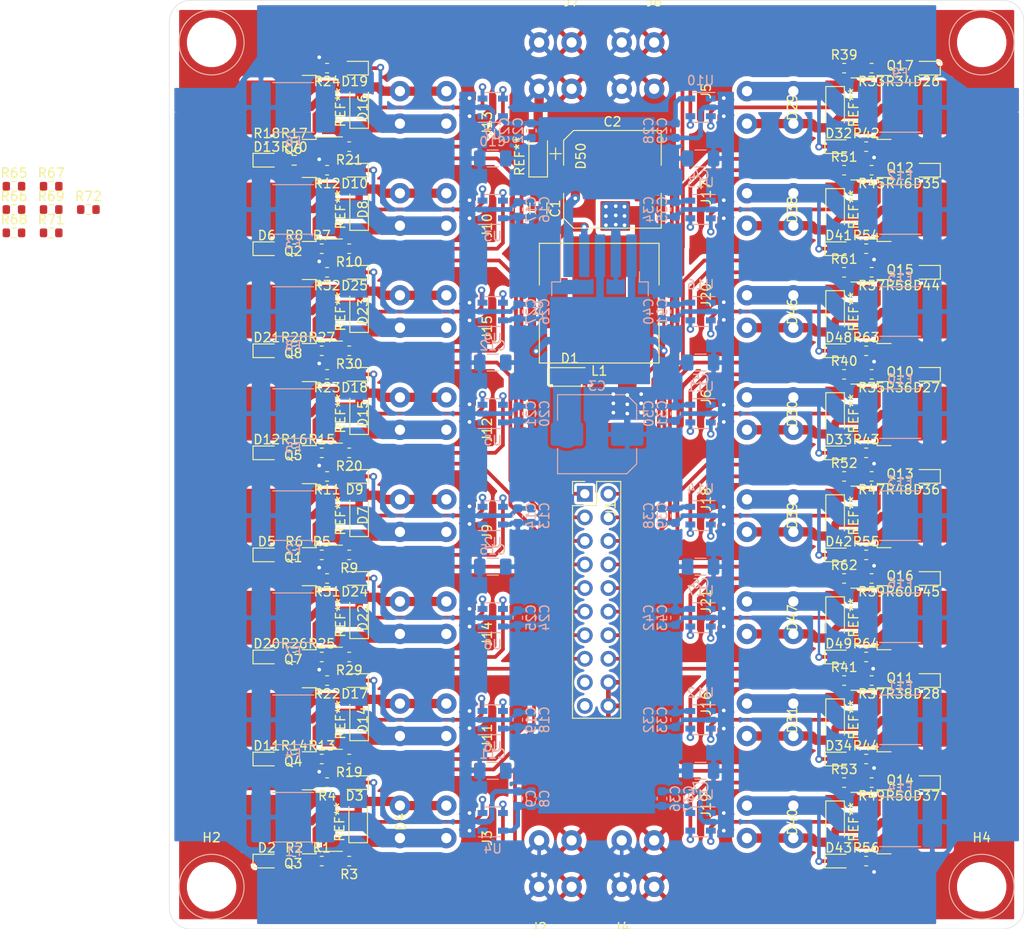
<source format=kicad_pcb>
(kicad_pcb (version 20171130) (host pcbnew "(5.1.7)-1")
  (layers (0 F.Cu signal) (31 B.Cu signal) (34 B.Paste user hide) (35 F.Paste user hide) (36 B.SilkS user hide) (37 F.SilkS user hide) (38 B.Mask user hide) (39 F.Mask user hide) (44 Edge.Cuts user))
  (net 0 "")
  (net 1 "Net-(Q1-Pad1)")
  (net 2 +48V)
  (net 3 GND)
  (net 4 "Net-(Q2-Pad1)")
  (net 5 "Net-(Q3-Pad1)")
  (net 6 "Net-(Q4-Pad1)")
  (net 7 "Net-(Q5-Pad1)")
  (net 8 "Net-(Q6-Pad1)")
  (net 9 "Net-(Q7-Pad1)")
  (net 10 "Net-(Q8-Pad1)")
  (net 11 "Net-(R1-Pad1)")
  (net 12 "Net-(R3-Pad1)")
  (net 13 "Net-(R9-Pad1)")
  (net 14 "Net-(R17-Pad1)")
  (net 15 "Net-(R19-Pad1)")
  (net 16 "Net-(R25-Pad1)")
  (net 17 +12V)
  (net 18 "Net-(D1-Pad1)")
  (net 19 "Net-(R7-Pad1)")
  (net 20 "Net-(R13-Pad1)")
  (net 21 "Net-(R29-Pad1)")
  (net 22 "Net-(R30-Pad1)")
  (net 23 "Net-(D2-Pad2)")
  (net 24 "Net-(D3-Pad2)")
  (net 25 "Net-(D3-Pad1)")
  (net 26 "Net-(D4-Pad2)")
  (net 27 "Net-(D5-Pad2)")
  (net 28 "Net-(D6-Pad2)")
  (net 29 "Net-(D9-Pad2)")
  (net 30 "Net-(D7-Pad1)")
  (net 31 "Net-(D10-Pad2)")
  (net 32 "Net-(D10-Pad1)")
  (net 33 "Net-(D11-Pad2)")
  (net 34 "Net-(D12-Pad2)")
  (net 35 "Net-(D13-Pad2)")
  (net 36 "Net-(D17-Pad2)")
  (net 37 "Net-(D14-Pad1)")
  (net 38 "Net-(D18-Pad2)")
  (net 39 "Net-(D15-Pad1)")
  (net 40 "Net-(D19-Pad2)")
  (net 41 "Net-(D16-Pad1)")
  (net 42 "Net-(D20-Pad2)")
  (net 43 "Net-(D21-Pad2)")
  (net 44 "Net-(D24-Pad2)")
  (net 45 "Net-(D22-Pad1)")
  (net 46 "Net-(D25-Pad2)")
  (net 47 "Net-(D23-Pad1)")
  (net 48 "Net-(D7-Pad2)")
  (net 49 "Net-(D8-Pad2)")
  (net 50 "Net-(D14-Pad2)")
  (net 51 "Net-(D15-Pad2)")
  (net 52 "Net-(D16-Pad2)")
  (net 53 "Net-(D22-Pad2)")
  (net 54 "Net-(D23-Pad2)")
  (net 55 "Net-(R5-Pad1)")
  (net 56 "Net-(R10-Pad1)")
  (net 57 "Net-(R15-Pad1)")
  (net 58 "Net-(R20-Pad1)")
  (net 59 "Net-(R21-Pad1)")
  (net 60 "Net-(R27-Pad1)")
  (net 61 "Net-(D26-Pad2)")
  (net 62 "Net-(D27-Pad2)")
  (net 63 "Net-(D28-Pad2)")
  (net 64 "Net-(D29-Pad1)")
  (net 65 "Net-(D29-Pad2)")
  (net 66 "Net-(D32-Pad2)")
  (net 67 "Net-(D33-Pad2)")
  (net 68 "Net-(D30-Pad1)")
  (net 69 "Net-(D34-Pad2)")
  (net 70 "Net-(D31-Pad1)")
  (net 71 "Net-(D35-Pad2)")
  (net 72 "Net-(D36-Pad2)")
  (net 73 "Net-(D37-Pad2)")
  (net 74 "Net-(D41-Pad2)")
  (net 75 "Net-(D38-Pad1)")
  (net 76 "Net-(D42-Pad2)")
  (net 77 "Net-(D39-Pad1)")
  (net 78 "Net-(D43-Pad2)")
  (net 79 "Net-(D40-Pad1)")
  (net 80 "Net-(D44-Pad2)")
  (net 81 "Net-(D45-Pad2)")
  (net 82 "Net-(D48-Pad2)")
  (net 83 "Net-(D46-Pad1)")
  (net 84 "Net-(D49-Pad2)")
  (net 85 "Net-(D47-Pad1)")
  (net 86 "Net-(D30-Pad2)")
  (net 87 "Net-(Q10-Pad1)")
  (net 88 "Net-(D31-Pad2)")
  (net 89 "Net-(Q11-Pad1)")
  (net 90 "Net-(D38-Pad2)")
  (net 91 "Net-(Q12-Pad1)")
  (net 92 "Net-(D39-Pad2)")
  (net 93 "Net-(Q13-Pad1)")
  (net 94 "Net-(D40-Pad2)")
  (net 95 "Net-(Q14-Pad1)")
  (net 96 "Net-(D46-Pad2)")
  (net 97 "Net-(Q15-Pad1)")
  (net 98 "Net-(D47-Pad2)")
  (net 99 "Net-(Q16-Pad1)")
  (net 100 "Net-(R33-Pad1)")
  (net 101 "Net-(R35-Pad1)")
  (net 102 "Net-(R37-Pad1)")
  (net 103 "Net-(R39-Pad1)")
  (net 104 "Net-(R40-Pad1)")
  (net 105 "Net-(R41-Pad1)")
  (net 106 "Net-(R45-Pad1)")
  (net 107 "Net-(R47-Pad1)")
  (net 108 "Net-(R49-Pad1)")
  (net 109 "Net-(R51-Pad1)")
  (net 110 "Net-(R52-Pad1)")
  (net 111 "Net-(R53-Pad1)")
  (net 112 "Net-(R57-Pad1)")
  (net 113 "Net-(R59-Pad1)")
  (net 114 "Net-(R61-Pad1)")
  (net 115 "Net-(R62-Pad1)")
  (net 116 "Net-(C1-Pad1)")
  (net 117 IN1)
  (net 118 IN4)
  (net 119 IN7)
  (net 120 IN2)
  (net 121 IN5)
  (net 122 IN8)
  (net 123 IN3)
  (net 124 IN6)
  (net 125 IN9)
  (net 126 IN12)
  (net 127 IN15)
  (net 128 IN10)
  (net 129 IN13)
  (net 130 IN16)
  (net 131 IN11)
  (net 132 IN14)
  (net 133 "Net-(Q17-Pad1)")
  (net 134 "Net-(J1-Pad19)")
  (net 135 "Net-(J1-Pad17)")
  (net 136 "Net-(U2-Pad1)")
  (net 137 "Net-(U3-Pad1)")
  (net 138 "Net-(U4-Pad1)")
  (net 139 "Net-(U5-Pad1)")
  (net 140 "Net-(U6-Pad1)")
  (net 141 "Net-(U7-Pad1)")
  (net 142 "Net-(U8-Pad1)")
  (net 143 "Net-(U9-Pad1)")
  (net 144 "Net-(U10-Pad1)")
  (net 145 "Net-(U11-Pad1)")
  (net 146 "Net-(U12-Pad1)")
  (net 147 "Net-(U13-Pad1)")
  (net 148 "Net-(U14-Pad1)")
  (net 149 "Net-(U15-Pad1)")
  (net 150 "Net-(U16-Pad1)")
  (net 151 "Net-(U17-Pad1)")
  (module Resistor_SMD:R_0603_1608Metric (layer F.Cu) (at 99.45 46.73)
    (fp_text reference R18 (at 0 -1.43) (layer F.SilkS))
    (fp_text value 80)
    (pad 1 smd roundrect (at -0.7875 0) (size 0.875 0.95) (layers F.Cu F.Paste F.Mask) (net 3 GND))
    (pad 2 smd roundrect (at 0.7875 0) (size 0.875 0.95) (layers F.Cu F.Paste F.Mask) (net 14 "Net-(R17-Pad1)"))
  )
  (module Resistor_SMD:R_0603_1608Metric (layer F.Cu) (at 80.22 53.51)
    (fp_text reference R72 (at 0 -1.43) (layer F.SilkS))
    (fp_text value 3.3k)
    (pad 2 smd roundrect (at 0.825 0) (size 0.8 0.95) (layers F.Cu F.Paste F.Mask) (net 124 IN6))
    (pad 1 smd roundrect (at -0.825 0) (size 0.8 0.95) (layers F.Cu F.Paste F.Mask) (net 43 "Net-(D21-Pad2)"))
  )
  (module Resistor_SMD:R_0603_1608Metric (layer F.Cu) (at 76.21 56.02)
    (fp_text reference R71 (at 0 -1.43) (layer F.SilkS))
    (fp_text value 3.3k)
    (pad 2 smd roundrect (at 0.825 0) (size 0.8 0.95) (layers F.Cu F.Paste F.Mask) (net 123 IN3))
    (pad 1 smd roundrect (at -0.825 0) (size 0.8 0.95) (layers F.Cu F.Paste F.Mask) (net 42 "Net-(D20-Pad2)"))
  )
  (module Resistor_SMD:R_0603_1608Metric (layer F.Cu) (at 102.4 48.2)
    (fp_text reference R70 (at 0 -1.43) (layer F.SilkS))
    (fp_text value 3.3k)
    (pad 2 smd roundrect (at 0.825 0) (size 0.8 0.95) (layers F.Cu F.Paste F.Mask) (net 122 IN8))
    (pad 1 smd roundrect (at -0.825 0) (size 0.8 0.95) (layers F.Cu F.Paste F.Mask) (net 35 "Net-(D13-Pad2)"))
  )
  (module Resistor_SMD:R_0603_1608Metric (layer F.Cu) (at 76.21 53.51)
    (fp_text reference R69 (at 0 -1.43) (layer F.SilkS))
    (fp_text value 3.3k)
    (pad 2 smd roundrect (at 0.825 0) (size 0.8 0.95) (layers F.Cu F.Paste F.Mask) (net 121 IN5))
    (pad 1 smd roundrect (at -0.825 0) (size 0.8 0.95) (layers F.Cu F.Paste F.Mask) (net 34 "Net-(D12-Pad2)"))
  )
  (module Resistor_SMD:R_0603_1608Metric (layer F.Cu) (at 72.2 56.02)
    (fp_text reference R68 (at 0 -1.43) (layer F.SilkS))
    (fp_text value 3.3k)
    (pad 2 smd roundrect (at 0.825 0) (size 0.8 0.95) (layers F.Cu F.Paste F.Mask) (net 120 IN2))
    (pad 1 smd roundrect (at -0.825 0) (size 0.8 0.95) (layers F.Cu F.Paste F.Mask) (net 33 "Net-(D11-Pad2)"))
  )
  (module Resistor_SMD:R_0603_1608Metric (layer F.Cu) (at 76.21 51)
    (fp_text reference R67 (at 0 -1.43) (layer F.SilkS))
    (fp_text value 3.3k)
    (pad 2 smd roundrect (at 0.825 0) (size 0.8 0.95) (layers F.Cu F.Paste F.Mask) (net 119 IN7))
    (pad 1 smd roundrect (at -0.825 0) (size 0.8 0.95) (layers F.Cu F.Paste F.Mask) (net 28 "Net-(D6-Pad2)"))
  )
  (module Resistor_SMD:R_0603_1608Metric (layer F.Cu) (at 72.2 53.51)
    (fp_text reference R66 (at 0 -1.43) (layer F.SilkS))
    (fp_text value 3.3k)
    (pad 2 smd roundrect (at 0.825 0) (size 0.8 0.95) (layers F.Cu F.Paste F.Mask) (net 118 IN4))
    (pad 1 smd roundrect (at -0.825 0) (size 0.8 0.95) (layers F.Cu F.Paste F.Mask) (net 27 "Net-(D5-Pad2)"))
  )
  (module Resistor_SMD:R_0603_1608Metric (layer F.Cu) (at 72.2 51)
    (fp_text reference R65 (at 0 -1.43) (layer F.SilkS))
    (fp_text value 3.3k)
    (pad 2 smd roundrect (at 0.825 0) (size 0.8 0.95) (layers F.Cu F.Paste F.Mask) (net 117 IN1))
    (pad 1 smd roundrect (at -0.825 0) (size 0.8 0.95) (layers F.Cu F.Paste F.Mask) (net 23 "Net-(D2-Pad2)"))
  )
  (module Capacitor_SMD:C_0603_1608Metric (layer B.Cu) (at 143.5 97.5 270)
    (fp_text reference C43 (at 0 1.43 270) (layer B.SilkS) (effects (justify mirror)))
    (fp_text value 100n)
    (pad 2 smd roundrect (at 0.7875 0 270) (size 0.875 0.95) (layers B.Cu B.Paste B.Mask) (net 3 GND))
    (pad 1 smd roundrect (at -0.7875 0 270) (size 0.875 0.95) (layers B.Cu B.Paste B.Mask) (net 17 +12V))
  )
  (module Capacitor_SMD:C_0603_1608Metric (layer B.Cu) (at 142.04 97.5 270)
    (fp_text reference C42 (at 0 1.43 270) (layer B.SilkS) (effects (justify mirror)))
    (fp_text value 1u)
    (pad 2 smd roundrect (at 0.7875 0 270) (size 0.875 0.95) (layers B.Cu B.Paste B.Mask) (net 3 GND))
    (pad 1 smd roundrect (at -0.7875 0 270) (size 0.875 0.95) (layers B.Cu B.Paste B.Mask) (net 17 +12V))
  )
  (module Capacitor_SMD:C_0603_1608Metric (layer B.Cu) (at 143.5 64.5 270)
    (fp_text reference C41 (at 0 1.43 270) (layer B.SilkS) (effects (justify mirror)))
    (fp_text value 100n)
    (pad 2 smd roundrect (at 0.7875 0 270) (size 0.875 0.95) (layers B.Cu B.Paste B.Mask) (net 3 GND))
    (pad 1 smd roundrect (at -0.7875 0 270) (size 0.875 0.95) (layers B.Cu B.Paste B.Mask) (net 17 +12V))
  )
  (module Capacitor_SMD:C_0603_1608Metric (layer B.Cu) (at 142.04 64.5 270)
    (fp_text reference C40 (at 0 1.43 270) (layer B.SilkS) (effects (justify mirror)))
    (fp_text value 1u)
    (pad 2 smd roundrect (at 0.7875 0 270) (size 0.875 0.95) (layers B.Cu B.Paste B.Mask) (net 3 GND))
    (pad 1 smd roundrect (at -0.7875 0 270) (size 0.875 0.95) (layers B.Cu B.Paste B.Mask) (net 17 +12V))
  )
  (module Capacitor_SMD:C_0603_1608Metric (layer B.Cu) (at 143.5 86.5 270)
    (fp_text reference C39 (at 0 1.43 270) (layer B.SilkS) (effects (justify mirror)))
    (fp_text value 100n)
    (pad 2 smd roundrect (at 0.7875 0 270) (size 0.875 0.95) (layers B.Cu B.Paste B.Mask) (net 3 GND))
    (pad 1 smd roundrect (at -0.7875 0 270) (size 0.875 0.95) (layers B.Cu B.Paste B.Mask) (net 17 +12V))
  )
  (module Capacitor_SMD:C_0603_1608Metric (layer B.Cu) (at 142.04 86.5 270)
    (fp_text reference C38 (at 0 1.43 270) (layer B.SilkS) (effects (justify mirror)))
    (fp_text value 1u)
    (pad 2 smd roundrect (at 0.7875 0 270) (size 0.875 0.95) (layers B.Cu B.Paste B.Mask) (net 3 GND))
    (pad 1 smd roundrect (at -0.7875 0 270) (size 0.875 0.95) (layers B.Cu B.Paste B.Mask) (net 17 +12V))
  )
  (module Capacitor_SMD:C_0603_1608Metric (layer B.Cu) (at 143.5 117 90)
    (fp_text reference C37 (at 0 1.43 90) (layer B.SilkS) (effects (justify mirror)))
    (fp_text value 100n)
    (pad 2 smd roundrect (at 0.7875 0 90) (size 0.875 0.95) (layers B.Cu B.Paste B.Mask) (net 3 GND))
    (pad 1 smd roundrect (at -0.7875 0 90) (size 0.875 0.95) (layers B.Cu B.Paste B.Mask) (net 17 +12V))
  )
  (module Capacitor_SMD:C_0603_1608Metric (layer B.Cu) (at 142.04 117 90)
    (fp_text reference C36 (at 0 1.43 90) (layer B.SilkS) (effects (justify mirror)))
    (fp_text value 1u)
    (pad 2 smd roundrect (at 0.7875 0 90) (size 0.875 0.95) (layers B.Cu B.Paste B.Mask) (net 3 GND))
    (pad 1 smd roundrect (at -0.7875 0 90) (size 0.875 0.95) (layers B.Cu B.Paste B.Mask) (net 17 +12V))
  )
  (module Capacitor_SMD:C_0603_1608Metric (layer B.Cu) (at 143.5 53.5 270)
    (fp_text reference C35 (at 0 1.43 270) (layer B.SilkS) (effects (justify mirror)))
    (fp_text value 100n)
    (pad 2 smd roundrect (at 0.7875 0 270) (size 0.875 0.95) (layers B.Cu B.Paste B.Mask) (net 3 GND))
    (pad 1 smd roundrect (at -0.7875 0 270) (size 0.875 0.95) (layers B.Cu B.Paste B.Mask) (net 17 +12V))
  )
  (module Capacitor_SMD:C_0603_1608Metric (layer B.Cu) (at 142.04 53.5 270)
    (fp_text reference C34 (at 0 1.43 270) (layer B.SilkS) (effects (justify mirror)))
    (fp_text value 1u)
    (pad 2 smd roundrect (at 0.7875 0 270) (size 0.875 0.95) (layers B.Cu B.Paste B.Mask) (net 3 GND))
    (pad 1 smd roundrect (at -0.7875 0 270) (size 0.875 0.95) (layers B.Cu B.Paste B.Mask) (net 17 +12V))
  )
  (module Capacitor_SMD:C_0603_1608Metric (layer B.Cu) (at 143.5 108.5 270)
    (fp_text reference C33 (at 0 1.43 270) (layer B.SilkS) (effects (justify mirror)))
    (fp_text value 100n)
    (pad 2 smd roundrect (at 0.7875 0 270) (size 0.875 0.95) (layers B.Cu B.Paste B.Mask) (net 3 GND))
    (pad 1 smd roundrect (at -0.7875 0 270) (size 0.875 0.95) (layers B.Cu B.Paste B.Mask) (net 17 +12V))
  )
  (module Capacitor_SMD:C_0603_1608Metric (layer B.Cu) (at 142.04 108.5 270)
    (fp_text reference C32 (at 0 1.43 270) (layer B.SilkS) (effects (justify mirror)))
    (fp_text value 1u)
    (pad 2 smd roundrect (at 0.7875 0 270) (size 0.875 0.95) (layers B.Cu B.Paste B.Mask) (net 3 GND))
    (pad 1 smd roundrect (at -0.7875 0 270) (size 0.875 0.95) (layers B.Cu B.Paste B.Mask) (net 17 +12V))
  )
  (module Capacitor_SMD:C_0603_1608Metric (layer B.Cu) (at 143.5 75.5 270)
    (fp_text reference C31 (at 0 1.43 270) (layer B.SilkS) (effects (justify mirror)))
    (fp_text value 100n)
    (pad 2 smd roundrect (at 0.7875 0 270) (size 0.875 0.95) (layers B.Cu B.Paste B.Mask) (net 3 GND))
    (pad 1 smd roundrect (at -0.7875 0 270) (size 0.875 0.95) (layers B.Cu B.Paste B.Mask) (net 17 +12V))
  )
  (module Capacitor_SMD:C_0603_1608Metric (layer B.Cu) (at 142.04 75.5 270)
    (fp_text reference C30 (at 0 1.43 270) (layer B.SilkS) (effects (justify mirror)))
    (fp_text value 1u)
    (pad 2 smd roundrect (at 0.7875 0 270) (size 0.875 0.95) (layers B.Cu B.Paste B.Mask) (net 3 GND))
    (pad 1 smd roundrect (at -0.7875 0 270) (size 0.875 0.95) (layers B.Cu B.Paste B.Mask) (net 17 +12V))
  )
  (module Capacitor_SMD:C_0603_1608Metric (layer B.Cu) (at 143.5 45 270)
    (fp_text reference C29 (at 0 1.43 270) (layer B.SilkS) (effects (justify mirror)))
    (fp_text value 100n)
    (pad 2 smd roundrect (at 0.7875 0 270) (size 0.875 0.95) (layers B.Cu B.Paste B.Mask) (net 3 GND))
    (pad 1 smd roundrect (at -0.7875 0 270) (size 0.875 0.95) (layers B.Cu B.Paste B.Mask) (net 17 +12V))
  )
  (module Capacitor_SMD:C_0603_1608Metric (layer B.Cu) (at 142.04 45 270)
    (fp_text reference C28 (at 0 1.43 270) (layer B.SilkS) (effects (justify mirror)))
    (fp_text value 1u)
    (pad 2 smd roundrect (at 0.7875 0 270) (size 0.875 0.95) (layers B.Cu B.Paste B.Mask) (net 3 GND))
    (pad 1 smd roundrect (at -0.7875 0 270) (size 0.875 0.95) (layers B.Cu B.Paste B.Mask) (net 17 +12V))
  )
  (module Capacitor_SMD:C_0603_1608Metric (layer B.Cu) (at 126.5 64.5 90)
    (fp_text reference C27 (at 0 1.43 90) (layer B.SilkS) (effects (justify mirror)))
    (fp_text value 100n)
    (pad 2 smd roundrect (at 0.7875 0 90) (size 0.875 0.95) (layers B.Cu B.Paste B.Mask) (net 3 GND))
    (pad 1 smd roundrect (at -0.7875 0 90) (size 0.875 0.95) (layers B.Cu B.Paste B.Mask) (net 17 +12V))
  )
  (module Capacitor_SMD:C_0603_1608Metric (layer B.Cu) (at 127.96 64.5 90)
    (fp_text reference C26 (at 0 1.43 90) (layer B.SilkS) (effects (justify mirror)))
    (fp_text value 1u)
    (pad 2 smd roundrect (at 0.7875 0 90) (size 0.875 0.95) (layers B.Cu B.Paste B.Mask) (net 3 GND))
    (pad 1 smd roundrect (at -0.7875 0 90) (size 0.875 0.95) (layers B.Cu B.Paste B.Mask) (net 17 +12V))
  )
  (module Capacitor_SMD:C_0603_1608Metric (layer B.Cu) (at 126.5 97.5 90)
    (fp_text reference C25 (at 0 1.43 90) (layer B.SilkS) (effects (justify mirror)))
    (fp_text value 100n)
    (pad 2 smd roundrect (at 0.7875 0 90) (size 0.875 0.95) (layers B.Cu B.Paste B.Mask) (net 3 GND))
    (pad 1 smd roundrect (at -0.7875 0 90) (size 0.875 0.95) (layers B.Cu B.Paste B.Mask) (net 17 +12V))
  )
  (module Capacitor_SMD:C_0603_1608Metric (layer B.Cu) (at 127.96 97.5 90)
    (fp_text reference C24 (at 0 1.43 90) (layer B.SilkS) (effects (justify mirror)))
    (fp_text value 1u)
    (pad 2 smd roundrect (at 0.7875 0 90) (size 0.875 0.95) (layers B.Cu B.Paste B.Mask) (net 3 GND))
    (pad 1 smd roundrect (at -0.7875 0 90) (size 0.875 0.95) (layers B.Cu B.Paste B.Mask) (net 17 +12V))
  )
  (module Capacitor_SMD:C_0603_1608Metric (layer B.Cu) (at 126.5 45 270)
    (fp_text reference C23 (at 0 1.43 270) (layer B.SilkS) (effects (justify mirror)))
    (fp_text value 100n)
    (pad 2 smd roundrect (at 0.7875 0 270) (size 0.875 0.95) (layers B.Cu B.Paste B.Mask) (net 3 GND))
    (pad 1 smd roundrect (at -0.7875 0 270) (size 0.875 0.95) (layers B.Cu B.Paste B.Mask) (net 17 +12V))
  )
  (module Capacitor_SMD:C_0603_1608Metric (layer B.Cu) (at 127.96 45 270)
    (fp_text reference C22 (at 0 1.43 270) (layer B.SilkS) (effects (justify mirror)))
    (fp_text value 1u)
    (pad 2 smd roundrect (at 0.7875 0 270) (size 0.875 0.95) (layers B.Cu B.Paste B.Mask) (net 3 GND))
    (pad 1 smd roundrect (at -0.7875 0 270) (size 0.875 0.95) (layers B.Cu B.Paste B.Mask) (net 17 +12V))
  )
  (module Capacitor_SMD:C_0603_1608Metric (layer B.Cu) (at 126.5 75.5 90)
    (fp_text reference C21 (at 0 1.43 90) (layer B.SilkS) (effects (justify mirror)))
    (fp_text value 100n)
    (pad 2 smd roundrect (at 0.7875 0 90) (size 0.875 0.95) (layers B.Cu B.Paste B.Mask) (net 3 GND))
    (pad 1 smd roundrect (at -0.7875 0 90) (size 0.875 0.95) (layers B.Cu B.Paste B.Mask) (net 17 +12V))
  )
  (module Capacitor_SMD:C_0603_1608Metric (layer B.Cu) (at 127.96 75.5 90)
    (fp_text reference C20 (at 0 1.43 90) (layer B.SilkS) (effects (justify mirror)))
    (fp_text value 1u)
    (pad 2 smd roundrect (at 0.7875 0 90) (size 0.875 0.95) (layers B.Cu B.Paste B.Mask) (net 3 GND))
    (pad 1 smd roundrect (at -0.7875 0 90) (size 0.875 0.95) (layers B.Cu B.Paste B.Mask) (net 17 +12V))
  )
  (module Capacitor_SMD:C_0603_1608Metric (layer B.Cu) (at 126.5 108.5 90)
    (fp_text reference C19 (at 0 1.43 90) (layer B.SilkS) (effects (justify mirror)))
    (fp_text value 100n)
    (pad 2 smd roundrect (at 0.7875 0 90) (size 0.875 0.95) (layers B.Cu B.Paste B.Mask) (net 3 GND))
    (pad 1 smd roundrect (at -0.7875 0 90) (size 0.875 0.95) (layers B.Cu B.Paste B.Mask) (net 17 +12V))
  )
  (module Capacitor_SMD:C_0603_1608Metric (layer B.Cu) (at 127.96 108.5 90)
    (fp_text reference C18 (at 0 1.43 90) (layer B.SilkS) (effects (justify mirror)))
    (fp_text value 1u)
    (pad 2 smd roundrect (at 0.7875 0 90) (size 0.875 0.95) (layers B.Cu B.Paste B.Mask) (net 3 GND))
    (pad 1 smd roundrect (at -0.7875 0 90) (size 0.875 0.95) (layers B.Cu B.Paste B.Mask) (net 17 +12V))
  )
  (module Capacitor_SMD:C_0603_1608Metric (layer B.Cu) (at 126.5 53.5 90)
    (fp_text reference C17 (at 0 1.43 90) (layer B.SilkS) (effects (justify mirror)))
    (fp_text value 100n)
    (pad 2 smd roundrect (at 0.7875 0 90) (size 0.875 0.95) (layers B.Cu B.Paste B.Mask) (net 3 GND))
    (pad 1 smd roundrect (at -0.7875 0 90) (size 0.875 0.95) (layers B.Cu B.Paste B.Mask) (net 17 +12V))
  )
  (module Capacitor_SMD:C_0603_1608Metric (layer B.Cu) (at 127.96 53.5 90)
    (fp_text reference C16 (at 0 1.43 90) (layer B.SilkS) (effects (justify mirror)))
    (fp_text value 1u)
    (pad 2 smd roundrect (at 0.7875 0 90) (size 0.875 0.95) (layers B.Cu B.Paste B.Mask) (net 3 GND))
    (pad 1 smd roundrect (at -0.7875 0 90) (size 0.875 0.95) (layers B.Cu B.Paste B.Mask) (net 17 +12V))
  )
  (module Capacitor_SMD:C_0603_1608Metric (layer B.Cu) (at 126.5 86.5 90)
    (fp_text reference C14 (at 0 1.43 90) (layer B.SilkS) (effects (justify mirror)))
    (fp_text value 100n)
    (pad 2 smd roundrect (at 0.7875 0 90) (size 0.875 0.95) (layers B.Cu B.Paste B.Mask) (net 3 GND))
    (pad 1 smd roundrect (at -0.7875 0 90) (size 0.875 0.95) (layers B.Cu B.Paste B.Mask) (net 17 +12V))
  )
  (module Capacitor_SMD:C_0603_1608Metric (layer B.Cu) (at 127.96 86.5 90)
    (fp_text reference C13 (at 0 1.43 90) (layer B.SilkS) (effects (justify mirror)))
    (fp_text value 1u)
    (pad 2 smd roundrect (at 0.7875 0 90) (size 0.875 0.95) (layers B.Cu B.Paste B.Mask) (net 3 GND))
    (pad 1 smd roundrect (at -0.7875 0 90) (size 0.875 0.95) (layers B.Cu B.Paste B.Mask) (net 17 +12V))
  )
  (module Capacitor_SMD:C_0603_1608Metric (layer B.Cu) (at 126.5 117 90)
    (fp_text reference C9 (at 0 1.43 90) (layer B.SilkS) (effects (justify mirror)))
    (fp_text value 100n)
    (pad 2 smd roundrect (at 0.7875 0 90) (size 0.875 0.95) (layers B.Cu B.Paste B.Mask) (net 3 GND))
    (pad 1 smd roundrect (at -0.7875 0 90) (size 0.875 0.95) (layers B.Cu B.Paste B.Mask) (net 17 +12V))
  )
  (module Capacitor_SMD:C_0603_1608Metric (layer B.Cu) (at 127.96 117 90)
    (fp_text reference C8 (at 0 1.43 90) (layer B.SilkS) (effects (justify mirror)))
    (fp_text value 1u)
    (pad 2 smd roundrect (at 0.7875 0 90) (size 0.875 0.95) (layers B.Cu B.Paste B.Mask) (net 3 GND))
    (pad 1 smd roundrect (at -0.7875 0 90) (size 0.875 0.95) (layers B.Cu B.Paste B.Mask) (net 17 +12V))
  )
  (module Package_TO_SOT_SMD:TO-252-2 (layer F.Cu) (at 102.3 53.5 180)
    (fp_text reference Q2 (at 0 -4.5 180) (layer F.SilkS))
    (fp_text value Q_NMOS_GSD)
    (pad 1 smd rect (at -4.2 -2.28 180) (size 2.2 1.2) (layers F.Cu F.Paste F.Mask) (net 4 "Net-(Q2-Pad1)"))
    (pad 3 smd rect (at -4.2 2.28 180) (size 2.2 1.2) (layers F.Cu F.Paste F.Mask) (net 3 GND))
    (pad 2 smd rect (at 2.1 0 180) (size 6.4 5.8) (layers F.Cu F.Mask) (net 49 "Net-(D8-Pad2)"))
  )
  (module Package_TO_SOT_SMD:TO-252-2 (layer F.Cu) (at 167.7 42.5)
    (fp_text reference Q17 (at 0 -4.5) (layer F.SilkS))
    (fp_text value Q_NMOS_GDS)
    (pad 2 smd rect (at 2.1 0) (size 6.4 5.8) (layers F.Cu F.Mask) (net 65 "Net-(D29-Pad2)"))
    (pad 3 smd rect (at -4.2 2.28) (size 2.2 1.2) (layers F.Cu F.Paste F.Mask) (net 3 GND))
    (pad 1 smd rect (at -4.2 -2.28) (size 2.2 1.2) (layers F.Cu F.Paste F.Mask) (net 133 "Net-(Q17-Pad1)"))
  )
  (module Package_TO_SOT_SMD:SOT-23-5 (layer B.Cu) (at 146.2 97.5 180)
    (fp_text reference U17 (at 0 2.9 180) (layer B.SilkS) (effects (justify mirror)))
    (fp_text value MCP1416R)
    (pad 5 smd rect (at 1.1 0.95 180) (size 1.06 0.65) (layers B.Cu B.Paste B.Mask) (net 17 +12V))
    (pad 4 smd rect (at 1.1 -0.95 180) (size 1.06 0.65) (layers B.Cu B.Paste B.Mask) (net 115 "Net-(R62-Pad1)"))
    (pad 3 smd rect (at -1.1 -0.95 180) (size 1.06 0.65) (layers B.Cu B.Paste B.Mask) (net 113 "Net-(R59-Pad1)"))
    (pad 2 smd rect (at -1.1 0 180) (size 1.06 0.65) (layers B.Cu B.Paste B.Mask) (net 3 GND))
    (pad 1 smd rect (at -1.1 0.95 180) (size 1.06 0.65) (layers B.Cu B.Paste B.Mask) (net 151 "Net-(U17-Pad1)"))
  )
  (module Package_TO_SOT_SMD:SOT-23-5 (layer B.Cu) (at 146.2 64.5 180)
    (fp_text reference U16 (at 0 2.9 180) (layer B.SilkS) (effects (justify mirror)))
    (fp_text value MCP1416R)
    (pad 5 smd rect (at 1.1 0.95 180) (size 1.06 0.65) (layers B.Cu B.Paste B.Mask) (net 17 +12V))
    (pad 4 smd rect (at 1.1 -0.95 180) (size 1.06 0.65) (layers B.Cu B.Paste B.Mask) (net 114 "Net-(R61-Pad1)"))
    (pad 3 smd rect (at -1.1 -0.95 180) (size 1.06 0.65) (layers B.Cu B.Paste B.Mask) (net 112 "Net-(R57-Pad1)"))
    (pad 2 smd rect (at -1.1 0 180) (size 1.06 0.65) (layers B.Cu B.Paste B.Mask) (net 3 GND))
    (pad 1 smd rect (at -1.1 0.95 180) (size 1.06 0.65) (layers B.Cu B.Paste B.Mask) (net 150 "Net-(U16-Pad1)"))
  )
  (module Package_TO_SOT_SMD:SOT-23-5 (layer B.Cu) (at 146.2 119.5 180)
    (fp_text reference U15 (at 0 2.9 180) (layer B.SilkS) (effects (justify mirror)))
    (fp_text value MCP1416R)
    (pad 5 smd rect (at 1.1 0.95 180) (size 1.06 0.65) (layers B.Cu B.Paste B.Mask) (net 17 +12V))
    (pad 4 smd rect (at 1.1 -0.95 180) (size 1.06 0.65) (layers B.Cu B.Paste B.Mask) (net 111 "Net-(R53-Pad1)"))
    (pad 3 smd rect (at -1.1 -0.95 180) (size 1.06 0.65) (layers B.Cu B.Paste B.Mask) (net 108 "Net-(R49-Pad1)"))
    (pad 2 smd rect (at -1.1 0 180) (size 1.06 0.65) (layers B.Cu B.Paste B.Mask) (net 3 GND))
    (pad 1 smd rect (at -1.1 0.95 180) (size 1.06 0.65) (layers B.Cu B.Paste B.Mask) (net 149 "Net-(U15-Pad1)"))
  )
  (module Package_TO_SOT_SMD:SOT-23-5 (layer B.Cu) (at 146.2 86.5 180)
    (fp_text reference U14 (at 0 2.9 180) (layer B.SilkS) (effects (justify mirror)))
    (fp_text value MCP1416R)
    (pad 5 smd rect (at 1.1 0.95 180) (size 1.06 0.65) (layers B.Cu B.Paste B.Mask) (net 17 +12V))
    (pad 4 smd rect (at 1.1 -0.95 180) (size 1.06 0.65) (layers B.Cu B.Paste B.Mask) (net 110 "Net-(R52-Pad1)"))
    (pad 3 smd rect (at -1.1 -0.95 180) (size 1.06 0.65) (layers B.Cu B.Paste B.Mask) (net 107 "Net-(R47-Pad1)"))
    (pad 2 smd rect (at -1.1 0 180) (size 1.06 0.65) (layers B.Cu B.Paste B.Mask) (net 3 GND))
    (pad 1 smd rect (at -1.1 0.95 180) (size 1.06 0.65) (layers B.Cu B.Paste B.Mask) (net 148 "Net-(U14-Pad1)"))
  )
  (module Package_TO_SOT_SMD:SOT-23-5 (layer B.Cu) (at 146.2 53.5 180)
    (fp_text reference U13 (at 0 2.9 180) (layer B.SilkS) (effects (justify mirror)))
    (fp_text value MCP1416R)
    (pad 5 smd rect (at 1.1 0.95 180) (size 1.06 0.65) (layers B.Cu B.Paste B.Mask) (net 17 +12V))
    (pad 4 smd rect (at 1.1 -0.95 180) (size 1.06 0.65) (layers B.Cu B.Paste B.Mask) (net 109 "Net-(R51-Pad1)"))
    (pad 3 smd rect (at -1.1 -0.95 180) (size 1.06 0.65) (layers B.Cu B.Paste B.Mask) (net 106 "Net-(R45-Pad1)"))
    (pad 2 smd rect (at -1.1 0 180) (size 1.06 0.65) (layers B.Cu B.Paste B.Mask) (net 3 GND))
    (pad 1 smd rect (at -1.1 0.95 180) (size 1.06 0.65) (layers B.Cu B.Paste B.Mask) (net 147 "Net-(U13-Pad1)"))
  )
  (module Package_TO_SOT_SMD:SOT-23-5 (layer B.Cu) (at 146.2 108.5 180)
    (fp_text reference U12 (at 0 2.9 180) (layer B.SilkS) (effects (justify mirror)))
    (fp_text value MCP1416R)
    (pad 5 smd rect (at 1.1 0.95 180) (size 1.06 0.65) (layers B.Cu B.Paste B.Mask) (net 17 +12V))
    (pad 4 smd rect (at 1.1 -0.95 180) (size 1.06 0.65) (layers B.Cu B.Paste B.Mask) (net 105 "Net-(R41-Pad1)"))
    (pad 3 smd rect (at -1.1 -0.95 180) (size 1.06 0.65) (layers B.Cu B.Paste B.Mask) (net 102 "Net-(R37-Pad1)"))
    (pad 2 smd rect (at -1.1 0 180) (size 1.06 0.65) (layers B.Cu B.Paste B.Mask) (net 3 GND))
    (pad 1 smd rect (at -1.1 0.95 180) (size 1.06 0.65) (layers B.Cu B.Paste B.Mask) (net 146 "Net-(U12-Pad1)"))
  )
  (module Package_TO_SOT_SMD:SOT-23-5 (layer B.Cu) (at 146.2 75.5 180)
    (fp_text reference U11 (at 0 2.9 180) (layer B.SilkS) (effects (justify mirror)))
    (fp_text value MCP1416R)
    (pad 5 smd rect (at 1.1 0.95 180) (size 1.06 0.65) (layers B.Cu B.Paste B.Mask) (net 17 +12V))
    (pad 4 smd rect (at 1.1 -0.95 180) (size 1.06 0.65) (layers B.Cu B.Paste B.Mask) (net 104 "Net-(R40-Pad1)"))
    (pad 3 smd rect (at -1.1 -0.95 180) (size 1.06 0.65) (layers B.Cu B.Paste B.Mask) (net 101 "Net-(R35-Pad1)"))
    (pad 2 smd rect (at -1.1 0 180) (size 1.06 0.65) (layers B.Cu B.Paste B.Mask) (net 3 GND))
    (pad 1 smd rect (at -1.1 0.95 180) (size 1.06 0.65) (layers B.Cu B.Paste B.Mask) (net 145 "Net-(U11-Pad1)"))
  )
  (module Package_TO_SOT_SMD:SOT-23-5 (layer B.Cu) (at 146.2 42.5 180)
    (fp_text reference U10 (at 0 2.9 180) (layer B.SilkS) (effects (justify mirror)))
    (fp_text value MCP1416R)
    (pad 5 smd rect (at 1.1 0.95 180) (size 1.06 0.65) (layers B.Cu B.Paste B.Mask) (net 17 +12V))
    (pad 4 smd rect (at 1.1 -0.95 180) (size 1.06 0.65) (layers B.Cu B.Paste B.Mask) (net 103 "Net-(R39-Pad1)"))
    (pad 3 smd rect (at -1.1 -0.95 180) (size 1.06 0.65) (layers B.Cu B.Paste B.Mask) (net 100 "Net-(R33-Pad1)"))
    (pad 2 smd rect (at -1.1 0 180) (size 1.06 0.65) (layers B.Cu B.Paste B.Mask) (net 3 GND))
    (pad 1 smd rect (at -1.1 0.95 180) (size 1.06 0.65) (layers B.Cu B.Paste B.Mask) (net 144 "Net-(U10-Pad1)"))
  )
  (module Package_TO_SOT_SMD:SOT-23-5 (layer B.Cu) (at 123.8 64.5)
    (fp_text reference U9 (at 0 2.9) (layer B.SilkS) (effects (justify mirror)))
    (fp_text value MCP1416R)
    (pad 5 smd rect (at 1.1 0.95) (size 1.06 0.65) (layers B.Cu B.Paste B.Mask) (net 17 +12V))
    (pad 4 smd rect (at 1.1 -0.95) (size 1.06 0.65) (layers B.Cu B.Paste B.Mask) (net 22 "Net-(R30-Pad1)"))
    (pad 3 smd rect (at -1.1 -0.95) (size 1.06 0.65) (layers B.Cu B.Paste B.Mask) (net 60 "Net-(R27-Pad1)"))
    (pad 2 smd rect (at -1.1 0) (size 1.06 0.65) (layers B.Cu B.Paste B.Mask) (net 3 GND))
    (pad 1 smd rect (at -1.1 0.95) (size 1.06 0.65) (layers B.Cu B.Paste B.Mask) (net 143 "Net-(U9-Pad1)"))
  )
  (module Package_TO_SOT_SMD:SOT-23-5 (layer B.Cu) (at 123.8 97.5)
    (fp_text reference U8 (at 0 2.9) (layer B.SilkS) (effects (justify mirror)))
    (fp_text value MCP1416R)
    (pad 5 smd rect (at 1.1 0.95) (size 1.06 0.65) (layers B.Cu B.Paste B.Mask) (net 17 +12V))
    (pad 4 smd rect (at 1.1 -0.95) (size 1.06 0.65) (layers B.Cu B.Paste B.Mask) (net 21 "Net-(R29-Pad1)"))
    (pad 3 smd rect (at -1.1 -0.95) (size 1.06 0.65) (layers B.Cu B.Paste B.Mask) (net 16 "Net-(R25-Pad1)"))
    (pad 2 smd rect (at -1.1 0) (size 1.06 0.65) (layers B.Cu B.Paste B.Mask) (net 3 GND))
    (pad 1 smd rect (at -1.1 0.95) (size 1.06 0.65) (layers B.Cu B.Paste B.Mask) (net 142 "Net-(U8-Pad1)"))
  )
  (module Package_TO_SOT_SMD:SOT-23-5 (layer B.Cu) (at 123.8 42.5)
    (fp_text reference U7 (at 0 2.9) (layer B.SilkS) (effects (justify mirror)))
    (fp_text value MCP1416R)
    (pad 5 smd rect (at 1.1 0.95) (size 1.06 0.65) (layers B.Cu B.Paste B.Mask) (net 17 +12V))
    (pad 4 smd rect (at 1.1 -0.95) (size 1.06 0.65) (layers B.Cu B.Paste B.Mask) (net 59 "Net-(R21-Pad1)"))
    (pad 3 smd rect (at -1.1 -0.95) (size 1.06 0.65) (layers B.Cu B.Paste B.Mask) (net 14 "Net-(R17-Pad1)"))
    (pad 2 smd rect (at -1.1 0) (size 1.06 0.65) (layers B.Cu B.Paste B.Mask) (net 3 GND))
    (pad 1 smd rect (at -1.1 0.95) (size 1.06 0.65) (layers B.Cu B.Paste B.Mask) (net 141 "Net-(U7-Pad1)"))
  )
  (module Package_TO_SOT_SMD:SOT-23-5 (layer B.Cu) (at 123.8 108.5)
    (fp_text reference U6 (at 0 2.9) (layer B.SilkS) (effects (justify mirror)))
    (fp_text value MCP1416R)
    (pad 5 smd rect (at 1.1 0.95) (size 1.06 0.65) (layers B.Cu B.Paste B.Mask) (net 17 +12V))
    (pad 4 smd rect (at 1.1 -0.95) (size 1.06 0.65) (layers B.Cu B.Paste B.Mask) (net 15 "Net-(R19-Pad1)"))
    (pad 3 smd rect (at -1.1 -0.95) (size 1.06 0.65) (layers B.Cu B.Paste B.Mask) (net 20 "Net-(R13-Pad1)"))
    (pad 2 smd rect (at -1.1 0) (size 1.06 0.65) (layers B.Cu B.Paste B.Mask) (net 3 GND))
    (pad 1 smd rect (at -1.1 0.95) (size 1.06 0.65) (layers B.Cu B.Paste B.Mask) (net 140 "Net-(U6-Pad1)"))
  )
  (module Package_TO_SOT_SMD:SOT-23-5 (layer B.Cu) (at 123.8 75.5)
    (fp_text reference U5 (at 0 2.9) (layer B.SilkS) (effects (justify mirror)))
    (fp_text value MCP1416R)
    (pad 5 smd rect (at 1.1 0.95) (size 1.06 0.65) (layers B.Cu B.Paste B.Mask) (net 17 +12V))
    (pad 4 smd rect (at 1.1 -0.95) (size 1.06 0.65) (layers B.Cu B.Paste B.Mask) (net 58 "Net-(R20-Pad1)"))
    (pad 3 smd rect (at -1.1 -0.95) (size 1.06 0.65) (layers B.Cu B.Paste B.Mask) (net 57 "Net-(R15-Pad1)"))
    (pad 2 smd rect (at -1.1 0) (size 1.06 0.65) (layers B.Cu B.Paste B.Mask) (net 3 GND))
    (pad 1 smd rect (at -1.1 0.95) (size 1.06 0.65) (layers B.Cu B.Paste B.Mask) (net 139 "Net-(U5-Pad1)"))
  )
  (module Package_TO_SOT_SMD:SOT-23-5 (layer B.Cu) (at 123.8 53.5)
    (fp_text reference U3 (at 0 2.9) (layer B.SilkS) (effects (justify mirror)))
    (fp_text value MCP1416R)
    (pad 5 smd rect (at 1.1 0.95) (size 1.06 0.65) (layers B.Cu B.Paste B.Mask) (net 17 +12V))
    (pad 4 smd rect (at 1.1 -0.95) (size 1.06 0.65) (layers B.Cu B.Paste B.Mask) (net 56 "Net-(R10-Pad1)"))
    (pad 3 smd rect (at -1.1 -0.95) (size 1.06 0.65) (layers B.Cu B.Paste B.Mask) (net 19 "Net-(R7-Pad1)"))
    (pad 2 smd rect (at -1.1 0) (size 1.06 0.65) (layers B.Cu B.Paste B.Mask) (net 3 GND))
    (pad 1 smd rect (at -1.1 0.95) (size 1.06 0.65) (layers B.Cu B.Paste B.Mask) (net 137 "Net-(U3-Pad1)"))
  )
  (module Package_TO_SOT_SMD:SOT-23-5 (layer B.Cu) (at 123.8 86.5)
    (fp_text reference U2 (at 0 2.9) (layer B.SilkS) (effects (justify mirror)))
    (fp_text value MCP1416R)
    (pad 5 smd rect (at 1.1 0.95) (size 1.06 0.65) (layers B.Cu B.Paste B.Mask) (net 17 +12V))
    (pad 4 smd rect (at 1.1 -0.95) (size 1.06 0.65) (layers B.Cu B.Paste B.Mask) (net 13 "Net-(R9-Pad1)"))
    (pad 3 smd rect (at -1.1 -0.95) (size 1.06 0.65) (layers B.Cu B.Paste B.Mask) (net 55 "Net-(R5-Pad1)"))
    (pad 2 smd rect (at -1.1 0) (size 1.06 0.65) (layers B.Cu B.Paste B.Mask) (net 3 GND))
    (pad 1 smd rect (at -1.1 0.95) (size 1.06 0.65) (layers B.Cu B.Paste B.Mask) (net 136 "Net-(U2-Pad1)"))
  )
  (module Package_TO_SOT_SMD:SOT-23-5 (layer B.Cu) (at 123.8 119.5)
    (fp_text reference U4 (at 0 2.9) (layer B.SilkS) (effects (justify mirror)))
    (fp_text value MCP1416R)
    (pad 5 smd rect (at 1.1 0.95) (size 1.06 0.65) (layers B.Cu B.Paste B.Mask) (net 17 +12V))
    (pad 4 smd rect (at 1.1 -0.95) (size 1.06 0.65) (layers B.Cu B.Paste B.Mask) (net 12 "Net-(R3-Pad1)"))
    (pad 3 smd rect (at -1.1 -0.95) (size 1.06 0.65) (layers B.Cu B.Paste B.Mask) (net 11 "Net-(R1-Pad1)"))
    (pad 2 smd rect (at -1.1 0) (size 1.06 0.65) (layers B.Cu B.Paste B.Mask) (net 3 GND))
    (pad 1 smd rect (at -1.1 0.95) (size 1.06 0.65) (layers B.Cu B.Paste B.Mask) (net 138 "Net-(U4-Pad1)"))
  )
  (module MK_Footprints:PinHeader_2x10_P2.54mm_61202022021 (layer F.Cu) (at 133.725 84.145 270)
    (fp_text reference J1 (at 1.6 -2.8 270) (layer F.SilkS))
    (fp_text value Conn_02x08_Odd_Even)
    (pad 5 thru_hole oval (at 5.08 0) (size 1.7 1.7) (drill 1) (layers *.Cu *.Mask) (net 124 IN6))
    (pad 11 thru_hole oval (at 12.7 0) (size 1.7 1.7) (drill 1) (layers *.Cu *.Mask) (net 123 IN3))
    (pad 15 thru_hole oval (at 17.78 0) (size 1.7 1.7) (drill 1) (layers *.Cu *.Mask) (net 117 IN1))
    (pad 18 thru_hole oval (at 20.32 -2.54) (size 1.7 1.7) (drill 1) (layers *.Cu *.Mask) (net 3 GND))
    (pad 19 thru_hole oval (at 22.86 0) (size 1.7 1.7) (drill 1) (layers *.Cu *.Mask) (net 134 "Net-(J1-Pad19)"))
    (pad 3 thru_hole oval (at 2.54 0) (size 1.7 1.7) (drill 1) (layers *.Cu *.Mask) (net 119 IN7))
    (pad 6 thru_hole oval (at 5.08 -2.54) (size 1.7 1.7) (drill 1) (layers *.Cu *.Mask) (net 131 IN11))
    (pad 7 thru_hole oval (at 7.62 0) (size 1.7 1.7) (drill 1) (layers *.Cu *.Mask) (net 121 IN5))
    (pad 8 thru_hole oval (at 7.62 -2.54) (size 1.7 1.7) (drill 1) (layers *.Cu *.Mask) (net 126 IN12))
    (pad 9 thru_hole oval (at 10.16 0) (size 1.7 1.7) (drill 1) (layers *.Cu *.Mask) (net 118 IN4))
    (pad 10 thru_hole oval (at 10.16 -2.54) (size 1.7 1.7) (drill 1) (layers *.Cu *.Mask) (net 129 IN13))
    (pad 4 thru_hole oval (at 2.54 -2.54) (size 1.7 1.7) (drill 1) (layers *.Cu *.Mask) (net 128 IN10))
    (pad 1 thru_hole rect (at 0 0) (size 1.7 1.7) (drill 1) (layers *.Cu *.Mask) (net 122 IN8))
    (pad 12 thru_hole oval (at 12.7 -2.54) (size 1.7 1.7) (drill 1) (layers *.Cu *.Mask) (net 132 IN14))
    (pad 16 thru_hole oval (at 17.78 -2.54) (size 1.7 1.7) (drill 1) (layers *.Cu *.Mask) (net 130 IN16))
    (pad 17 thru_hole oval (at 20.32 0) (size 1.7 1.7) (drill 1) (layers *.Cu *.Mask) (net 135 "Net-(J1-Pad17)"))
    (pad 20 thru_hole oval (at 22.86 -2.54) (size 1.7 1.7) (drill 1) (layers *.Cu *.Mask) (net 3 GND))
    (pad 2 thru_hole oval (at 0 -2.54) (size 1.7 1.7) (drill 1) (layers *.Cu *.Mask) (net 125 IN9))
    (pad 13 thru_hole oval (at 15.24 0) (size 1.7 1.7) (drill 1) (layers *.Cu *.Mask) (net 120 IN2))
    (pad 14 thru_hole oval (at 15.24 -2.54) (size 1.7 1.7) (drill 1) (layers *.Cu *.Mask) (net 127 IN15))
  )
  (module MK_Footprints:L_Bourns_5050 (layer F.Cu) (at 135.275 63.6)
    (fp_text reference L1 (at 0 7.3) (layer F.SilkS))
    (fp_text value 330u)
    (pad 1 smd rect (at -4.85 0) (size 2.9 5.4) (layers F.Cu F.Paste F.Mask) (net 18 "Net-(D1-Pad1)"))
    (pad 2 smd rect (at 4.85 0) (size 2.9 5.4) (layers F.Cu F.Paste F.Mask) (net 17 +12V))
  )
  (module MountingHole:MountingHole_4.3mm_M4 (layer F.Cu) (at 176.5 126.5)
    (fp_text reference H4 (at 0 -5.3) (layer F.SilkS))
    (fp_text value MountingHole)
    (pad 1 np_thru_hole circle (at 0 0) (size 4.3 4.3) (drill 4.3) (layers *.Cu *.Mask))
  )
  (module MountingHole:MountingHole_4.3mm_M4 (layer F.Cu) (at 176.5 35.5)
    (fp_text reference H3 (at 0 -5.3) (layer F.SilkS))
    (fp_text value MountingHole)
    (pad 1 np_thru_hole circle (at 0 0) (size 4.3 4.3) (drill 4.3) (layers *.Cu *.Mask))
  )
  (module MountingHole:MountingHole_4.3mm_M4 (layer F.Cu) (at 93.5 126.5)
    (fp_text reference H2 (at 0 -5.3) (layer F.SilkS))
    (fp_text value MountingHole)
    (pad 1 np_thru_hole circle (at 0 0) (size 4.3 4.3) (drill 4.3) (layers *.Cu *.Mask))
  )
  (module MountingHole:MountingHole_4.3mm_M4 (layer F.Cu) (at 93.5 35.5)
    (fp_text reference H1 (at 0 -5.3) (layer F.SilkS))
    (fp_text value MountingHole)
    (pad 1 np_thru_hole circle (at 0 0) (size 4.3 4.3) (drill 4.3) (layers *.Cu *.Mask))
  )
  (module MK_Footprints:D_SOD_128_2 (layer F.Cu) (at 128.7 47.75 90)
    (fp_text reference D50 (at 0 4.6 90) (layer F.SilkS))
    (fp_text value PMEG6010CEH)
    (fp_text user REF** (at 0 -2 90) (layer F.SilkS))
    (pad 1 smd rect (at -2.2 0 90) (size 1.4 2.1) (layers F.Cu F.Paste F.Mask) (net 116 "Net-(C1-Pad1)"))
    (pad 2 smd rect (at 2.2 0 90) (size 1.4 2.1) (layers F.Cu F.Paste F.Mask) (net 2 +48V))
  )
  (module MK_Footprints:SPTAF_2 (layer F.Cu) (at 153.7 95.75 270)
    (fp_text reference J21 (at 0 6.9 270) (layer F.SilkS))
    (fp_text value OUT1)
    (pad 2 thru_hole circle (at 3.5 2.5 270) (size 2.2 2.2) (drill 1.1) (layers *.Cu *.Mask) (net 98 "Net-(D47-Pad2)"))
    (pad 2 thru_hole circle (at 3.5 -2.5 270) (size 2.2 2.2) (drill 1.1) (layers *.Cu *.Mask) (net 98 "Net-(D47-Pad2)"))
    (pad 1 thru_hole circle (at 0 -2.5 270) (size 2.2 2.2) (drill 1.1) (layers *.Cu *.Mask) (net 85 "Net-(D47-Pad1)"))
    (pad 1 thru_hole circle (at 0 2.5 270) (size 2.2 2.2) (drill 1.1) (layers *.Cu *.Mask) (net 85 "Net-(D47-Pad1)"))
  )
  (module MK_Footprints:SPTAF_2 (layer F.Cu) (at 153.7 62.75 270)
    (fp_text reference J20 (at 0 6.9 270) (layer F.SilkS))
    (fp_text value OUT1)
    (pad 2 thru_hole circle (at 3.5 2.5 270) (size 2.2 2.2) (drill 1.1) (layers *.Cu *.Mask) (net 96 "Net-(D46-Pad2)"))
    (pad 2 thru_hole circle (at 3.5 -2.5 270) (size 2.2 2.2) (drill 1.1) (layers *.Cu *.Mask) (net 96 "Net-(D46-Pad2)"))
    (pad 1 thru_hole circle (at 0 -2.5 270) (size 2.2 2.2) (drill 1.1) (layers *.Cu *.Mask) (net 83 "Net-(D46-Pad1)"))
    (pad 1 thru_hole circle (at 0 2.5 270) (size 2.2 2.2) (drill 1.1) (layers *.Cu *.Mask) (net 83 "Net-(D46-Pad1)"))
  )
  (module MK_Footprints:SPTAF_2 (layer F.Cu) (at 153.7 117.75 270)
    (fp_text reference J19 (at 0 6.9 270) (layer F.SilkS))
    (fp_text value OUT1)
    (pad 2 thru_hole circle (at 3.5 2.5 270) (size 2.2 2.2) (drill 1.1) (layers *.Cu *.Mask) (net 94 "Net-(D40-Pad2)"))
    (pad 2 thru_hole circle (at 3.5 -2.5 270) (size 2.2 2.2) (drill 1.1) (layers *.Cu *.Mask) (net 94 "Net-(D40-Pad2)"))
    (pad 1 thru_hole circle (at 0 -2.5 270) (size 2.2 2.2) (drill 1.1) (layers *.Cu *.Mask) (net 79 "Net-(D40-Pad1)"))
    (pad 1 thru_hole circle (at 0 2.5 270) (size 2.2 2.2) (drill 1.1) (layers *.Cu *.Mask) (net 79 "Net-(D40-Pad1)"))
  )
  (module MK_Footprints:SPTAF_2 (layer F.Cu) (at 153.7 84.75 270)
    (fp_text reference J18 (at 0 6.9 270) (layer F.SilkS))
    (fp_text value OUT1)
    (pad 2 thru_hole circle (at 3.5 2.5 270) (size 2.2 2.2) (drill 1.1) (layers *.Cu *.Mask) (net 92 "Net-(D39-Pad2)"))
    (pad 2 thru_hole circle (at 3.5 -2.5 270) (size 2.2 2.2) (drill 1.1) (layers *.Cu *.Mask) (net 92 "Net-(D39-Pad2)"))
    (pad 1 thru_hole circle (at 0 -2.5 270) (size 2.2 2.2) (drill 1.1) (layers *.Cu *.Mask) (net 77 "Net-(D39-Pad1)"))
    (pad 1 thru_hole circle (at 0 2.5 270) (size 2.2 2.2) (drill 1.1) (layers *.Cu *.Mask) (net 77 "Net-(D39-Pad1)"))
  )
  (module MK_Footprints:SPTAF_2 (layer F.Cu) (at 153.7 51.75 270)
    (fp_text reference J17 (at 0 6.9 270) (layer F.SilkS))
    (fp_text value OUT1)
    (pad 2 thru_hole circle (at 3.5 2.5 270) (size 2.2 2.2) (drill 1.1) (layers *.Cu *.Mask) (net 90 "Net-(D38-Pad2)"))
    (pad 2 thru_hole circle (at 3.5 -2.5 270) (size 2.2 2.2) (drill 1.1) (layers *.Cu *.Mask) (net 90 "Net-(D38-Pad2)"))
    (pad 1 thru_hole circle (at 0 -2.5 270) (size 2.2 2.2) (drill 1.1) (layers *.Cu *.Mask) (net 75 "Net-(D38-Pad1)"))
    (pad 1 thru_hole circle (at 0 2.5 270) (size 2.2 2.2) (drill 1.1) (layers *.Cu *.Mask) (net 75 "Net-(D38-Pad1)"))
  )
  (module MK_Footprints:SPTAF_2 (layer F.Cu) (at 153.7 106.75 270)
    (fp_text reference J16 (at 0 6.9 270) (layer F.SilkS))
    (fp_text value OUT1)
    (pad 2 thru_hole circle (at 3.5 2.5 270) (size 2.2 2.2) (drill 1.1) (layers *.Cu *.Mask) (net 88 "Net-(D31-Pad2)"))
    (pad 2 thru_hole circle (at 3.5 -2.5 270) (size 2.2 2.2) (drill 1.1) (layers *.Cu *.Mask) (net 88 "Net-(D31-Pad2)"))
    (pad 1 thru_hole circle (at 0 -2.5 270) (size 2.2 2.2) (drill 1.1) (layers *.Cu *.Mask) (net 70 "Net-(D31-Pad1)"))
    (pad 1 thru_hole circle (at 0 2.5 270) (size 2.2 2.2) (drill 1.1) (layers *.Cu *.Mask) (net 70 "Net-(D31-Pad1)"))
  )
  (module MK_Footprints:SPTAF_2 (layer F.Cu) (at 141.2 38 180)
    (fp_text reference J8 (at 0 6.9 180) (layer F.SilkS))
    (fp_text value OUT1)
    (pad 2 thru_hole circle (at 3.5 2.5 180) (size 2.2 2.2) (drill 1.1) (layers *.Cu *.Mask) (net 2 +48V))
    (pad 2 thru_hole circle (at 3.5 -2.5 180) (size 2.2 2.2) (drill 1.1) (layers *.Cu *.Mask) (net 2 +48V))
    (pad 1 thru_hole circle (at 0 -2.5 180) (size 2.2 2.2) (drill 1.1) (layers *.Cu *.Mask) (net 3 GND))
    (pad 1 thru_hole circle (at 0 2.5 180) (size 2.2 2.2) (drill 1.1) (layers *.Cu *.Mask) (net 3 GND))
  )
  (module MK_Footprints:SPTAF_2 (layer F.Cu) (at 132.3 38 180)
    (fp_text reference J7 (at 0 6.9 180) (layer F.SilkS))
    (fp_text value OUT1)
    (pad 2 thru_hole circle (at 3.5 2.5 180) (size 2.2 2.2) (drill 1.1) (layers *.Cu *.Mask) (net 2 +48V))
    (pad 2 thru_hole circle (at 3.5 -2.5 180) (size 2.2 2.2) (drill 1.1) (layers *.Cu *.Mask) (net 2 +48V))
    (pad 1 thru_hole circle (at 0 -2.5 180) (size 2.2 2.2) (drill 1.1) (layers *.Cu *.Mask) (net 3 GND))
    (pad 1 thru_hole circle (at 0 2.5 180) (size 2.2 2.2) (drill 1.1) (layers *.Cu *.Mask) (net 3 GND))
  )
  (module MK_Footprints:SPTAF_2 (layer F.Cu) (at 153.7 73.75 270)
    (fp_text reference J6 (at 0 6.9 270) (layer F.SilkS))
    (fp_text value OUT1)
    (pad 2 thru_hole circle (at 3.5 2.5 270) (size 2.2 2.2) (drill 1.1) (layers *.Cu *.Mask) (net 86 "Net-(D30-Pad2)"))
    (pad 2 thru_hole circle (at 3.5 -2.5 270) (size 2.2 2.2) (drill 1.1) (layers *.Cu *.Mask) (net 86 "Net-(D30-Pad2)"))
    (pad 1 thru_hole circle (at 0 -2.5 270) (size 2.2 2.2) (drill 1.1) (layers *.Cu *.Mask) (net 68 "Net-(D30-Pad1)"))
    (pad 1 thru_hole circle (at 0 2.5 270) (size 2.2 2.2) (drill 1.1) (layers *.Cu *.Mask) (net 68 "Net-(D30-Pad1)"))
  )
  (module MK_Footprints:SPTAF_2 (layer F.Cu) (at 153.7 40.75 270)
    (fp_text reference J5 (at 0 6.9 270) (layer F.SilkS))
    (fp_text value OUT1)
    (pad 2 thru_hole circle (at 3.5 2.5 270) (size 2.2 2.2) (drill 1.1) (layers *.Cu *.Mask) (net 65 "Net-(D29-Pad2)"))
    (pad 2 thru_hole circle (at 3.5 -2.5 270) (size 2.2 2.2) (drill 1.1) (layers *.Cu *.Mask) (net 65 "Net-(D29-Pad2)"))
    (pad 1 thru_hole circle (at 0 -2.5 270) (size 2.2 2.2) (drill 1.1) (layers *.Cu *.Mask) (net 64 "Net-(D29-Pad1)"))
    (pad 1 thru_hole circle (at 0 2.5 270) (size 2.2 2.2) (drill 1.1) (layers *.Cu *.Mask) (net 64 "Net-(D29-Pad1)"))
  )
  (module MK_Footprints:SPTAF_2 (layer F.Cu) (at 137.7 124)
    (fp_text reference J4 (at 0 6.9) (layer F.SilkS))
    (fp_text value OUT1)
    (pad 2 thru_hole circle (at 3.5 2.5) (size 2.2 2.2) (drill 1.1) (layers *.Cu *.Mask) (net 3 GND))
    (pad 2 thru_hole circle (at 3.5 -2.5) (size 2.2 2.2) (drill 1.1) (layers *.Cu *.Mask) (net 3 GND))
    (pad 1 thru_hole circle (at 0 -2.5) (size 2.2 2.2) (drill 1.1) (layers *.Cu *.Mask) (net 2 +48V))
    (pad 1 thru_hole circle (at 0 2.5) (size 2.2 2.2) (drill 1.1) (layers *.Cu *.Mask) (net 2 +48V))
  )
  (module MK_Footprints:SPTAF_2 (layer F.Cu) (at 128.8 124)
    (fp_text reference J2 (at 0 6.9) (layer F.SilkS))
    (fp_text value OUT1)
    (pad 2 thru_hole circle (at 3.5 2.5) (size 2.2 2.2) (drill 1.1) (layers *.Cu *.Mask) (net 3 GND))
    (pad 2 thru_hole circle (at 3.5 -2.5) (size 2.2 2.2) (drill 1.1) (layers *.Cu *.Mask) (net 3 GND))
    (pad 1 thru_hole circle (at 0 -2.5) (size 2.2 2.2) (drill 1.1) (layers *.Cu *.Mask) (net 2 +48V))
    (pad 1 thru_hole circle (at 0 2.5) (size 2.2 2.2) (drill 1.1) (layers *.Cu *.Mask) (net 2 +48V))
  )
  (module MK_Footprints:SPTAF_2 (layer F.Cu) (at 116.3 44.25 90)
    (fp_text reference J13 (at 0 6.9 90) (layer F.SilkS))
    (fp_text value OUT1)
    (pad 2 thru_hole circle (at 3.5 2.5 90) (size 2.2 2.2) (drill 1.1) (layers *.Cu *.Mask) (net 52 "Net-(D16-Pad2)"))
    (pad 2 thru_hole circle (at 3.5 -2.5 90) (size 2.2 2.2) (drill 1.1) (layers *.Cu *.Mask) (net 52 "Net-(D16-Pad2)"))
    (pad 1 thru_hole circle (at 0 -2.5 90) (size 2.2 2.2) (drill 1.1) (layers *.Cu *.Mask) (net 41 "Net-(D16-Pad1)"))
    (pad 1 thru_hole circle (at 0 2.5 90) (size 2.2 2.2) (drill 1.1) (layers *.Cu *.Mask) (net 41 "Net-(D16-Pad1)"))
  )
  (module MK_Footprints:SPTAF_2 (layer F.Cu) (at 116.3 55.25 90)
    (fp_text reference J10 (at 0 6.9 90) (layer F.SilkS))
    (fp_text value OUT1)
    (pad 2 thru_hole circle (at 3.5 2.5 90) (size 2.2 2.2) (drill 1.1) (layers *.Cu *.Mask) (net 49 "Net-(D8-Pad2)"))
    (pad 2 thru_hole circle (at 3.5 -2.5 90) (size 2.2 2.2) (drill 1.1) (layers *.Cu *.Mask) (net 49 "Net-(D8-Pad2)"))
    (pad 1 thru_hole circle (at 0 -2.5 90) (size 2.2 2.2) (drill 1.1) (layers *.Cu *.Mask) (net 32 "Net-(D10-Pad1)"))
    (pad 1 thru_hole circle (at 0 2.5 90) (size 2.2 2.2) (drill 1.1) (layers *.Cu *.Mask) (net 32 "Net-(D10-Pad1)"))
  )
  (module MK_Footprints:SPTAF_2 (layer F.Cu) (at 116.3 66.25 90)
    (fp_text reference J15 (at 0 6.9 90) (layer F.SilkS))
    (fp_text value OUT1)
    (pad 2 thru_hole circle (at 3.5 2.5 90) (size 2.2 2.2) (drill 1.1) (layers *.Cu *.Mask) (net 54 "Net-(D23-Pad2)"))
    (pad 2 thru_hole circle (at 3.5 -2.5 90) (size 2.2 2.2) (drill 1.1) (layers *.Cu *.Mask) (net 54 "Net-(D23-Pad2)"))
    (pad 1 thru_hole circle (at 0 -2.5 90) (size 2.2 2.2) (drill 1.1) (layers *.Cu *.Mask) (net 47 "Net-(D23-Pad1)"))
    (pad 1 thru_hole circle (at 0 2.5 90) (size 2.2 2.2) (drill 1.1) (layers *.Cu *.Mask) (net 47 "Net-(D23-Pad1)"))
  )
  (module MK_Footprints:SPTAF_2 (layer F.Cu) (at 116.3 77.25 90)
    (fp_text reference J12 (at 0 6.9 90) (layer F.SilkS))
    (fp_text value OUT1)
    (pad 2 thru_hole circle (at 3.5 2.5 90) (size 2.2 2.2) (drill 1.1) (layers *.Cu *.Mask) (net 51 "Net-(D15-Pad2)"))
    (pad 2 thru_hole circle (at 3.5 -2.5 90) (size 2.2 2.2) (drill 1.1) (layers *.Cu *.Mask) (net 51 "Net-(D15-Pad2)"))
    (pad 1 thru_hole circle (at 0 -2.5 90) (size 2.2 2.2) (drill 1.1) (layers *.Cu *.Mask) (net 39 "Net-(D15-Pad1)"))
    (pad 1 thru_hole circle (at 0 2.5 90) (size 2.2 2.2) (drill 1.1) (layers *.Cu *.Mask) (net 39 "Net-(D15-Pad1)"))
  )
  (module MK_Footprints:SPTAF_2 (layer F.Cu) (at 116.3 88.25 90)
    (fp_text reference J9 (at 0 6.9 90) (layer F.SilkS))
    (fp_text value OUT1)
    (pad 2 thru_hole circle (at 3.5 2.5 90) (size 2.2 2.2) (drill 1.1) (layers *.Cu *.Mask) (net 48 "Net-(D7-Pad2)"))
    (pad 2 thru_hole circle (at 3.5 -2.5 90) (size 2.2 2.2) (drill 1.1) (layers *.Cu *.Mask) (net 48 "Net-(D7-Pad2)"))
    (pad 1 thru_hole circle (at 0 -2.5 90) (size 2.2 2.2) (drill 1.1) (layers *.Cu *.Mask) (net 30 "Net-(D7-Pad1)"))
    (pad 1 thru_hole circle (at 0 2.5 90) (size 2.2 2.2) (drill 1.1) (layers *.Cu *.Mask) (net 30 "Net-(D7-Pad1)"))
  )
  (module MK_Footprints:SPTAF_2 (layer F.Cu) (at 116.3 99.25 90)
    (fp_text reference J14 (at 0 6.9 90) (layer F.SilkS))
    (fp_text value OUT1)
    (pad 2 thru_hole circle (at 3.5 2.5 90) (size 2.2 2.2) (drill 1.1) (layers *.Cu *.Mask) (net 53 "Net-(D22-Pad2)"))
    (pad 2 thru_hole circle (at 3.5 -2.5 90) (size 2.2 2.2) (drill 1.1) (layers *.Cu *.Mask) (net 53 "Net-(D22-Pad2)"))
    (pad 1 thru_hole circle (at 0 -2.5 90) (size 2.2 2.2) (drill 1.1) (layers *.Cu *.Mask) (net 45 "Net-(D22-Pad1)"))
    (pad 1 thru_hole circle (at 0 2.5 90) (size 2.2 2.2) (drill 1.1) (layers *.Cu *.Mask) (net 45 "Net-(D22-Pad1)"))
  )
  (module MK_Footprints:SPTAF_2 (layer F.Cu) (at 116.3 110.25 90)
    (fp_text reference J11 (at 0 6.9 90) (layer F.SilkS))
    (fp_text value OUT1)
    (pad 2 thru_hole circle (at 3.5 2.5 90) (size 2.2 2.2) (drill 1.1) (layers *.Cu *.Mask) (net 50 "Net-(D14-Pad2)"))
    (pad 2 thru_hole circle (at 3.5 -2.5 90) (size 2.2 2.2) (drill 1.1) (layers *.Cu *.Mask) (net 50 "Net-(D14-Pad2)"))
    (pad 1 thru_hole circle (at 0 -2.5 90) (size 2.2 2.2) (drill 1.1) (layers *.Cu *.Mask) (net 37 "Net-(D14-Pad1)"))
    (pad 1 thru_hole circle (at 0 2.5 90) (size 2.2 2.2) (drill 1.1) (layers *.Cu *.Mask) (net 37 "Net-(D14-Pad1)"))
  )
  (module MK_Footprints:SPTAF_2 (layer F.Cu) (at 116.3 121.25 90)
    (fp_text reference J3 (at 0 6.9 90) (layer F.SilkS))
    (fp_text value OUT1)
    (pad 2 thru_hole circle (at 3.5 2.5 90) (size 2.2 2.2) (drill 1.1) (layers *.Cu *.Mask) (net 26 "Net-(D4-Pad2)"))
    (pad 2 thru_hole circle (at 3.5 -2.5 90) (size 2.2 2.2) (drill 1.1) (layers *.Cu *.Mask) (net 26 "Net-(D4-Pad2)"))
    (pad 1 thru_hole circle (at 0 -2.5 90) (size 2.2 2.2) (drill 1.1) (layers *.Cu *.Mask) (net 25 "Net-(D3-Pad1)"))
    (pad 1 thru_hole circle (at 0 2.5 90) (size 2.2 2.2) (drill 1.1) (layers *.Cu *.Mask) (net 25 "Net-(D3-Pad1)"))
  )
  (module MK_Footprints:D_SOD_128_2 (layer F.Cu) (at 160.7 64.5 270)
    (fp_text reference D46 (at 0 4.6 270) (layer F.SilkS))
    (fp_text value PMEG6010CEH)
    (fp_text user REF** (at 0 -2 270) (layer F.SilkS))
    (pad 1 smd rect (at -2.2 0 270) (size 1.4 2.1) (layers F.Cu F.Paste F.Mask) (net 83 "Net-(D46-Pad1)"))
    (pad 2 smd rect (at 2.2 0 270) (size 1.4 2.1) (layers F.Cu F.Paste F.Mask) (net 96 "Net-(D46-Pad2)"))
  )
  (module MK_Footprints:D_SOD_128_2 (layer F.Cu) (at 160.7 53.5 270)
    (fp_text reference D38 (at 0 4.6 270) (layer F.SilkS))
    (fp_text value PMEG6010CEH)
    (fp_text user REF** (at 0 -2 270) (layer F.SilkS))
    (pad 1 smd rect (at -2.2 0 270) (size 1.4 2.1) (layers F.Cu F.Paste F.Mask) (net 75 "Net-(D38-Pad1)"))
    (pad 2 smd rect (at 2.2 0 270) (size 1.4 2.1) (layers F.Cu F.Paste F.Mask) (net 90 "Net-(D38-Pad2)"))
  )
  (module MK_Footprints:D_SOD_128_2 (layer F.Cu) (at 160.7 97.5 270)
    (fp_text reference D47 (at 0 4.6 270) (layer F.SilkS))
    (fp_text value PMEG6010CEH)
    (fp_text user REF** (at 0 -2 270) (layer F.SilkS))
    (pad 1 smd rect (at -2.2 0 270) (size 1.4 2.1) (layers F.Cu F.Paste F.Mask) (net 85 "Net-(D47-Pad1)"))
    (pad 2 smd rect (at 2.2 0 270) (size 1.4 2.1) (layers F.Cu F.Paste F.Mask) (net 98 "Net-(D47-Pad2)"))
  )
  (module MK_Footprints:D_SOD_128_2 (layer F.Cu) (at 160.7 119.5 270)
    (fp_text reference D40 (at 0 4.6 270) (layer F.SilkS))
    (fp_text value PMEG6010CEH)
    (fp_text user REF** (at 0 -2 270) (layer F.SilkS))
    (pad 1 smd rect (at -2.2 0 270) (size 1.4 2.1) (layers F.Cu F.Paste F.Mask) (net 79 "Net-(D40-Pad1)"))
    (pad 2 smd rect (at 2.2 0 270) (size 1.4 2.1) (layers F.Cu F.Paste F.Mask) (net 94 "Net-(D40-Pad2)"))
  )
  (module MK_Footprints:D_SOD_128_2 (layer F.Cu) (at 160.7 86.5 270)
    (fp_text reference D39 (at 0 4.6 270) (layer F.SilkS))
    (fp_text value PMEG6010CEH)
    (fp_text user REF** (at 0 -2 270) (layer F.SilkS))
    (pad 1 smd rect (at -2.2 0 270) (size 1.4 2.1) (layers F.Cu F.Paste F.Mask) (net 77 "Net-(D39-Pad1)"))
    (pad 2 smd rect (at 2.2 0 270) (size 1.4 2.1) (layers F.Cu F.Paste F.Mask) (net 92 "Net-(D39-Pad2)"))
  )
  (module MK_Footprints:D_SOD_128_2 (layer F.Cu) (at 160.7 108.5 270)
    (fp_text reference D31 (at 0 4.6 270) (layer F.SilkS))
    (fp_text value PMEG6010CEH)
    (fp_text user REF** (at 0 -2 270) (layer F.SilkS))
    (pad 1 smd rect (at -2.2 0 270) (size 1.4 2.1) (layers F.Cu F.Paste F.Mask) (net 70 "Net-(D31-Pad1)"))
    (pad 2 smd rect (at 2.2 0 270) (size 1.4 2.1) (layers F.Cu F.Paste F.Mask) (net 88 "Net-(D31-Pad2)"))
  )
  (module MK_Footprints:D_SOD_128_2 (layer F.Cu) (at 160.7 75.5 270)
    (fp_text reference D30 (at 0 4.6 270) (layer F.SilkS))
    (fp_text value PMEG6010CEH)
    (fp_text user REF** (at 0 -2 270) (layer F.SilkS))
    (pad 1 smd rect (at -2.2 0 270) (size 1.4 2.1) (layers F.Cu F.Paste F.Mask) (net 68 "Net-(D30-Pad1)"))
    (pad 2 smd rect (at 2.2 0 270) (size 1.4 2.1) (layers F.Cu F.Paste F.Mask) (net 86 "Net-(D30-Pad2)"))
  )
  (module Resistor_SMD:R_0603_1608Metric (layer F.Cu) (at 164.05 101.73)
    (fp_text reference R64 (at 0 -1.43) (layer F.SilkS))
    (fp_text value 9.5k)
    (pad 2 smd roundrect (at 0.7875 0) (size 0.875 0.95) (layers F.Cu F.Paste F.Mask) (net 2 +48V))
    (pad 1 smd roundrect (at -0.7875 0) (size 0.875 0.95) (layers F.Cu F.Paste F.Mask) (net 84 "Net-(D49-Pad2)"))
  )
  (module Resistor_SMD:R_0603_1608Metric (layer F.Cu) (at 164.05 68.73)
    (fp_text reference R63 (at 0 -1.43) (layer F.SilkS))
    (fp_text value 9.5k)
    (pad 2 smd roundrect (at 0.7875 0) (size 0.875 0.95) (layers F.Cu F.Paste F.Mask) (net 2 +48V))
    (pad 1 smd roundrect (at -0.7875 0) (size 0.875 0.95) (layers F.Cu F.Paste F.Mask) (net 82 "Net-(D48-Pad2)"))
  )
  (module Resistor_SMD:R_0603_1608Metric (layer F.Cu) (at 161.675 93.27)
    (fp_text reference R62 (at 0 -1.43) (layer F.SilkS))
    (fp_text value 10)
    (pad 2 smd roundrect (at 0.7875 0) (size 0.875 0.95) (layers F.Cu F.Paste F.Mask) (net 99 "Net-(Q16-Pad1)"))
    (pad 1 smd roundrect (at -0.7875 0) (size 0.875 0.95) (layers F.Cu F.Paste F.Mask) (net 115 "Net-(R62-Pad1)"))
  )
  (module Resistor_SMD:R_0603_1608Metric (layer F.Cu) (at 161.675 60.27)
    (fp_text reference R61 (at 0 -1.43) (layer F.SilkS))
    (fp_text value 10)
    (pad 2 smd roundrect (at 0.7875 0) (size 0.875 0.95) (layers F.Cu F.Paste F.Mask) (net 97 "Net-(Q15-Pad1)"))
    (pad 1 smd roundrect (at -0.7875 0) (size 0.875 0.95) (layers F.Cu F.Paste F.Mask) (net 114 "Net-(R61-Pad1)"))
  )
  (module Resistor_SMD:R_0603_1608Metric (layer F.Cu) (at 167.595 93.27 180)
    (fp_text reference R60 (at 0 -1.43 180) (layer F.SilkS))
    (fp_text value 80)
    (pad 2 smd roundrect (at 0.7875 0 180) (size 0.875 0.95) (layers F.Cu F.Paste F.Mask) (net 113 "Net-(R59-Pad1)"))
    (pad 1 smd roundrect (at -0.7875 0 180) (size 0.875 0.95) (layers F.Cu F.Paste F.Mask) (net 81 "Net-(D45-Pad2)"))
  )
  (module Resistor_SMD:R_0603_1608Metric (layer F.Cu) (at 164.635 93.27 180)
    (fp_text reference R59 (at 0 -1.43 180) (layer F.SilkS))
    (fp_text value 10k)
    (pad 2 smd roundrect (at 0.7875 0 180) (size 0.875 0.95) (layers F.Cu F.Paste F.Mask) (net 132 IN14))
    (pad 1 smd roundrect (at -0.7875 0 180) (size 0.875 0.95) (layers F.Cu F.Paste F.Mask) (net 113 "Net-(R59-Pad1)"))
  )
  (module Resistor_SMD:R_0603_1608Metric (layer F.Cu) (at 167.595 60.27 180)
    (fp_text reference R58 (at 0 -1.43 180) (layer F.SilkS))
    (fp_text value 80)
    (pad 2 smd roundrect (at 0.7875 0 180) (size 0.875 0.95) (layers F.Cu F.Paste F.Mask) (net 112 "Net-(R57-Pad1)"))
    (pad 1 smd roundrect (at -0.7875 0 180) (size 0.875 0.95) (layers F.Cu F.Paste F.Mask) (net 80 "Net-(D44-Pad2)"))
  )
  (module Resistor_SMD:R_0603_1608Metric (layer F.Cu) (at 164.635 60.27 180)
    (fp_text reference R57 (at 0 -1.43 180) (layer F.SilkS))
    (fp_text value 10k)
    (pad 2 smd roundrect (at 0.7875 0 180) (size 0.875 0.95) (layers F.Cu F.Paste F.Mask) (net 131 IN11))
    (pad 1 smd roundrect (at -0.7875 0 180) (size 0.875 0.95) (layers F.Cu F.Paste F.Mask) (net 112 "Net-(R57-Pad1)"))
  )
  (module Resistor_SMD:R_0603_1608Metric (layer F.Cu) (at 164.05 123.73)
    (fp_text reference R56 (at 0 -1.43) (layer F.SilkS))
    (fp_text value 9.5k)
    (pad 2 smd roundrect (at 0.7875 0) (size 0.875 0.95) (layers F.Cu F.Paste F.Mask) (net 2 +48V))
    (pad 1 smd roundrect (at -0.7875 0) (size 0.875 0.95) (layers F.Cu F.Paste F.Mask) (net 78 "Net-(D43-Pad2)"))
  )
  (module Resistor_SMD:R_0603_1608Metric (layer F.Cu) (at 164.05 90.73)
    (fp_text reference R55 (at 0 -1.43) (layer F.SilkS))
    (fp_text value 9.5k)
    (pad 2 smd roundrect (at 0.7875 0) (size 0.875 0.95) (layers F.Cu F.Paste F.Mask) (net 2 +48V))
    (pad 1 smd roundrect (at -0.7875 0) (size 0.875 0.95) (layers F.Cu F.Paste F.Mask) (net 76 "Net-(D42-Pad2)"))
  )
  (module Resistor_SMD:R_0603_1608Metric (layer F.Cu) (at 164.05 57.73)
    (fp_text reference R54 (at 0 -1.43) (layer F.SilkS))
    (fp_text value 9.5k)
    (pad 2 smd roundrect (at 0.7875 0) (size 0.875 0.95) (layers F.Cu F.Paste F.Mask) (net 2 +48V))
    (pad 1 smd roundrect (at -0.7875 0) (size 0.875 0.95) (layers F.Cu F.Paste F.Mask) (net 74 "Net-(D41-Pad2)"))
  )
  (module Resistor_SMD:R_0603_1608Metric (layer F.Cu) (at 161.675 115.27)
    (fp_text reference R53 (at 0 -1.43) (layer F.SilkS))
    (fp_text value 10)
    (pad 2 smd roundrect (at 0.7875 0) (size 0.875 0.95) (layers F.Cu F.Paste F.Mask) (net 95 "Net-(Q14-Pad1)"))
    (pad 1 smd roundrect (at -0.7875 0) (size 0.875 0.95) (layers F.Cu F.Paste F.Mask) (net 111 "Net-(R53-Pad1)"))
  )
  (module Resistor_SMD:R_0603_1608Metric (layer F.Cu) (at 161.675 82.27)
    (fp_text reference R52 (at 0 -1.43) (layer F.SilkS))
    (fp_text value 10)
    (pad 2 smd roundrect (at 0.7875 0) (size 0.875 0.95) (layers F.Cu F.Paste F.Mask) (net 93 "Net-(Q13-Pad1)"))
    (pad 1 smd roundrect (at -0.7875 0) (size 0.875 0.95) (layers F.Cu F.Paste F.Mask) (net 110 "Net-(R52-Pad1)"))
  )
  (module Resistor_SMD:R_0603_1608Metric (layer F.Cu) (at 161.675 49.27)
    (fp_text reference R51 (at 0 -1.43) (layer F.SilkS))
    (fp_text value 10)
    (pad 2 smd roundrect (at 0.7875 0) (size 0.875 0.95) (layers F.Cu F.Paste F.Mask) (net 91 "Net-(Q12-Pad1)"))
    (pad 1 smd roundrect (at -0.7875 0) (size 0.875 0.95) (layers F.Cu F.Paste F.Mask) (net 109 "Net-(R51-Pad1)"))
  )
  (module Resistor_SMD:R_0603_1608Metric (layer F.Cu) (at 167.595 115.27 180)
    (fp_text reference R50 (at 0 -1.43 180) (layer F.SilkS))
    (fp_text value 80)
    (pad 2 smd roundrect (at 0.7875 0 180) (size 0.875 0.95) (layers F.Cu F.Paste F.Mask) (net 108 "Net-(R49-Pad1)"))
    (pad 1 smd roundrect (at -0.7875 0 180) (size 0.875 0.95) (layers F.Cu F.Paste F.Mask) (net 73 "Net-(D37-Pad2)"))
  )
  (module Resistor_SMD:R_0603_1608Metric (layer F.Cu) (at 164.635 115.27 180)
    (fp_text reference R49 (at 0 -1.43 180) (layer F.SilkS))
    (fp_text value 10k)
    (pad 2 smd roundrect (at 0.7875 0 180) (size 0.875 0.95) (layers F.Cu F.Paste F.Mask) (net 130 IN16))
    (pad 1 smd roundrect (at -0.7875 0 180) (size 0.875 0.95) (layers F.Cu F.Paste F.Mask) (net 108 "Net-(R49-Pad1)"))
  )
  (module Resistor_SMD:R_0603_1608Metric (layer F.Cu) (at 167.595 82.27 180)
    (fp_text reference R48 (at 0 -1.43 180) (layer F.SilkS))
    (fp_text value 80)
    (pad 2 smd roundrect (at 0.7875 0 180) (size 0.875 0.95) (layers F.Cu F.Paste F.Mask) (net 107 "Net-(R47-Pad1)"))
    (pad 1 smd roundrect (at -0.7875 0 180) (size 0.875 0.95) (layers F.Cu F.Paste F.Mask) (net 72 "Net-(D36-Pad2)"))
  )
  (module Resistor_SMD:R_0603_1608Metric (layer F.Cu) (at 164.635 82.27 180)
    (fp_text reference R47 (at 0 -1.43 180) (layer F.SilkS))
    (fp_text value 10k)
    (pad 2 smd roundrect (at 0.7875 0 180) (size 0.875 0.95) (layers F.Cu F.Paste F.Mask) (net 129 IN13))
    (pad 1 smd roundrect (at -0.7875 0 180) (size 0.875 0.95) (layers F.Cu F.Paste F.Mask) (net 107 "Net-(R47-Pad1)"))
  )
  (module Resistor_SMD:R_0603_1608Metric (layer F.Cu) (at 167.595 49.27 180)
    (fp_text reference R46 (at 0 -1.43 180) (layer F.SilkS))
    (fp_text value 80)
    (pad 2 smd roundrect (at 0.7875 0 180) (size 0.875 0.95) (layers F.Cu F.Paste F.Mask) (net 106 "Net-(R45-Pad1)"))
    (pad 1 smd roundrect (at -0.7875 0 180) (size 0.875 0.95) (layers F.Cu F.Paste F.Mask) (net 71 "Net-(D35-Pad2)"))
  )
  (module Resistor_SMD:R_0603_1608Metric (layer F.Cu) (at 164.635 49.27 180)
    (fp_text reference R45 (at 0 -1.43 180) (layer F.SilkS))
    (fp_text value 10k)
    (pad 2 smd roundrect (at 0.7875 0 180) (size 0.875 0.95) (layers F.Cu F.Paste F.Mask) (net 128 IN10))
    (pad 1 smd roundrect (at -0.7875 0 180) (size 0.875 0.95) (layers F.Cu F.Paste F.Mask) (net 106 "Net-(R45-Pad1)"))
  )
  (module Resistor_SMD:R_0603_1608Metric (layer F.Cu) (at 164.05 112.73)
    (fp_text reference R44 (at 0 -1.43) (layer F.SilkS))
    (fp_text value 9.5k)
    (pad 2 smd roundrect (at 0.7875 0) (size 0.875 0.95) (layers F.Cu F.Paste F.Mask) (net 2 +48V))
    (pad 1 smd roundrect (at -0.7875 0) (size 0.875 0.95) (layers F.Cu F.Paste F.Mask) (net 69 "Net-(D34-Pad2)"))
  )
  (module Resistor_SMD:R_0603_1608Metric (layer F.Cu) (at 164.05 79.73)
    (fp_text reference R43 (at 0 -1.43) (layer F.SilkS))
    (fp_text value 9.5k)
    (pad 2 smd roundrect (at 0.7875 0) (size 0.875 0.95) (layers F.Cu F.Paste F.Mask) (net 2 +48V))
    (pad 1 smd roundrect (at -0.7875 0) (size 0.875 0.95) (layers F.Cu F.Paste F.Mask) (net 67 "Net-(D33-Pad2)"))
  )
  (module Resistor_SMD:R_0603_1608Metric (layer F.Cu) (at 164.05 46.73)
    (fp_text reference R42 (at 0 -1.43) (layer F.SilkS))
    (fp_text value 9.5k)
    (pad 2 smd roundrect (at 0.7875 0) (size 0.875 0.95) (layers F.Cu F.Paste F.Mask) (net 2 +48V))
    (pad 1 smd roundrect (at -0.7875 0) (size 0.875 0.95) (layers F.Cu F.Paste F.Mask) (net 66 "Net-(D32-Pad2)"))
  )
  (module Resistor_SMD:R_0603_1608Metric (layer F.Cu) (at 161.675 104.27)
    (fp_text reference R41 (at 0 -1.43) (layer F.SilkS))
    (fp_text value 10)
    (pad 2 smd roundrect (at 0.7875 0) (size 0.875 0.95) (layers F.Cu F.Paste F.Mask) (net 89 "Net-(Q11-Pad1)"))
    (pad 1 smd roundrect (at -0.7875 0) (size 0.875 0.95) (layers F.Cu F.Paste F.Mask) (net 105 "Net-(R41-Pad1)"))
  )
  (module Resistor_SMD:R_0603_1608Metric (layer F.Cu) (at 161.675 71.27)
    (fp_text reference R40 (at 0 -1.43) (layer F.SilkS))
    (fp_text value 10)
    (pad 2 smd roundrect (at 0.7875 0) (size 0.875 0.95) (layers F.Cu F.Paste F.Mask) (net 87 "Net-(Q10-Pad1)"))
    (pad 1 smd roundrect (at -0.7875 0) (size 0.875 0.95) (layers F.Cu F.Paste F.Mask) (net 104 "Net-(R40-Pad1)"))
  )
  (module Resistor_SMD:R_0603_1608Metric (layer F.Cu) (at 161.675 38.27)
    (fp_text reference R39 (at 0 -1.43) (layer F.SilkS))
    (fp_text value 10)
    (pad 2 smd roundrect (at 0.7875 0) (size 0.875 0.95) (layers F.Cu F.Paste F.Mask) (net 133 "Net-(Q17-Pad1)"))
    (pad 1 smd roundrect (at -0.7875 0) (size 0.875 0.95) (layers F.Cu F.Paste F.Mask) (net 103 "Net-(R39-Pad1)"))
  )
  (module Resistor_SMD:R_0603_1608Metric (layer F.Cu) (at 167.595 104.27 180)
    (fp_text reference R38 (at 0 -1.43 180) (layer F.SilkS))
    (fp_text value 80)
    (pad 2 smd roundrect (at 0.7875 0 180) (size 0.875 0.95) (layers F.Cu F.Paste F.Mask) (net 102 "Net-(R37-Pad1)"))
    (pad 1 smd roundrect (at -0.7875 0 180) (size 0.875 0.95) (layers F.Cu F.Paste F.Mask) (net 63 "Net-(D28-Pad2)"))
  )
  (module Resistor_SMD:R_0603_1608Metric (layer F.Cu) (at 164.635 104.27 180)
    (fp_text reference R37 (at 0 -1.43 180) (layer F.SilkS))
    (fp_text value 10k)
    (pad 2 smd roundrect (at 0.7875 0 180) (size 0.875 0.95) (layers F.Cu F.Paste F.Mask) (net 127 IN15))
    (pad 1 smd roundrect (at -0.7875 0 180) (size 0.875 0.95) (layers F.Cu F.Paste F.Mask) (net 102 "Net-(R37-Pad1)"))
  )
  (module Resistor_SMD:R_0603_1608Metric (layer F.Cu) (at 167.595 71.27 180)
    (fp_text reference R36 (at 0 -1.43 180) (layer F.SilkS))
    (fp_text value 80)
    (pad 2 smd roundrect (at 0.7875 0 180) (size 0.875 0.95) (layers F.Cu F.Paste F.Mask) (net 101 "Net-(R35-Pad1)"))
    (pad 1 smd roundrect (at -0.7875 0 180) (size 0.875 0.95) (layers F.Cu F.Paste F.Mask) (net 62 "Net-(D27-Pad2)"))
  )
  (module Resistor_SMD:R_0603_1608Metric (layer F.Cu) (at 164.635 71.27 180)
    (fp_text reference R35 (at 0 -1.43 180) (layer F.SilkS))
    (fp_text value 10k)
    (pad 2 smd roundrect (at 0.7875 0 180) (size 0.875 0.95) (layers F.Cu F.Paste F.Mask) (net 126 IN12))
    (pad 1 smd roundrect (at -0.7875 0 180) (size 0.875 0.95) (layers F.Cu F.Paste F.Mask) (net 101 "Net-(R35-Pad1)"))
  )
  (module Resistor_SMD:R_0603_1608Metric (layer F.Cu) (at 167.595 38.27 180)
    (fp_text reference R34 (at 0 -1.43 180) (layer F.SilkS))
    (fp_text value 80)
    (pad 2 smd roundrect (at 0.7875 0 180) (size 0.875 0.95) (layers F.Cu F.Paste F.Mask) (net 100 "Net-(R33-Pad1)"))
    (pad 1 smd roundrect (at -0.7875 0 180) (size 0.875 0.95) (layers F.Cu F.Paste F.Mask) (net 61 "Net-(D26-Pad2)"))
  )
  (module Resistor_SMD:R_0603_1608Metric (layer F.Cu) (at 164.635 38.27 180)
    (fp_text reference R33 (at 0 -1.43 180) (layer F.SilkS))
    (fp_text value 10k)
    (pad 2 smd roundrect (at 0.7875 0 180) (size 0.875 0.95) (layers F.Cu F.Paste F.Mask) (net 125 IN9))
    (pad 1 smd roundrect (at -0.7875 0 180) (size 0.875 0.95) (layers F.Cu F.Paste F.Mask) (net 100 "Net-(R33-Pad1)"))
  )
  (module Package_TO_SOT_SMD:TO-252-2 (layer F.Cu) (at 167.7 97.5)
    (fp_text reference Q16 (at 0 -4.5) (layer F.SilkS))
    (fp_text value Q_NMOS_GSD)
    (pad 2 smd rect (at 2.1 0) (size 6.4 5.8) (layers F.Cu F.Mask) (net 98 "Net-(D47-Pad2)"))
    (pad 3 smd rect (at -4.2 2.28) (size 2.2 1.2) (layers F.Cu F.Paste F.Mask) (net 3 GND))
    (pad 1 smd rect (at -4.2 -2.28) (size 2.2 1.2) (layers F.Cu F.Paste F.Mask) (net 99 "Net-(Q16-Pad1)"))
  )
  (module Package_TO_SOT_SMD:TO-252-2 (layer F.Cu) (at 167.7 64.5)
    (fp_text reference Q15 (at 0 -4.5) (layer F.SilkS))
    (fp_text value Q_NMOS_GSD)
    (pad 2 smd rect (at 2.1 0) (size 6.4 5.8) (layers F.Cu F.Mask) (net 96 "Net-(D46-Pad2)"))
    (pad 3 smd rect (at -4.2 2.28) (size 2.2 1.2) (layers F.Cu F.Paste F.Mask) (net 3 GND))
    (pad 1 smd rect (at -4.2 -2.28) (size 2.2 1.2) (layers F.Cu F.Paste F.Mask) (net 97 "Net-(Q15-Pad1)"))
  )
  (module Package_TO_SOT_SMD:TO-252-2 (layer F.Cu) (at 167.7 119.5)
    (fp_text reference Q14 (at 0 -4.5) (layer F.SilkS))
    (fp_text value Q_NMOS_GSD)
    (pad 2 smd rect (at 2.1 0) (size 6.4 5.8) (layers F.Cu F.Mask) (net 94 "Net-(D40-Pad2)"))
    (pad 3 smd rect (at -4.2 2.28) (size 2.2 1.2) (layers F.Cu F.Paste F.Mask) (net 3 GND))
    (pad 1 smd rect (at -4.2 -2.28) (size 2.2 1.2) (layers F.Cu F.Paste F.Mask) (net 95 "Net-(Q14-Pad1)"))
  )
  (module Package_TO_SOT_SMD:TO-252-2 (layer F.Cu) (at 167.7 86.5)
    (fp_text reference Q13 (at 0 -4.5) (layer F.SilkS))
    (fp_text value Q_NMOS_GSD)
    (pad 2 smd rect (at 2.1 0) (size 6.4 5.8) (layers F.Cu F.Mask) (net 92 "Net-(D39-Pad2)"))
    (pad 3 smd rect (at -4.2 2.28) (size 2.2 1.2) (layers F.Cu F.Paste F.Mask) (net 3 GND))
    (pad 1 smd rect (at -4.2 -2.28) (size 2.2 1.2) (layers F.Cu F.Paste F.Mask) (net 93 "Net-(Q13-Pad1)"))
  )
  (module Package_TO_SOT_SMD:TO-252-2 (layer F.Cu) (at 167.7 53.5)
    (fp_text reference Q12 (at 0 -4.5) (layer F.SilkS))
    (fp_text value Q_NMOS_GSD)
    (pad 2 smd rect (at 2.1 0) (size 6.4 5.8) (layers F.Cu F.Mask) (net 90 "Net-(D38-Pad2)"))
    (pad 3 smd rect (at -4.2 2.28) (size 2.2 1.2) (layers F.Cu F.Paste F.Mask) (net 3 GND))
    (pad 1 smd rect (at -4.2 -2.28) (size 2.2 1.2) (layers F.Cu F.Paste F.Mask) (net 91 "Net-(Q12-Pad1)"))
  )
  (module Package_TO_SOT_SMD:TO-252-2 (layer F.Cu) (at 167.7 108.5)
    (fp_text reference Q11 (at 0 -4.5) (layer F.SilkS))
    (fp_text value Q_NMOS_GSD)
    (pad 2 smd rect (at 2.1 0) (size 6.4 5.8) (layers F.Cu F.Mask) (net 88 "Net-(D31-Pad2)"))
    (pad 3 smd rect (at -4.2 2.28) (size 2.2 1.2) (layers F.Cu F.Paste F.Mask) (net 3 GND))
    (pad 1 smd rect (at -4.2 -2.28) (size 2.2 1.2) (layers F.Cu F.Paste F.Mask) (net 89 "Net-(Q11-Pad1)"))
  )
  (module Package_TO_SOT_SMD:TO-252-2 (layer F.Cu) (at 167.7 75.5)
    (fp_text reference Q10 (at 0 -4.5) (layer F.SilkS))
    (fp_text value Q_NMOS_GSD)
    (pad 2 smd rect (at 2.1 0) (size 6.4 5.8) (layers F.Cu F.Mask) (net 86 "Net-(D30-Pad2)"))
    (pad 3 smd rect (at -4.2 2.28) (size 2.2 1.2) (layers F.Cu F.Paste F.Mask) (net 3 GND))
    (pad 1 smd rect (at -4.2 -2.28) (size 2.2 1.2) (layers F.Cu F.Paste F.Mask) (net 87 "Net-(Q10-Pad1)"))
  )
  (module Fuse:Fuse_2920_7451Metric_Pad2.10x5.45mm_HandSolder (layer B.Cu) (at 167.7 97.5 180)
    (fp_text reference F16 (at 0 3.68 180) (layer B.SilkS) (effects (justify mirror)))
    (fp_text value Fuse)
    (pad 2 smd roundrect (at 3.475 0 180) (size 2.1 5.45) (layers B.Cu B.Paste B.Mask) (roundrect_rratio 0.119048) (net 85 "Net-(D47-Pad1)"))
    (pad 1 smd roundrect (at -3.475 0 180) (size 2.1 5.45) (layers B.Cu B.Paste B.Mask) (roundrect_rratio 0.119048) (net 2 +48V))
  )
  (module Fuse:Fuse_2920_7451Metric_Pad2.10x5.45mm_HandSolder (layer B.Cu) (at 167.7 64.5 180)
    (fp_text reference F15 (at 0 3.68 180) (layer B.SilkS) (effects (justify mirror)))
    (fp_text value Fuse)
    (pad 2 smd roundrect (at 3.475 0 180) (size 2.1 5.45) (layers B.Cu B.Paste B.Mask) (roundrect_rratio 0.119048) (net 83 "Net-(D46-Pad1)"))
    (pad 1 smd roundrect (at -3.475 0 180) (size 2.1 5.45) (layers B.Cu B.Paste B.Mask) (roundrect_rratio 0.119048) (net 2 +48V))
  )
  (module Fuse:Fuse_2920_7451Metric_Pad2.10x5.45mm_HandSolder (layer B.Cu) (at 167.7 119.5 180)
    (fp_text reference F14 (at 0 3.68 180) (layer B.SilkS) (effects (justify mirror)))
    (fp_text value Fuse)
    (pad 2 smd roundrect (at 3.475 0 180) (size 2.1 5.45) (layers B.Cu B.Paste B.Mask) (roundrect_rratio 0.119048) (net 79 "Net-(D40-Pad1)"))
    (pad 1 smd roundrect (at -3.475 0 180) (size 2.1 5.45) (layers B.Cu B.Paste B.Mask) (roundrect_rratio 0.119048) (net 2 +48V))
  )
  (module Fuse:Fuse_2920_7451Metric_Pad2.10x5.45mm_HandSolder (layer B.Cu) (at 167.7 86.5 180)
    (fp_text reference F13 (at 0 3.68 180) (layer B.SilkS) (effects (justify mirror)))
    (fp_text value Fuse)
    (pad 2 smd roundrect (at 3.475 0 180) (size 2.1 5.45) (layers B.Cu B.Paste B.Mask) (roundrect_rratio 0.119048) (net 77 "Net-(D39-Pad1)"))
    (pad 1 smd roundrect (at -3.475 0 180) (size 2.1 5.45) (layers B.Cu B.Paste B.Mask) (roundrect_rratio 0.119048) (net 2 +48V))
  )
  (module Fuse:Fuse_2920_7451Metric_Pad2.10x5.45mm_HandSolder (layer B.Cu) (at 167.7 53.5 180)
    (fp_text reference F12 (at 0 3.68 180) (layer B.SilkS) (effects (justify mirror)))
    (fp_text value Fuse)
    (pad 2 smd roundrect (at 3.475 0 180) (size 2.1 5.45) (layers B.Cu B.Paste B.Mask) (roundrect_rratio 0.119048) (net 75 "Net-(D38-Pad1)"))
    (pad 1 smd roundrect (at -3.475 0 180) (size 2.1 5.45) (layers B.Cu B.Paste B.Mask) (roundrect_rratio 0.119048) (net 2 +48V))
  )
  (module Fuse:Fuse_2920_7451Metric_Pad2.10x5.45mm_HandSolder (layer B.Cu) (at 167.7 108.5 180)
    (fp_text reference F11 (at 0 3.68 180) (layer B.SilkS) (effects (justify mirror)))
    (fp_text value Fuse)
    (pad 2 smd roundrect (at 3.475 0 180) (size 2.1 5.45) (layers B.Cu B.Paste B.Mask) (roundrect_rratio 0.119048) (net 70 "Net-(D31-Pad1)"))
    (pad 1 smd roundrect (at -3.475 0 180) (size 2.1 5.45) (layers B.Cu B.Paste B.Mask) (roundrect_rratio 0.119048) (net 2 +48V))
  )
  (module Fuse:Fuse_2920_7451Metric_Pad2.10x5.45mm_HandSolder (layer B.Cu) (at 167.7 75.5 180)
    (fp_text reference F10 (at 0 3.68 180) (layer B.SilkS) (effects (justify mirror)))
    (fp_text value Fuse)
    (pad 2 smd roundrect (at 3.475 0 180) (size 2.1 5.45) (layers B.Cu B.Paste B.Mask) (roundrect_rratio 0.119048) (net 68 "Net-(D30-Pad1)"))
    (pad 1 smd roundrect (at -3.475 0 180) (size 2.1 5.45) (layers B.Cu B.Paste B.Mask) (roundrect_rratio 0.119048) (net 2 +48V))
  )
  (module Fuse:Fuse_2920_7451Metric_Pad2.10x5.45mm_HandSolder (layer B.Cu) (at 167.7 42.5 180)
    (fp_text reference F9 (at 0 3.68 180) (layer B.SilkS) (effects (justify mirror)))
    (fp_text value Fuse)
    (pad 2 smd roundrect (at 3.475 0 180) (size 2.1 5.45) (layers B.Cu B.Paste B.Mask) (roundrect_rratio 0.119048) (net 64 "Net-(D29-Pad1)"))
    (pad 1 smd roundrect (at -3.475 0 180) (size 2.1 5.45) (layers B.Cu B.Paste B.Mask) (roundrect_rratio 0.119048) (net 2 +48V))
  )
  (module LED_SMD:LED_0603_1608Metric (layer F.Cu) (at 161.09 101.73)
    (fp_text reference D49 (at 0 -1.43) (layer F.SilkS))
    (fp_text value LED)
    (pad 2 smd roundrect (at 0.7875 0) (size 0.875 0.95) (layers F.Cu F.Paste F.Mask) (net 84 "Net-(D49-Pad2)"))
    (pad 1 smd roundrect (at -0.7875 0) (size 0.875 0.95) (layers F.Cu F.Paste F.Mask) (net 85 "Net-(D47-Pad1)"))
  )
  (module LED_SMD:LED_0603_1608Metric (layer F.Cu) (at 161.09 68.73)
    (fp_text reference D48 (at 0 -1.43) (layer F.SilkS))
    (fp_text value LED)
    (pad 2 smd roundrect (at 0.7875 0) (size 0.875 0.95) (layers F.Cu F.Paste F.Mask) (net 82 "Net-(D48-Pad2)"))
    (pad 1 smd roundrect (at -0.7875 0) (size 0.875 0.95) (layers F.Cu F.Paste F.Mask) (net 83 "Net-(D46-Pad1)"))
  )
  (module LED_SMD:LED_0603_1608Metric (layer F.Cu) (at 170.555 93.27 180)
    (fp_text reference D45 (at 0 -1.43 180) (layer F.SilkS))
    (fp_text value LED)
    (pad 2 smd roundrect (at 0.7875 0 180) (size 0.875 0.95) (layers F.Cu F.Paste F.Mask) (net 81 "Net-(D45-Pad2)"))
    (pad 1 smd roundrect (at -0.7875 0 180) (size 0.875 0.95) (layers F.Cu F.Paste F.Mask) (net 3 GND))
  )
  (module LED_SMD:LED_0603_1608Metric (layer F.Cu) (at 170.555 60.27 180)
    (fp_text reference D44 (at 0 -1.43 180) (layer F.SilkS))
    (fp_text value LED)
    (pad 2 smd roundrect (at 0.7875 0 180) (size 0.875 0.95) (layers F.Cu F.Paste F.Mask) (net 80 "Net-(D44-Pad2)"))
    (pad 1 smd roundrect (at -0.7875 0 180) (size 0.875 0.95) (layers F.Cu F.Paste F.Mask) (net 3 GND))
  )
  (module LED_SMD:LED_0603_1608Metric (layer F.Cu) (at 161.09 123.73)
    (fp_text reference D43 (at 0 -1.43) (layer F.SilkS))
    (fp_text value LED)
    (pad 2 smd roundrect (at 0.7875 0) (size 0.875 0.95) (layers F.Cu F.Paste F.Mask) (net 78 "Net-(D43-Pad2)"))
    (pad 1 smd roundrect (at -0.7875 0) (size 0.875 0.95) (layers F.Cu F.Paste F.Mask) (net 79 "Net-(D40-Pad1)"))
  )
  (module LED_SMD:LED_0603_1608Metric (layer F.Cu) (at 161.09 90.73)
    (fp_text reference D42 (at 0 -1.43) (layer F.SilkS))
    (fp_text value LED)
    (pad 2 smd roundrect (at 0.7875 0) (size 0.875 0.95) (layers F.Cu F.Paste F.Mask) (net 76 "Net-(D42-Pad2)"))
    (pad 1 smd roundrect (at -0.7875 0) (size 0.875 0.95) (layers F.Cu F.Paste F.Mask) (net 77 "Net-(D39-Pad1)"))
  )
  (module LED_SMD:LED_0603_1608Metric (layer F.Cu) (at 161.09 57.73)
    (fp_text reference D41 (at 0 -1.43) (layer F.SilkS))
    (fp_text value LED)
    (pad 2 smd roundrect (at 0.7875 0) (size 0.875 0.95) (layers F.Cu F.Paste F.Mask) (net 74 "Net-(D41-Pad2)"))
    (pad 1 smd roundrect (at -0.7875 0) (size 0.875 0.95) (layers F.Cu F.Paste F.Mask) (net 75 "Net-(D38-Pad1)"))
  )
  (module LED_SMD:LED_0603_1608Metric (layer F.Cu) (at 170.555 115.27 180)
    (fp_text reference D37 (at 0 -1.43 180) (layer F.SilkS))
    (fp_text value LED)
    (pad 2 smd roundrect (at 0.7875 0 180) (size 0.875 0.95) (layers F.Cu F.Paste F.Mask) (net 73 "Net-(D37-Pad2)"))
    (pad 1 smd roundrect (at -0.7875 0 180) (size 0.875 0.95) (layers F.Cu F.Paste F.Mask) (net 3 GND))
  )
  (module LED_SMD:LED_0603_1608Metric (layer F.Cu) (at 170.555 82.27 180)
    (fp_text reference D36 (at 0 -1.43 180) (layer F.SilkS))
    (fp_text value LED)
    (pad 2 smd roundrect (at 0.7875 0 180) (size 0.875 0.95) (layers F.Cu F.Paste F.Mask) (net 72 "Net-(D36-Pad2)"))
    (pad 1 smd roundrect (at -0.7875 0 180) (size 0.875 0.95) (layers F.Cu F.Paste F.Mask) (net 3 GND))
  )
  (module LED_SMD:LED_0603_1608Metric (layer F.Cu) (at 170.555 49.27 180)
    (fp_text reference D35 (at 0 -1.43 180) (layer F.SilkS))
    (fp_text value LED)
    (pad 2 smd roundrect (at 0.7875 0 180) (size 0.875 0.95) (layers F.Cu F.Paste F.Mask) (net 71 "Net-(D35-Pad2)"))
    (pad 1 smd roundrect (at -0.7875 0 180) (size 0.875 0.95) (layers F.Cu F.Paste F.Mask) (net 3 GND))
  )
  (module LED_SMD:LED_0603_1608Metric (layer F.Cu) (at 161.09 112.73)
    (fp_text reference D34 (at 0 -1.43) (layer F.SilkS))
    (fp_text value LED)
    (pad 2 smd roundrect (at 0.7875 0) (size 0.875 0.95) (layers F.Cu F.Paste F.Mask) (net 69 "Net-(D34-Pad2)"))
    (pad 1 smd roundrect (at -0.7875 0) (size 0.875 0.95) (layers F.Cu F.Paste F.Mask) (net 70 "Net-(D31-Pad1)"))
  )
  (module LED_SMD:LED_0603_1608Metric (layer F.Cu) (at 161.09 79.73)
    (fp_text reference D33 (at 0 -1.43) (layer F.SilkS))
    (fp_text value LED)
    (pad 2 smd roundrect (at 0.7875 0) (size 0.875 0.95) (layers F.Cu F.Paste F.Mask) (net 67 "Net-(D33-Pad2)"))
    (pad 1 smd roundrect (at -0.7875 0) (size 0.875 0.95) (layers F.Cu F.Paste F.Mask) (net 68 "Net-(D30-Pad1)"))
  )
  (module LED_SMD:LED_0603_1608Metric (layer F.Cu) (at 161.09 46.73)
    (fp_text reference D32 (at 0 -1.43) (layer F.SilkS))
    (fp_text value LED)
    (pad 2 smd roundrect (at 0.7875 0) (size 0.875 0.95) (layers F.Cu F.Paste F.Mask) (net 66 "Net-(D32-Pad2)"))
    (pad 1 smd roundrect (at -0.7875 0) (size 0.875 0.95) (layers F.Cu F.Paste F.Mask) (net 64 "Net-(D29-Pad1)"))
  )
  (module MK_Footprints:D_SOD_128_2 (layer F.Cu) (at 160.7 42.5 270)
    (fp_text reference D29 (at 0 4.6 270) (layer F.SilkS))
    (fp_text value PMEG6010CEH)
    (fp_text user REF** (at 0 -2 270) (layer F.SilkS))
    (pad 1 smd rect (at -2.2 0 270) (size 1.4 2.1) (layers F.Cu F.Paste F.Mask) (net 64 "Net-(D29-Pad1)"))
    (pad 2 smd rect (at 2.2 0 270) (size 1.4 2.1) (layers F.Cu F.Paste F.Mask) (net 65 "Net-(D29-Pad2)"))
  )
  (module LED_SMD:LED_0603_1608Metric (layer F.Cu) (at 170.555 104.27 180)
    (fp_text reference D28 (at 0 -1.43 180) (layer F.SilkS))
    (fp_text value LED)
    (pad 2 smd roundrect (at 0.7875 0 180) (size 0.875 0.95) (layers F.Cu F.Paste F.Mask) (net 63 "Net-(D28-Pad2)"))
    (pad 1 smd roundrect (at -0.7875 0 180) (size 0.875 0.95) (layers F.Cu F.Paste F.Mask) (net 3 GND))
  )
  (module LED_SMD:LED_0603_1608Metric (layer F.Cu) (at 170.555 71.27 180)
    (fp_text reference D27 (at 0 -1.43 180) (layer F.SilkS))
    (fp_text value LED)
    (pad 2 smd roundrect (at 0.7875 0 180) (size 0.875 0.95) (layers F.Cu F.Paste F.Mask) (net 62 "Net-(D27-Pad2)"))
    (pad 1 smd roundrect (at -0.7875 0 180) (size 0.875 0.95) (layers F.Cu F.Paste F.Mask) (net 3 GND))
  )
  (module LED_SMD:LED_0603_1608Metric (layer F.Cu) (at 170.555 38.27 180)
    (fp_text reference D26 (at 0 -1.43 180) (layer F.SilkS))
    (fp_text value LED)
    (pad 2 smd roundrect (at 0.7875 0 180) (size 0.875 0.95) (layers F.Cu F.Paste F.Mask) (net 61 "Net-(D26-Pad2)"))
    (pad 1 smd roundrect (at -0.7875 0 180) (size 0.875 0.95) (layers F.Cu F.Paste F.Mask) (net 3 GND))
  )
  (module Capacitor_SMD:C_1206_3216Metric (layer B.Cu) (at 146.2 114)
    (fp_text reference C7 (at 0 1.82) (layer B.SilkS) (effects (justify mirror)))
    (fp_text value 100n)
    (pad 2 smd roundrect (at 1.4 0) (size 1.25 1.75) (layers B.Cu B.Paste B.Mask) (roundrect_rratio 0.2) (net 3 GND))
    (pad 1 smd roundrect (at -1.4 0) (size 1.25 1.75) (layers B.Cu B.Paste B.Mask) (roundrect_rratio 0.2) (net 17 +12V))
  )
  (module Capacitor_SMD:C_1206_3216Metric (layer B.Cu) (at 146.2 92)
    (fp_text reference C6 (at 0 1.82) (layer B.SilkS) (effects (justify mirror)))
    (fp_text value 100n)
    (pad 2 smd roundrect (at 1.4 0) (size 1.25 1.75) (layers B.Cu B.Paste B.Mask) (roundrect_rratio 0.2) (net 3 GND))
    (pad 1 smd roundrect (at -1.4 0) (size 1.25 1.75) (layers B.Cu B.Paste B.Mask) (roundrect_rratio 0.2) (net 17 +12V))
  )
  (module Capacitor_SMD:C_1206_3216Metric (layer B.Cu) (at 146.2 70)
    (fp_text reference C5 (at 0 1.82) (layer B.SilkS) (effects (justify mirror)))
    (fp_text value 100n)
    (pad 2 smd roundrect (at 1.4 0) (size 1.25 1.75) (layers B.Cu B.Paste B.Mask) (roundrect_rratio 0.2) (net 3 GND))
    (pad 1 smd roundrect (at -1.4 0) (size 1.25 1.75) (layers B.Cu B.Paste B.Mask) (roundrect_rratio 0.2) (net 17 +12V))
  )
  (module Capacitor_SMD:C_1206_3216Metric (layer B.Cu) (at 146.2 48)
    (fp_text reference C4 (at 0 1.82) (layer B.SilkS) (effects (justify mirror)))
    (fp_text value 100n)
    (pad 2 smd roundrect (at 1.4 0) (size 1.25 1.75) (layers B.Cu B.Paste B.Mask) (roundrect_rratio 0.2) (net 3 GND))
    (pad 1 smd roundrect (at -1.4 0) (size 1.25 1.75) (layers B.Cu B.Paste B.Mask) (roundrect_rratio 0.2) (net 17 +12V))
  )
  (module MK_Footprints:SOD_128 (layer F.Cu) (at 109.3 64.5 90)
    (fp_text reference D23 (at 0 0.5 90) (layer F.SilkS))
    (fp_text value PMEG6010CEH)
    (fp_text user REF** (at 0 -1.9 90) (layer F.SilkS))
    (pad 1 smd rect (at -2.2 0.1 90) (size 1.4 2.1) (layers F.Cu F.Paste F.Mask) (net 47 "Net-(D23-Pad1)"))
    (pad 2 smd rect (at 2.2 0.1 90) (size 1.4 2.1) (layers F.Cu F.Paste F.Mask) (net 54 "Net-(D23-Pad2)"))
  )
  (module MK_Footprints:SOD_128 (layer F.Cu) (at 109.3 97.5 90)
    (fp_text reference D22 (at 0 0.5 90) (layer F.SilkS))
    (fp_text value PMEG6010CEH)
    (fp_text user REF** (at 0 -1.9 90) (layer F.SilkS))
    (pad 1 smd rect (at -2.2 0.1 90) (size 1.4 2.1) (layers F.Cu F.Paste F.Mask) (net 45 "Net-(D22-Pad1)"))
    (pad 2 smd rect (at 2.2 0.1 90) (size 1.4 2.1) (layers F.Cu F.Paste F.Mask) (net 53 "Net-(D22-Pad2)"))
  )
  (module MK_Footprints:SOD_128 (layer F.Cu) (at 109.3 42.5 90)
    (fp_text reference D16 (at 0 0.5 90) (layer F.SilkS))
    (fp_text value PMEG6010CEH)
    (fp_text user REF** (at 0 -1.9 90) (layer F.SilkS))
    (pad 1 smd rect (at -2.2 0.1 90) (size 1.4 2.1) (layers F.Cu F.Paste F.Mask) (net 41 "Net-(D16-Pad1)"))
    (pad 2 smd rect (at 2.2 0.1 90) (size 1.4 2.1) (layers F.Cu F.Paste F.Mask) (net 52 "Net-(D16-Pad2)"))
  )
  (module MK_Footprints:SOD_128 (layer F.Cu) (at 109.3 75.5 90)
    (fp_text reference D15 (at 0 0.5 90) (layer F.SilkS))
    (fp_text value PMEG6010CEH)
    (fp_text user REF** (at 0 -1.9 90) (layer F.SilkS))
    (pad 1 smd rect (at -2.2 0.1 90) (size 1.4 2.1) (layers F.Cu F.Paste F.Mask) (net 39 "Net-(D15-Pad1)"))
    (pad 2 smd rect (at 2.2 0.1 90) (size 1.4 2.1) (layers F.Cu F.Paste F.Mask) (net 51 "Net-(D15-Pad2)"))
  )
  (module MK_Footprints:SOD_128 (layer F.Cu) (at 109.3 53.5 90)
    (fp_text reference D8 (at 0 0.5 90) (layer F.SilkS))
    (fp_text value PMEG6010CEH)
    (fp_text user REF** (at 0 -1.9 90) (layer F.SilkS))
    (pad 1 smd rect (at -2.2 0.1 90) (size 1.4 2.1) (layers F.Cu F.Paste F.Mask) (net 32 "Net-(D10-Pad1)"))
    (pad 2 smd rect (at 2.2 0.1 90) (size 1.4 2.1) (layers F.Cu F.Paste F.Mask) (net 49 "Net-(D8-Pad2)"))
  )
  (module MK_Footprints:SOD_128 (layer F.Cu) (at 109.3 86.5 90)
    (fp_text reference D7 (at 0 0.5 90) (layer F.SilkS))
    (fp_text value PMEG6010CEH)
    (fp_text user REF** (at 0 -1.9 90) (layer F.SilkS))
    (pad 1 smd rect (at -2.2 0.1 90) (size 1.4 2.1) (layers F.Cu F.Paste F.Mask) (net 30 "Net-(D7-Pad1)"))
    (pad 2 smd rect (at 2.2 0.1 90) (size 1.4 2.1) (layers F.Cu F.Paste F.Mask) (net 48 "Net-(D7-Pad2)"))
  )
  (module MK_Footprints:SOD_128 (layer F.Cu) (at 109.3 108.5 90)
    (fp_text reference D14 (at 0 0.5 90) (layer F.SilkS))
    (fp_text value PMEG6010CEH)
    (fp_text user REF** (at 0 -1.9 90) (layer F.SilkS))
    (pad 1 smd rect (at -2.2 0.1 90) (size 1.4 2.1) (layers F.Cu F.Paste F.Mask) (net 37 "Net-(D14-Pad1)"))
    (pad 2 smd rect (at 2.2 0.1 90) (size 1.4 2.1) (layers F.Cu F.Paste F.Mask) (net 50 "Net-(D14-Pad2)"))
  )
  (module Resistor_SMD:R_0603_1608Metric (layer F.Cu) (at 105.95 60.27 180)
    (fp_text reference R32 (at 0 -1.43 180) (layer F.SilkS))
    (fp_text value 9.5k)
    (pad 1 smd roundrect (at -0.7875 0 180) (size 0.875 0.95) (layers F.Cu F.Paste F.Mask) (net 46 "Net-(D25-Pad2)"))
    (pad 2 smd roundrect (at 0.7875 0 180) (size 0.875 0.95) (layers F.Cu F.Paste F.Mask) (net 2 +48V))
  )
  (module Resistor_SMD:R_0603_1608Metric (layer F.Cu) (at 105.95 93.27 180)
    (fp_text reference R31 (at 0 -1.43 180) (layer F.SilkS))
    (fp_text value 9.5k)
    (pad 1 smd roundrect (at -0.7875 0 180) (size 0.875 0.95) (layers F.Cu F.Paste F.Mask) (net 44 "Net-(D24-Pad2)"))
    (pad 2 smd roundrect (at 0.7875 0 180) (size 0.875 0.95) (layers F.Cu F.Paste F.Mask) (net 2 +48V))
  )
  (module Resistor_SMD:R_0603_1608Metric (layer F.Cu) (at 108.33 68.73 180)
    (fp_text reference R30 (at 0 -1.43 180) (layer F.SilkS))
    (fp_text value 10)
    (pad 1 smd roundrect (at -0.7875 0 180) (size 0.875 0.95) (layers F.Cu F.Paste F.Mask) (net 22 "Net-(R30-Pad1)"))
    (pad 2 smd roundrect (at 0.7875 0 180) (size 0.875 0.95) (layers F.Cu F.Paste F.Mask) (net 10 "Net-(Q8-Pad1)"))
  )
  (module Resistor_SMD:R_0603_1608Metric (layer F.Cu) (at 108.33 101.73 180)
    (fp_text reference R29 (at 0 -1.43 180) (layer F.SilkS))
    (fp_text value 10)
    (pad 1 smd roundrect (at -0.7875 0 180) (size 0.875 0.95) (layers F.Cu F.Paste F.Mask) (net 21 "Net-(R29-Pad1)"))
    (pad 2 smd roundrect (at 0.7875 0 180) (size 0.875 0.95) (layers F.Cu F.Paste F.Mask) (net 9 "Net-(Q7-Pad1)"))
  )
  (module Resistor_SMD:R_0603_1608Metric (layer F.Cu) (at 102.41 68.73)
    (fp_text reference R28 (at 0 -1.43) (layer F.SilkS))
    (fp_text value 80)
    (pad 1 smd roundrect (at -0.7875 0) (size 0.875 0.95) (layers F.Cu F.Paste F.Mask) (net 3 GND))
    (pad 2 smd roundrect (at 0.7875 0) (size 0.875 0.95) (layers F.Cu F.Paste F.Mask) (net 60 "Net-(R27-Pad1)"))
  )
  (module Resistor_SMD:R_0603_1608Metric (layer F.Cu) (at 105.37 68.73)
    (fp_text reference R27 (at 0 -1.43) (layer F.SilkS))
    (fp_text value 10k)
    (pad 1 smd roundrect (at -0.7875 0) (size 0.875 0.95) (layers F.Cu F.Paste F.Mask) (net 60 "Net-(R27-Pad1)"))
    (pad 2 smd roundrect (at 0.7875 0) (size 0.875 0.95) (layers F.Cu F.Paste F.Mask) (net 124 IN6))
  )
  (module Resistor_SMD:R_0603_1608Metric (layer F.Cu) (at 102.41 101.73)
    (fp_text reference R26 (at 0 -1.43) (layer F.SilkS))
    (fp_text value 80)
    (pad 1 smd roundrect (at -0.7875 0) (size 0.875 0.95) (layers F.Cu F.Paste F.Mask) (net 3 GND))
    (pad 2 smd roundrect (at 0.7875 0) (size 0.875 0.95) (layers F.Cu F.Paste F.Mask) (net 16 "Net-(R25-Pad1)"))
  )
  (module Resistor_SMD:R_0603_1608Metric (layer F.Cu) (at 105.37 101.73)
    (fp_text reference R25 (at 0 -1.43) (layer F.SilkS))
    (fp_text value 10k)
    (pad 1 smd roundrect (at -0.7875 0) (size 0.875 0.95) (layers F.Cu F.Paste F.Mask) (net 16 "Net-(R25-Pad1)"))
    (pad 2 smd roundrect (at 0.7875 0) (size 0.875 0.95) (layers F.Cu F.Paste F.Mask) (net 123 IN3))
  )
  (module Resistor_SMD:R_0603_1608Metric (layer F.Cu) (at 105.95 38.27 180)
    (fp_text reference R24 (at 0 -1.43 180) (layer F.SilkS))
    (fp_text value 9.5k)
    (pad 1 smd roundrect (at -0.7875 0 180) (size 0.875 0.95) (layers F.Cu F.Paste F.Mask) (net 40 "Net-(D19-Pad2)"))
    (pad 2 smd roundrect (at 0.7875 0 180) (size 0.875 0.95) (layers F.Cu F.Paste F.Mask) (net 2 +48V))
  )
  (module Resistor_SMD:R_0603_1608Metric (layer F.Cu) (at 105.95 71.27 180)
    (fp_text reference R23 (at 0 -1.43 180) (layer F.SilkS))
    (fp_text value 9.5k)
    (pad 1 smd roundrect (at -0.7875 0 180) (size 0.875 0.95) (layers F.Cu F.Paste F.Mask) (net 38 "Net-(D18-Pad2)"))
    (pad 2 smd roundrect (at 0.7875 0 180) (size 0.875 0.95) (layers F.Cu F.Paste F.Mask) (net 2 +48V))
  )
  (module Resistor_SMD:R_0603_1608Metric (layer F.Cu) (at 105.95 104.27 180)
    (fp_text reference R22 (at 0 -1.43 180) (layer F.SilkS))
    (fp_text value 9.5k)
    (pad 1 smd roundrect (at -0.7875 0 180) (size 0.875 0.95) (layers F.Cu F.Paste F.Mask) (net 36 "Net-(D17-Pad2)"))
    (pad 2 smd roundrect (at 0.7875 0 180) (size 0.875 0.95) (layers F.Cu F.Paste F.Mask) (net 2 +48V))
  )
  (module Resistor_SMD:R_0603_1608Metric (layer F.Cu) (at 108.33 46.73 180)
    (fp_text reference R21 (at 0 -1.43 180) (layer F.SilkS))
    (fp_text value 10)
    (pad 1 smd roundrect (at -0.7875 0 180) (size 0.875 0.95) (layers F.Cu F.Paste F.Mask) (net 59 "Net-(R21-Pad1)"))
    (pad 2 smd roundrect (at 0.7875 0 180) (size 0.875 0.95) (layers F.Cu F.Paste F.Mask) (net 8 "Net-(Q6-Pad1)"))
  )
  (module Resistor_SMD:R_0603_1608Metric (layer F.Cu) (at 108.33 79.73 180)
    (fp_text reference R20 (at 0 -1.43 180) (layer F.SilkS))
    (fp_text value 10)
    (pad 1 smd roundrect (at -0.7875 0 180) (size 0.875 0.95) (layers F.Cu F.Paste F.Mask) (net 58 "Net-(R20-Pad1)"))
    (pad 2 smd roundrect (at 0.7875 0 180) (size 0.875 0.95) (layers F.Cu F.Paste F.Mask) (net 7 "Net-(Q5-Pad1)"))
  )
  (module Resistor_SMD:R_0603_1608Metric (layer F.Cu) (at 108.33 112.73 180)
    (fp_text reference R19 (at 0 -1.43 180) (layer F.SilkS))
    (fp_text value 10)
    (pad 1 smd roundrect (at -0.7875 0 180) (size 0.875 0.95) (layers F.Cu F.Paste F.Mask) (net 15 "Net-(R19-Pad1)"))
    (pad 2 smd roundrect (at 0.7875 0 180) (size 0.875 0.95) (layers F.Cu F.Paste F.Mask) (net 6 "Net-(Q4-Pad1)"))
  )
  (module Resistor_SMD:R_0603_1608Metric (layer F.Cu) (at 102.4 46.74)
    (fp_text reference R17 (at 0 -1.43) (layer F.SilkS))
    (fp_text value 10k)
    (pad 1 smd roundrect (at -0.7875 0) (size 0.875 0.95) (layers F.Cu F.Paste F.Mask) (net 14 "Net-(R17-Pad1)"))
    (pad 2 smd roundrect (at 0.7875 0) (size 0.875 0.95) (layers F.Cu F.Paste F.Mask) (net 122 IN8))
  )
  (module Resistor_SMD:R_0603_1608Metric (layer F.Cu) (at 102.41 79.73)
    (fp_text reference R16 (at 0 -1.43) (layer F.SilkS))
    (fp_text value 80)
    (pad 1 smd roundrect (at -0.7875 0) (size 0.875 0.95) (layers F.Cu F.Paste F.Mask) (net 3 GND))
    (pad 2 smd roundrect (at 0.7875 0) (size 0.875 0.95) (layers F.Cu F.Paste F.Mask) (net 57 "Net-(R15-Pad1)"))
  )
  (module Resistor_SMD:R_0603_1608Metric (layer F.Cu) (at 105.37 79.73)
    (fp_text reference R15 (at 0 -1.43) (layer F.SilkS))
    (fp_text value 10k)
    (pad 1 smd roundrect (at -0.7875 0) (size 0.875 0.95) (layers F.Cu F.Paste F.Mask) (net 57 "Net-(R15-Pad1)"))
    (pad 2 smd roundrect (at 0.7875 0) (size 0.875 0.95) (layers F.Cu F.Paste F.Mask) (net 121 IN5))
  )
  (module Resistor_SMD:R_0603_1608Metric (layer F.Cu) (at 102.41 112.73)
    (fp_text reference R14 (at 0 -1.43) (layer F.SilkS))
    (fp_text value 80)
    (pad 1 smd roundrect (at -0.7875 0) (size 0.875 0.95) (layers F.Cu F.Paste F.Mask) (net 3 GND))
    (pad 2 smd roundrect (at 0.7875 0) (size 0.875 0.95) (layers F.Cu F.Paste F.Mask) (net 20 "Net-(R13-Pad1)"))
  )
  (module Resistor_SMD:R_0603_1608Metric (layer F.Cu) (at 105.37 112.73)
    (fp_text reference R13 (at 0 -1.43) (layer F.SilkS))
    (fp_text value 10k)
    (pad 1 smd roundrect (at -0.7875 0) (size 0.875 0.95) (layers F.Cu F.Paste F.Mask) (net 20 "Net-(R13-Pad1)"))
    (pad 2 smd roundrect (at 0.7875 0) (size 0.875 0.95) (layers F.Cu F.Paste F.Mask) (net 120 IN2))
  )
  (module Resistor_SMD:R_0603_1608Metric (layer F.Cu) (at 105.95 49.27 180)
    (fp_text reference R12 (at 0 -1.43 180) (layer F.SilkS))
    (fp_text value 9.5k)
    (pad 1 smd roundrect (at -0.7875 0 180) (size 0.875 0.95) (layers F.Cu F.Paste F.Mask) (net 31 "Net-(D10-Pad2)"))
    (pad 2 smd roundrect (at 0.7875 0 180) (size 0.875 0.95) (layers F.Cu F.Paste F.Mask) (net 2 +48V))
  )
  (module Resistor_SMD:R_0603_1608Metric (layer F.Cu) (at 105.95 82.27 180)
    (fp_text reference R11 (at 0 -1.43 180) (layer F.SilkS))
    (fp_text value 9.5k)
    (pad 1 smd roundrect (at -0.7875 0 180) (size 0.875 0.95) (layers F.Cu F.Paste F.Mask) (net 29 "Net-(D9-Pad2)"))
    (pad 2 smd roundrect (at 0.7875 0 180) (size 0.875 0.95) (layers F.Cu F.Paste F.Mask) (net 2 +48V))
  )
  (module Resistor_SMD:R_0603_1608Metric (layer F.Cu) (at 108.33 57.73 180)
    (fp_text reference R10 (at 0 -1.43 180) (layer F.SilkS))
    (fp_text value 10)
    (pad 1 smd roundrect (at -0.7875 0 180) (size 0.875 0.95) (layers F.Cu F.Paste F.Mask) (net 56 "Net-(R10-Pad1)"))
    (pad 2 smd roundrect (at 0.7875 0 180) (size 0.875 0.95) (layers F.Cu F.Paste F.Mask) (net 4 "Net-(Q2-Pad1)"))
  )
  (module Resistor_SMD:R_0603_1608Metric (layer F.Cu) (at 108.33 90.73 180)
    (fp_text reference R9 (at 0 -1.43 180) (layer F.SilkS))
    (fp_text value 10)
    (pad 1 smd roundrect (at -0.7875 0 180) (size 0.875 0.95) (layers F.Cu F.Paste F.Mask) (net 13 "Net-(R9-Pad1)"))
    (pad 2 smd roundrect (at 0.7875 0 180) (size 0.875 0.95) (layers F.Cu F.Paste F.Mask) (net 1 "Net-(Q1-Pad1)"))
  )
  (module Resistor_SMD:R_0603_1608Metric (layer F.Cu) (at 102.41 57.73)
    (fp_text reference R8 (at 0 -1.43) (layer F.SilkS))
    (fp_text value 80)
    (pad 1 smd roundrect (at -0.7875 0) (size 0.875 0.95) (layers F.Cu F.Paste F.Mask) (net 3 GND))
    (pad 2 smd roundrect (at 0.7875 0) (size 0.875 0.95) (layers F.Cu F.Paste F.Mask) (net 19 "Net-(R7-Pad1)"))
  )
  (module Resistor_SMD:R_0603_1608Metric (layer F.Cu) (at 105.37 57.73)
    (fp_text reference R7 (at 0 -1.43) (layer F.SilkS))
    (fp_text value 10k)
    (pad 1 smd roundrect (at -0.7875 0) (size 0.875 0.95) (layers F.Cu F.Paste F.Mask) (net 19 "Net-(R7-Pad1)"))
    (pad 2 smd roundrect (at 0.7875 0) (size 0.875 0.95) (layers F.Cu F.Paste F.Mask) (net 119 IN7))
  )
  (module Resistor_SMD:R_0603_1608Metric (layer F.Cu) (at 102.41 90.73)
    (fp_text reference R6 (at 0 -1.43) (layer F.SilkS))
    (fp_text value 80)
    (pad 1 smd roundrect (at -0.7875 0) (size 0.875 0.95) (layers F.Cu F.Paste F.Mask) (net 3 GND))
    (pad 2 smd roundrect (at 0.7875 0) (size 0.875 0.95) (layers F.Cu F.Paste F.Mask) (net 55 "Net-(R5-Pad1)"))
  )
  (module Resistor_SMD:R_0603_1608Metric (layer F.Cu) (at 105.37 90.73)
    (fp_text reference R5 (at 0 -1.43) (layer F.SilkS))
    (fp_text value 10k)
    (pad 1 smd roundrect (at -0.7875 0) (size 0.875 0.95) (layers F.Cu F.Paste F.Mask) (net 55 "Net-(R5-Pad1)"))
    (pad 2 smd roundrect (at 0.7875 0) (size 0.875 0.95) (layers F.Cu F.Paste F.Mask) (net 118 IN4))
  )
  (module Package_TO_SOT_SMD:TO-252-2 (layer F.Cu) (at 102.3 64.5 180)
    (fp_text reference Q8 (at 0 -4.5 180) (layer F.SilkS))
    (fp_text value Q_NMOS_GSD)
    (pad 1 smd rect (at -4.2 -2.28 180) (size 2.2 1.2) (layers F.Cu F.Paste F.Mask) (net 10 "Net-(Q8-Pad1)"))
    (pad 3 smd rect (at -4.2 2.28 180) (size 2.2 1.2) (layers F.Cu F.Paste F.Mask) (net 3 GND))
    (pad 2 smd rect (at 2.1 0 180) (size 6.4 5.8) (layers F.Cu F.Mask) (net 54 "Net-(D23-Pad2)"))
  )
  (module Package_TO_SOT_SMD:TO-252-2 (layer F.Cu) (at 102.3 97.5 180)
    (fp_text reference Q7 (at 0 -4.5 180) (layer F.SilkS))
    (fp_text value Q_NMOS_GSD)
    (pad 1 smd rect (at -4.2 -2.28 180) (size 2.2 1.2) (layers F.Cu F.Paste F.Mask) (net 9 "Net-(Q7-Pad1)"))
    (pad 3 smd rect (at -4.2 2.28 180) (size 2.2 1.2) (layers F.Cu F.Paste F.Mask) (net 3 GND))
    (pad 2 smd rect (at 2.1 0 180) (size 6.4 5.8) (layers F.Cu F.Mask) (net 53 "Net-(D22-Pad2)"))
  )
  (module Package_TO_SOT_SMD:TO-252-2 (layer F.Cu) (at 102.3 42.5 180)
    (fp_text reference Q6 (at 0 -4.5 180) (layer F.SilkS))
    (fp_text value Q_NMOS_GSD)
    (pad 1 smd rect (at -4.2 -2.28 180) (size 2.2 1.2) (layers F.Cu F.Paste F.Mask) (net 8 "Net-(Q6-Pad1)"))
    (pad 3 smd rect (at -4.2 2.28 180) (size 2.2 1.2) (layers F.Cu F.Paste F.Mask) (net 3 GND))
    (pad 2 smd rect (at 2.1 0 180) (size 6.4 5.8) (layers F.Cu F.Mask) (net 52 "Net-(D16-Pad2)"))
  )
  (module Package_TO_SOT_SMD:TO-252-2 (layer F.Cu) (at 102.3 75.5 180)
    (fp_text reference Q5 (at 0 -4.5 180) (layer F.SilkS))
    (fp_text value Q_NMOS_GSD)
    (pad 1 smd rect (at -4.2 -2.28 180) (size 2.2 1.2) (layers F.Cu F.Paste F.Mask) (net 7 "Net-(Q5-Pad1)"))
    (pad 3 smd rect (at -4.2 2.28 180) (size 2.2 1.2) (layers F.Cu F.Paste F.Mask) (net 3 GND))
    (pad 2 smd rect (at 2.1 0 180) (size 6.4 5.8) (layers F.Cu F.Mask) (net 51 "Net-(D15-Pad2)"))
  )
  (module Package_TO_SOT_SMD:TO-252-2 (layer F.Cu) (at 102.3 108.5 180)
    (fp_text reference Q4 (at 0 -4.5 180) (layer F.SilkS))
    (fp_text value Q_NMOS_GSD)
    (pad 1 smd rect (at -4.2 -2.28 180) (size 2.2 1.2) (layers F.Cu F.Paste F.Mask) (net 6 "Net-(Q4-Pad1)"))
    (pad 3 smd rect (at -4.2 2.28 180) (size 2.2 1.2) (layers F.Cu F.Paste F.Mask) (net 3 GND))
    (pad 2 smd rect (at 2.1 0 180) (size 6.4 5.8) (layers F.Cu F.Mask) (net 50 "Net-(D14-Pad2)"))
  )
  (module Package_TO_SOT_SMD:TO-252-2 (layer F.Cu) (at 102.3 86.5 180)
    (fp_text reference Q1 (at 0 -4.5 180) (layer F.SilkS))
    (fp_text value Q_NMOS_GSD)
    (pad 1 smd rect (at -4.2 -2.28 180) (size 2.2 1.2) (layers F.Cu F.Paste F.Mask) (net 1 "Net-(Q1-Pad1)"))
    (pad 3 smd rect (at -4.2 2.28 180) (size 2.2 1.2) (layers F.Cu F.Paste F.Mask) (net 3 GND))
    (pad 2 smd rect (at 2.1 0 180) (size 6.4 5.8) (layers F.Cu F.Mask) (net 48 "Net-(D7-Pad2)"))
  )
  (module Fuse:Fuse_2920_7451Metric_Pad2.10x5.45mm_HandSolder (layer B.Cu) (at 102.3 64.5)
    (fp_text reference F8 (at 0 3.68) (layer B.SilkS) (effects (justify mirror)))
    (fp_text value Fuse)
    (pad 1 smd roundrect (at -3.475 0) (size 2.1 5.45) (layers B.Cu B.Paste B.Mask) (roundrect_rratio 0.119048) (net 2 +48V))
    (pad 2 smd roundrect (at 3.475 0) (size 2.1 5.45) (layers B.Cu B.Paste B.Mask) (roundrect_rratio 0.119048) (net 47 "Net-(D23-Pad1)"))
  )
  (module Fuse:Fuse_2920_7451Metric_Pad2.10x5.45mm_HandSolder (layer B.Cu) (at 102.3 97.5)
    (fp_text reference F7 (at 0 3.68) (layer B.SilkS) (effects (justify mirror)))
    (fp_text value Fuse)
    (pad 1 smd roundrect (at -3.475 0) (size 2.1 5.45) (layers B.Cu B.Paste B.Mask) (roundrect_rratio 0.119048) (net 2 +48V))
    (pad 2 smd roundrect (at 3.475 0) (size 2.1 5.45) (layers B.Cu B.Paste B.Mask) (roundrect_rratio 0.119048) (net 45 "Net-(D22-Pad1)"))
  )
  (module Fuse:Fuse_2920_7451Metric_Pad2.10x5.45mm_HandSolder (layer B.Cu) (at 102.3 42.5)
    (fp_text reference F6 (at 0 3.68) (layer B.SilkS) (effects (justify mirror)))
    (fp_text value Fuse)
    (pad 1 smd roundrect (at -3.475 0) (size 2.1 5.45) (layers B.Cu B.Paste B.Mask) (roundrect_rratio 0.119048) (net 2 +48V))
    (pad 2 smd roundrect (at 3.475 0) (size 2.1 5.45) (layers B.Cu B.Paste B.Mask) (roundrect_rratio 0.119048) (net 41 "Net-(D16-Pad1)"))
  )
  (module Fuse:Fuse_2920_7451Metric_Pad2.10x5.45mm_HandSolder (layer B.Cu) (at 102.3 75.5)
    (fp_text reference F5 (at 0 3.68) (layer B.SilkS) (effects (justify mirror)))
    (fp_text value Fuse)
    (pad 1 smd roundrect (at -3.475 0) (size 2.1 5.45) (layers B.Cu B.Paste B.Mask) (roundrect_rratio 0.119048) (net 2 +48V))
    (pad 2 smd roundrect (at 3.475 0) (size 2.1 5.45) (layers B.Cu B.Paste B.Mask) (roundrect_rratio 0.119048) (net 39 "Net-(D15-Pad1)"))
  )
  (module Fuse:Fuse_2920_7451Metric_Pad2.10x5.45mm_HandSolder (layer B.Cu) (at 102.3 108.5)
    (fp_text reference F4 (at 0 3.68) (layer B.SilkS) (effects (justify mirror)))
    (fp_text value Fuse)
    (pad 1 smd roundrect (at -3.475 0) (size 2.1 5.45) (layers B.Cu B.Paste B.Mask) (roundrect_rratio 0.119048) (net 2 +48V))
    (pad 2 smd roundrect (at 3.475 0) (size 2.1 5.45) (layers B.Cu B.Paste B.Mask) (roundrect_rratio 0.119048) (net 37 "Net-(D14-Pad1)"))
  )
  (module Fuse:Fuse_2920_7451Metric_Pad2.10x5.45mm_HandSolder (layer B.Cu) (at 102.3 53.5)
    (fp_text reference F3 (at 0 3.68) (layer B.SilkS) (effects (justify mirror)))
    (fp_text value Fuse)
    (pad 1 smd roundrect (at -3.475 0) (size 2.1 5.45) (layers B.Cu B.Paste B.Mask) (roundrect_rratio 0.119048) (net 2 +48V))
    (pad 2 smd roundrect (at 3.475 0) (size 2.1 5.45) (layers B.Cu B.Paste B.Mask) (roundrect_rratio 0.119048) (net 32 "Net-(D10-Pad1)"))
  )
  (module Fuse:Fuse_2920_7451Metric_Pad2.10x5.45mm_HandSolder (layer B.Cu) (at 102.3 86.5)
    (fp_text reference F2 (at 0 3.68) (layer B.SilkS) (effects (justify mirror)))
    (fp_text value Fuse)
    (pad 1 smd roundrect (at -3.475 0) (size 2.1 5.45) (layers B.Cu B.Paste B.Mask) (roundrect_rratio 0.119048) (net 2 +48V))
    (pad 2 smd roundrect (at 3.475 0) (size 2.1 5.45) (layers B.Cu B.Paste B.Mask) (roundrect_rratio 0.119048) (net 30 "Net-(D7-Pad1)"))
  )
  (module LED_SMD:LED_0603_1608Metric (layer F.Cu) (at 108.91 60.27 180)
    (fp_text reference D25 (at 0 -1.43 180) (layer F.SilkS))
    (fp_text value LED)
    (pad 1 smd roundrect (at -0.7875 0 180) (size 0.875 0.95) (layers F.Cu F.Paste F.Mask) (net 47 "Net-(D23-Pad1)"))
    (pad 2 smd roundrect (at 0.7875 0 180) (size 0.875 0.95) (layers F.Cu F.Paste F.Mask) (net 46 "Net-(D25-Pad2)"))
  )
  (module LED_SMD:LED_0603_1608Metric (layer F.Cu) (at 108.91 93.27 180)
    (fp_text reference D24 (at 0 -1.43 180) (layer F.SilkS))
    (fp_text value LED)
    (pad 1 smd roundrect (at -0.7875 0 180) (size 0.875 0.95) (layers F.Cu F.Paste F.Mask) (net 45 "Net-(D22-Pad1)"))
    (pad 2 smd roundrect (at 0.7875 0 180) (size 0.875 0.95) (layers F.Cu F.Paste F.Mask) (net 44 "Net-(D24-Pad2)"))
  )
  (module LED_SMD:LED_0603_1608Metric (layer F.Cu) (at 99.45 68.73)
    (fp_text reference D21 (at 0 -1.43) (layer F.SilkS))
    (fp_text value LED)
    (pad 1 smd roundrect (at -0.7875 0) (size 0.875 0.95) (layers F.Cu F.Paste F.Mask) (net 3 GND))
    (pad 2 smd roundrect (at 0.7875 0) (size 0.875 0.95) (layers F.Cu F.Paste F.Mask) (net 43 "Net-(D21-Pad2)"))
  )
  (module LED_SMD:LED_0603_1608Metric (layer F.Cu) (at 99.45 101.73)
    (fp_text reference D20 (at 0 -1.43) (layer F.SilkS))
    (fp_text value LED)
    (pad 1 smd roundrect (at -0.7875 0) (size 0.875 0.95) (layers F.Cu F.Paste F.Mask) (net 3 GND))
    (pad 2 smd roundrect (at 0.7875 0) (size 0.875 0.95) (layers F.Cu F.Paste F.Mask) (net 42 "Net-(D20-Pad2)"))
  )
  (module LED_SMD:LED_0603_1608Metric (layer F.Cu) (at 108.91 38.27 180)
    (fp_text reference D19 (at 0 -1.43 180) (layer F.SilkS))
    (fp_text value LED)
    (pad 1 smd roundrect (at -0.7875 0 180) (size 0.875 0.95) (layers F.Cu F.Paste F.Mask) (net 41 "Net-(D16-Pad1)"))
    (pad 2 smd roundrect (at 0.7875 0 180) (size 0.875 0.95) (layers F.Cu F.Paste F.Mask) (net 40 "Net-(D19-Pad2)"))
  )
  (module LED_SMD:LED_0603_1608Metric (layer F.Cu) (at 108.91 71.27 180)
    (fp_text reference D18 (at 0 -1.43 180) (layer F.SilkS))
    (fp_text value LED)
    (pad 1 smd roundrect (at -0.7875 0 180) (size 0.875 0.95) (layers F.Cu F.Paste F.Mask) (net 39 "Net-(D15-Pad1)"))
    (pad 2 smd roundrect (at 0.7875 0 180) (size 0.875 0.95) (layers F.Cu F.Paste F.Mask) (net 38 "Net-(D18-Pad2)"))
  )
  (module LED_SMD:LED_0603_1608Metric (layer F.Cu) (at 108.91 104.27 180)
    (fp_text reference D17 (at 0 -1.43 180) (layer F.SilkS))
    (fp_text value LED)
    (pad 1 smd roundrect (at -0.7875 0 180) (size 0.875 0.95) (layers F.Cu F.Paste F.Mask) (net 37 "Net-(D14-Pad1)"))
    (pad 2 smd roundrect (at 0.7875 0 180) (size 0.875 0.95) (layers F.Cu F.Paste F.Mask) (net 36 "Net-(D17-Pad2)"))
  )
  (module LED_SMD:LED_0603_1608Metric (layer F.Cu) (at 99.45 48.19)
    (fp_text reference D13 (at 0 -1.43) (layer F.SilkS))
    (fp_text value LED)
    (pad 1 smd roundrect (at -0.7875 0) (size 0.875 0.95) (layers F.Cu F.Paste F.Mask) (net 3 GND))
    (pad 2 smd roundrect (at 0.7875 0) (size 0.875 0.95) (layers F.Cu F.Paste F.Mask) (net 35 "Net-(D13-Pad2)"))
  )
  (module LED_SMD:LED_0603_1608Metric (layer F.Cu) (at 99.45 79.73)
    (fp_text reference D12 (at 0 -1.43) (layer F.SilkS))
    (fp_text value LED)
    (pad 1 smd roundrect (at -0.7875 0) (size 0.875 0.95) (layers F.Cu F.Paste F.Mask) (net 3 GND))
    (pad 2 smd roundrect (at 0.7875 0) (size 0.875 0.95) (layers F.Cu F.Paste F.Mask) (net 34 "Net-(D12-Pad2)"))
  )
  (module LED_SMD:LED_0603_1608Metric (layer F.Cu) (at 99.45 112.73)
    (fp_text reference D11 (at 0 -1.43) (layer F.SilkS))
    (fp_text value LED)
    (pad 1 smd roundrect (at -0.7875 0) (size 0.875 0.95) (layers F.Cu F.Paste F.Mask) (net 3 GND))
    (pad 2 smd roundrect (at 0.7875 0) (size 0.875 0.95) (layers F.Cu F.Paste F.Mask) (net 33 "Net-(D11-Pad2)"))
  )
  (module LED_SMD:LED_0603_1608Metric (layer F.Cu) (at 108.91 49.27 180)
    (fp_text reference D10 (at 0 -1.43 180) (layer F.SilkS))
    (fp_text value LED)
    (pad 1 smd roundrect (at -0.7875 0 180) (size 0.875 0.95) (layers F.Cu F.Paste F.Mask) (net 32 "Net-(D10-Pad1)"))
    (pad 2 smd roundrect (at 0.7875 0 180) (size 0.875 0.95) (layers F.Cu F.Paste F.Mask) (net 31 "Net-(D10-Pad2)"))
  )
  (module LED_SMD:LED_0603_1608Metric (layer F.Cu) (at 108.91 82.27 180)
    (fp_text reference D9 (at 0 -1.43 180) (layer F.SilkS))
    (fp_text value LED_R)
    (pad 1 smd roundrect (at -0.7875 0 180) (size 0.875 0.95) (layers F.Cu F.Paste F.Mask) (net 30 "Net-(D7-Pad1)"))
    (pad 2 smd roundrect (at 0.7875 0 180) (size 0.875 0.95) (layers F.Cu F.Paste F.Mask) (net 29 "Net-(D9-Pad2)"))
  )
  (module LED_SMD:LED_0603_1608Metric (layer F.Cu) (at 99.45 57.73)
    (fp_text reference D6 (at 0 -1.43) (layer F.SilkS))
    (fp_text value LED)
    (pad 1 smd roundrect (at -0.7875 0) (size 0.875 0.95) (layers F.Cu F.Paste F.Mask) (net 3 GND))
    (pad 2 smd roundrect (at 0.7875 0) (size 0.875 0.95) (layers F.Cu F.Paste F.Mask) (net 28 "Net-(D6-Pad2)"))
  )
  (module LED_SMD:LED_0603_1608Metric (layer F.Cu) (at 99.45 90.73)
    (fp_text reference D5 (at 0 -1.43) (layer F.SilkS))
    (fp_text value LED)
    (pad 1 smd roundrect (at -0.7875 0) (size 0.875 0.95) (layers F.Cu F.Paste F.Mask) (net 3 GND))
    (pad 2 smd roundrect (at 0.7875 0) (size 0.875 0.95) (layers F.Cu F.Paste F.Mask) (net 27 "Net-(D5-Pad2)"))
  )
  (module Resistor_SMD:R_0603_1608Metric (layer F.Cu) (at 105.95 115.27 180)
    (fp_text reference R4 (at 0 -1.43 180) (layer F.SilkS))
    (fp_text value 9.5k)
    (pad 1 smd roundrect (at -0.7875 0 180) (size 0.875 0.95) (layers F.Cu F.Paste F.Mask) (net 24 "Net-(D3-Pad2)"))
    (pad 2 smd roundrect (at 0.7875 0 180) (size 0.875 0.95) (layers F.Cu F.Paste F.Mask) (net 2 +48V))
  )
  (module Resistor_SMD:R_0603_1608Metric (layer F.Cu) (at 108.33 123.73 180)
    (fp_text reference R3 (at 0 -1.43 180) (layer F.SilkS))
    (fp_text value 10)
    (pad 1 smd roundrect (at -0.7875 0 180) (size 0.875 0.95) (layers F.Cu F.Paste F.Mask) (net 12 "Net-(R3-Pad1)"))
    (pad 2 smd roundrect (at 0.7875 0 180) (size 0.875 0.95) (layers F.Cu F.Paste F.Mask) (net 5 "Net-(Q3-Pad1)"))
  )
  (module Resistor_SMD:R_0603_1608Metric (layer F.Cu) (at 102.41 123.73)
    (fp_text reference R2 (at 0 -1.43) (layer F.SilkS))
    (fp_text value 10k)
    (pad 1 smd roundrect (at -0.7875 0) (size 0.875 0.95) (layers F.Cu F.Paste F.Mask) (net 3 GND))
    (pad 2 smd roundrect (at 0.7875 0) (size 0.875 0.95) (layers F.Cu F.Paste F.Mask) (net 11 "Net-(R1-Pad1)"))
  )
  (module Resistor_SMD:R_0603_1608Metric (layer F.Cu) (at 105.37 123.73)
    (fp_text reference R1 (at 0 -1.43) (layer F.SilkS))
    (fp_text value 10k)
    (pad 1 smd roundrect (at -0.7875 0) (size 0.875 0.95) (layers F.Cu F.Paste F.Mask) (net 11 "Net-(R1-Pad1)"))
    (pad 2 smd roundrect (at 0.7875 0) (size 0.875 0.95) (layers F.Cu F.Paste F.Mask) (net 117 IN1))
  )
  (module Fuse:Fuse_2920_7451Metric_Pad2.10x5.45mm_HandSolder (layer B.Cu) (at 102.3 119)
    (fp_text reference F1 (at 0 3.68) (layer B.SilkS) (effects (justify mirror)))
    (fp_text value Fuse)
    (pad 1 smd roundrect (at -3.475 0) (size 2.1 5.45) (layers B.Cu B.Paste B.Mask) (roundrect_rratio 0.119048) (net 2 +48V))
    (pad 2 smd roundrect (at 3.475 0) (size 2.1 5.45) (layers B.Cu B.Paste B.Mask) (roundrect_rratio 0.119048) (net 25 "Net-(D3-Pad1)"))
  )
  (module LED_SMD:LED_0603_1608Metric (layer F.Cu) (at 108.91 115.27 180)
    (fp_text reference D3 (at 0 -1.43 180) (layer F.SilkS))
    (fp_text value LED_R)
    (pad 1 smd roundrect (at -0.7875 0 180) (size 0.875 0.95) (layers F.Cu F.Paste F.Mask) (net 25 "Net-(D3-Pad1)"))
    (pad 2 smd roundrect (at 0.7875 0 180) (size 0.875 0.95) (layers F.Cu F.Paste F.Mask) (net 24 "Net-(D3-Pad2)"))
  )
  (module LED_SMD:LED_0603_1608Metric (layer F.Cu) (at 99.45 123.73)
    (fp_text reference D2 (at 0 -1.43) (layer F.SilkS))
    (fp_text value LED)
    (pad 1 smd roundrect (at -0.7875 0) (size 0.875 0.95) (layers F.Cu F.Paste F.Mask) (net 3 GND))
    (pad 2 smd roundrect (at 0.7875 0) (size 0.875 0.95) (layers F.Cu F.Paste F.Mask) (net 23 "Net-(D2-Pad2)"))
  )
  (module Package_TO_SOT_SMD:TO-263-5_TabPin3 (layer B.Cu) (at 135.36 64.26 270)
    (fp_text reference U1 (at 0 6.65 270) (layer B.SilkS) (effects (justify mirror)))
    (fp_text value TL2575)
    (pad 3 smd rect (at 3.375 0 270) (size 9.4 10.8) (layers B.Cu B.Mask) (net 3 GND))
    (pad 5 smd rect (at -5.775 -3.4 270) (size 4.6 1.1) (layers B.Cu B.Paste B.Mask) (net 3 GND))
    (pad 4 smd rect (at -5.775 -1.7 270) (size 4.6 1.1) (layers B.Cu B.Paste B.Mask) (net 17 +12V))
    (pad 3 smd rect (at -5.775 0 270) (size 4.6 1.1) (layers B.Cu B.Paste B.Mask) (net 3 GND))
    (pad 2 smd rect (at -5.775 1.7 270) (size 4.6 1.1) (layers B.Cu B.Paste B.Mask) (net 18 "Net-(D1-Pad1)"))
    (pad 1 smd rect (at -5.775 3.4 270) (size 4.6 1.1) (layers B.Cu B.Paste B.Mask) (net 116 "Net-(C1-Pad1)"))
  )
  (module Package_TO_SOT_SMD:TO-252-2 (layer F.Cu) (at 102.3 119.5 180)
    (fp_text reference Q3 (at 0 -4.5 180) (layer F.SilkS))
    (fp_text value Q_NMOS_GSD)
    (pad 1 smd rect (at -4.2 -2.28 180) (size 2.2 1.2) (layers F.Cu F.Paste F.Mask) (net 5 "Net-(Q3-Pad1)"))
    (pad 3 smd rect (at -4.2 2.28 180) (size 2.2 1.2) (layers F.Cu F.Paste F.Mask) (net 3 GND))
    (pad 2 smd rect (at 2.1 0 180) (size 6.4 5.8) (layers F.Cu F.Mask) (net 26 "Net-(D4-Pad2)"))
  )
  (module MK_Footprints:D_SOD_128_2 (layer F.Cu) (at 109.3 119.5 90)
    (fp_text reference D4 (at 0 4.6 90) (layer F.SilkS))
    (fp_text value PMEG6010CEH)
    (fp_text user REF** (at 0 -2 90) (layer F.SilkS))
    (pad 2 smd rect (at 2.2 0 90) (size 1.4 2.1) (layers F.Cu F.Paste F.Mask) (net 26 "Net-(D4-Pad2)"))
    (pad 1 smd rect (at -2.2 0 90) (size 1.4 2.1) (layers F.Cu F.Paste F.Mask) (net 25 "Net-(D3-Pad1)"))
  )
  (module Diode_SMD:D_SOD-123 (layer F.Cu) (at 132.1 71.55)
    (fp_text reference D1 (at 0 -2 180) (layer F.SilkS))
    (fp_text value 1N5819)
    (pad 2 smd rect (at 1.65 0) (size 0.9 1.2) (layers F.Cu F.Paste F.Mask) (net 3 GND))
    (pad 1 smd rect (at -1.65 0) (size 0.9 1.2) (layers F.Cu F.Paste F.Mask) (net 18 "Net-(D1-Pad1)"))
  )
  (module Capacitor_SMD:C_1206_3216Metric (layer B.Cu) (at 123.8 92 180)
    (fp_text reference C15 (at 0 1.82 180) (layer B.SilkS) (effects (justify mirror)))
    (fp_text value 100n)
    (pad 1 smd roundrect (at -1.4 0 180) (size 1.25 1.75) (layers B.Cu B.Paste B.Mask) (roundrect_rratio 0.2) (net 17 +12V))
    (pad 2 smd roundrect (at 1.4 0 180) (size 1.25 1.75) (layers B.Cu B.Paste B.Mask) (roundrect_rratio 0.2) (net 3 GND))
  )
  (module Capacitor_SMD:C_1206_3216Metric (layer B.Cu) (at 123.8 70 180)
    (fp_text reference C12 (at 0 1.82 180) (layer B.SilkS) (effects (justify mirror)))
    (fp_text value 100n)
    (pad 1 smd roundrect (at -1.4 0 180) (size 1.25 1.75) (layers B.Cu B.Paste B.Mask) (roundrect_rratio 0.2) (net 17 +12V))
    (pad 2 smd roundrect (at 1.4 0 180) (size 1.25 1.75) (layers B.Cu B.Paste B.Mask) (roundrect_rratio 0.2) (net 3 GND))
  )
  (module Capacitor_SMD:C_1206_3216Metric (layer B.Cu) (at 123.8 114 180)
    (fp_text reference C11 (at 0 1.82 180) (layer B.SilkS) (effects (justify mirror)))
    (fp_text value 100n)
    (pad 1 smd roundrect (at -1.4 0 180) (size 1.25 1.75) (layers B.Cu B.Paste B.Mask) (roundrect_rratio 0.2) (net 17 +12V))
    (pad 2 smd roundrect (at 1.4 0 180) (size 1.25 1.75) (layers B.Cu B.Paste B.Mask) (roundrect_rratio 0.2) (net 3 GND))
  )
  (module Capacitor_SMD:C_1206_3216Metric (layer B.Cu) (at 123.8 48 180)
    (fp_text reference C10 (at 0 1.82 180) (layer B.SilkS) (effects (justify mirror)))
    (fp_text value 100n)
    (pad 1 smd roundrect (at -1.4 0 180) (size 1.25 1.75) (layers B.Cu B.Paste B.Mask) (roundrect_rratio 0.2) (net 17 +12V))
    (pad 2 smd roundrect (at 1.4 0 180) (size 1.25 1.75) (layers B.Cu B.Paste B.Mask) (roundrect_rratio 0.2) (net 3 GND))
  )
  (module Capacitor_SMD:CP_Elec_8x10 (layer B.Cu) (at 135.05 77.725 180)
    (fp_text reference C3 (at 0 5.2 180) (layer B.SilkS) (effects (justify mirror)))
    (fp_text value 330u)
    (pad 2 smd roundrect (at 3.25 0 180) (size 3.5 2.5) (layers B.Cu B.Paste B.Mask) (roundrect_rratio 0.1) (net 3 GND))
    (pad 1 smd roundrect (at -3.25 0 180) (size 3.5 2.5) (layers B.Cu B.Paste B.Mask) (roundrect_rratio 0.1) (net 17 +12V))
  )
  (module Capacitor_SMD:CP_Elec_10x10 (layer F.Cu) (at 136.7 50.25)
    (fp_text reference C2 (at 0 -6.2) (layer F.SilkS))
    (fp_text value 100u)
    (pad 2 smd roundrect (at 4 0) (size 4 2.5) (layers F.Cu F.Paste F.Mask) (roundrect_rratio 0.1) (net 3 GND))
    (pad 1 smd roundrect (at -4 0) (size 4 2.5) (layers F.Cu F.Paste F.Mask) (roundrect_rratio 0.1) (net 116 "Net-(C1-Pad1)"))
  )
  (module Capacitor_SMD:C_1206_3216Metric (layer F.Cu) (at 128.725 53.4 270)
    (fp_text reference C1 (at 0 -1.82 270) (layer F.SilkS))
    (fp_text value 100n)
    (pad 2 smd roundrect (at 1.4 0 270) (size 1.25 1.75) (layers F.Cu F.Paste F.Mask) (roundrect_rratio 0.2) (net 3 GND))
    (pad 1 smd roundrect (at -1.4 0 270) (size 1.25 1.75) (layers F.Cu F.Paste F.Mask) (roundrect_rratio 0.2) (net 116 "Net-(C1-Pad1)"))
  )
  (gr_arc (start 178.75 33.25) (end 181.05 33.25) (angle -90) (layer Edge.Cuts) (width 0.05))
  (gr_arc (start 91.25 33.25) (end 91.25 30.95) (angle -90) (layer Edge.Cuts) (width 0.05))
  (gr_arc (start 91.25 128.75) (end 88.95 128.75) (angle -90) (layer Edge.Cuts) (width 0.05))
  (gr_arc (start 178.75 128.75) (end 178.75 131.05) (angle -90) (layer Edge.Cuts) (width 0.05))
  (gr_circle (center 93.5 126.5) (end 97 126.5) (layer B.SilkS) (width 0.12))
  (gr_circle (center 176.5 126.5) (end 180 126.5) (layer B.SilkS) (width 0.12))
  (gr_circle (center 176.5 35.5) (end 180 35.5) (layer B.SilkS) (width 0.12))
  (gr_circle (center 93.5 35.5) (end 97 35.5) (layer B.SilkS) (width 0.12))
  (gr_line (start 88.95 128.75) (end 88.95 33.25) (layer Edge.Cuts) (width 0.05))
  (gr_line (start 178.75 30.95) (end 91.25 30.95) (layer Edge.Cuts) (width 0.05))
  (gr_line (start 181.05 128.75) (end 181.05 33.25) (layer Edge.Cuts) (width 0.05))
  (gr_line (start 91.25 131.05) (end 178.75 131.05) (layer Edge.Cuts) (width 0.05))
  (via (at 138 55.2) (size 0.8) (drill 0.4) (layers F.Cu B.Cu) (net 17))
  (via (at 121.3 85.5) (size 0.8) (drill 0.4) (layers F.Cu B.Cu) (net 3))
  (via (at 145.1 121.4) (size 0.8) (drill 0.4) (layers F.Cu B.Cu) (net 111))
  (segment (start 160.8875 115.27) (end 148.62 115.27) (width 0.4) (layer F.Cu) (net 111))
  (segment (start 145.1 121.4) (end 145.1 120.45) (width 0.4) (layer B.Cu) (net 111))
  (segment (start 146.88 115.27) (end 145.1 117.05) (width 0.4) (layer F.Cu) (net 111))
  (segment (start 148.62 115.27) (end 146.88 115.27) (width 0.4) (layer F.Cu) (net 111))
  (segment (start 145.1 117.05) (end 145.1 121.4) (width 0.4) (layer F.Cu) (net 111))
  (via (at 145.1 110.4) (size 0.8) (drill 0.4) (layers F.Cu B.Cu) (net 105))
  (segment (start 160.8875 104.27) (end 148.62 104.27) (width 0.4) (layer F.Cu) (net 105))
  (segment (start 145.1 110.4) (end 145.1 109.45) (width 0.4) (layer B.Cu) (net 105))
  (segment (start 146.88 104.27) (end 145.1 106.05) (width 0.4) (layer F.Cu) (net 105))
  (segment (start 148.62 104.27) (end 146.88 104.27) (width 0.4) (layer F.Cu) (net 105))
  (segment (start 145.1 106.05) (end 145.1 110.4) (width 0.4) (layer F.Cu) (net 105))
  (via (at 145.1 99.4) (size 0.8) (drill 0.4) (layers F.Cu B.Cu) (net 115))
  (segment (start 160.8875 93.27) (end 148.62 93.27) (width 0.4) (layer F.Cu) (net 115))
  (segment (start 145.1 99.4) (end 145.1 98.45) (width 0.4) (layer B.Cu) (net 115))
  (segment (start 146.88 93.27) (end 145.1 95.05) (width 0.4) (layer F.Cu) (net 115))
  (segment (start 148.62 93.27) (end 146.88 93.27) (width 0.4) (layer F.Cu) (net 115))
  (segment (start 145.1 95.05) (end 145.1 99.4) (width 0.4) (layer F.Cu) (net 115))
  (via (at 145.1 88.4) (size 0.8) (drill 0.4) (layers F.Cu B.Cu) (net 110))
  (segment (start 160.8875 82.27) (end 148.62 82.27) (width 0.4) (layer F.Cu) (net 110))
  (segment (start 145.1 88.4) (end 145.1 87.45) (width 0.4) (layer B.Cu) (net 110))
  (segment (start 146.88 82.27) (end 145.1 84.05) (width 0.4) (layer F.Cu) (net 110))
  (segment (start 148.62 82.27) (end 146.88 82.27) (width 0.4) (layer F.Cu) (net 110))
  (segment (start 145.1 84.05) (end 145.1 88.4) (width 0.4) (layer F.Cu) (net 110))
  (via (at 145.1 77.4) (size 0.8) (drill 0.4) (layers F.Cu B.Cu) (net 104))
  (segment (start 160.8875 71.27) (end 148.62 71.27) (width 0.4) (layer F.Cu) (net 104))
  (segment (start 145.1 77.4) (end 145.1 76.45) (width 0.4) (layer B.Cu) (net 104))
  (segment (start 146.88 71.27) (end 145.1 73.05) (width 0.4) (layer F.Cu) (net 104))
  (segment (start 148.62 71.27) (end 146.88 71.27) (width 0.4) (layer F.Cu) (net 104))
  (segment (start 145.1 73.05) (end 145.1 77.4) (width 0.4) (layer F.Cu) (net 104))
  (via (at 145.1 66.4) (size 0.8) (drill 0.4) (layers F.Cu B.Cu) (net 114))
  (segment (start 160.8875 60.27) (end 148.62 60.27) (width 0.4) (layer F.Cu) (net 114))
  (segment (start 145.1 66.4) (end 145.1 65.45) (width 0.4) (layer B.Cu) (net 114))
  (segment (start 146.88 60.27) (end 145.1 62.05) (width 0.4) (layer F.Cu) (net 114))
  (segment (start 148.62 60.27) (end 146.88 60.27) (width 0.4) (layer F.Cu) (net 114))
  (segment (start 145.1 62.05) (end 145.1 66.4) (width 0.4) (layer F.Cu) (net 114))
  (via (at 145.1 55.4) (size 0.8) (drill 0.4) (layers F.Cu B.Cu) (net 109))
  (segment (start 160.8875 49.27) (end 148.62 49.27) (width 0.4) (layer F.Cu) (net 109))
  (segment (start 145.1 55.4) (end 145.1 54.45) (width 0.4) (layer B.Cu) (net 109))
  (segment (start 146.88 49.27) (end 145.1 51.05) (width 0.4) (layer F.Cu) (net 109))
  (segment (start 148.62 49.27) (end 146.88 49.27) (width 0.4) (layer F.Cu) (net 109))
  (segment (start 145.1 51.05) (end 145.1 55.4) (width 0.4) (layer F.Cu) (net 109))
  (via (at 124.9 117.6) (size 0.8) (drill 0.4) (layers F.Cu B.Cu) (net 12))
  (segment (start 109.1175 123.73) (end 124.07 123.73) (width 0.4) (layer F.Cu) (net 12))
  (segment (start 124.07 123.73) (end 124.9 122.9) (width 0.4) (layer F.Cu) (net 12))
  (segment (start 124.9 122.9) (end 124.9 117.6) (width 0.4) (layer F.Cu) (net 12))
  (segment (start 124.9 117.6) (end 124.9 118.55) (width 0.4) (layer B.Cu) (net 12))
  (via (at 124.9 106.6) (size 0.8) (drill 0.4) (layers F.Cu B.Cu) (net 15))
  (segment (start 109.1175 112.73) (end 124.07 112.73) (width 0.4) (layer F.Cu) (net 15))
  (segment (start 124.07 112.73) (end 124.9 111.9) (width 0.4) (layer F.Cu) (net 15))
  (segment (start 124.9 111.9) (end 124.9 106.6) (width 0.4) (layer F.Cu) (net 15))
  (segment (start 124.9 106.6) (end 124.9 107.55) (width 0.4) (layer B.Cu) (net 15))
  (via (at 124.9 95.6) (size 0.8) (drill 0.4) (layers F.Cu B.Cu) (net 21))
  (segment (start 109.1175 101.73) (end 124.07 101.73) (width 0.4) (layer F.Cu) (net 21))
  (segment (start 124.07 101.73) (end 124.9 100.9) (width 0.4) (layer F.Cu) (net 21))
  (segment (start 124.9 100.9) (end 124.9 95.6) (width 0.4) (layer F.Cu) (net 21))
  (segment (start 124.9 95.6) (end 124.9 96.55) (width 0.4) (layer B.Cu) (net 21))
  (via (at 124.9 73.6) (size 0.8) (drill 0.4) (layers F.Cu B.Cu) (net 58))
  (segment (start 109.1175 79.73) (end 124.07 79.73) (width 0.4) (layer F.Cu) (net 58))
  (segment (start 124.07 79.73) (end 124.9 78.9) (width 0.4) (layer F.Cu) (net 58))
  (segment (start 124.9 78.9) (end 124.9 73.6) (width 0.4) (layer F.Cu) (net 58))
  (segment (start 124.9 73.6) (end 124.9 74.55) (width 0.4) (layer B.Cu) (net 58))
  (segment (start 107.5425 89.8225) (end 106.5 88.78) (width 0.4) (layer F.Cu) (net 1))
  (segment (start 107.5425 90.73) (end 107.5425 89.8225) (width 0.4) (layer F.Cu) (net 1))
  (segment (start 98.825 97.5) (end 98.825 93.275) (width 2) (layer B.Cu) (net 2))
  (segment (start 98.825 93.275) (end 98.825 86.5) (width 2) (layer B.Cu) (net 2))
  (segment (start 98.825 86.5) (end 98.825 82.275) (width 2) (layer B.Cu) (net 2))
  (segment (start 98.825 82.275) (end 98.825 75.5) (width 2) (layer B.Cu) (net 2))
  (segment (start 98.825 75.5) (end 98.825 71.225) (width 2) (layer B.Cu) (net 2))
  (segment (start 98.825 71.225) (end 98.825 64.5) (width 2) (layer B.Cu) (net 2))
  (segment (start 98.825 64.5) (end 98.825 60.275) (width 2) (layer B.Cu) (net 2))
  (segment (start 98.825 60.275) (end 98.825 53.5) (width 2) (layer B.Cu) (net 2))
  (segment (start 98.825 42.5) (end 98.825 49.275) (width 2) (layer B.Cu) (net 2))
  (segment (start 98.825 49.275) (end 98.825 53.5) (width 2) (layer B.Cu) (net 2))
  (segment (start 98.825 108.5) (end 98.825 104.255) (width 2) (layer B.Cu) (net 2))
  (segment (start 98.825 104.255) (end 98.825 97.5) (width 2) (layer B.Cu) (net 2))
  (segment (start 98.825 119) (end 98.825 115.255) (width 2) (layer B.Cu) (net 2))
  (segment (start 98.825 115.255) (end 98.825 108.5) (width 2) (layer B.Cu) (net 2))
  (segment (start 171.175 108.5) (end 171.175 112.725) (width 2) (layer B.Cu) (net 2))
  (segment (start 171.175 112.725) (end 171.175 119.5) (width 2) (layer B.Cu) (net 2))
  (segment (start 171.175 97.5) (end 171.175 101.725) (width 2) (layer B.Cu) (net 2))
  (segment (start 171.175 101.725) (end 171.175 108.5) (width 2) (layer B.Cu) (net 2))
  (segment (start 171.175 86.5) (end 171.175 90.725) (width 2) (layer B.Cu) (net 2))
  (segment (start 171.175 90.725) (end 171.175 97.5) (width 2) (layer B.Cu) (net 2))
  (segment (start 171.175 75.5) (end 171.175 79.725) (width 2) (layer B.Cu) (net 2))
  (segment (start 171.175 79.725) (end 171.175 86.5) (width 2) (layer B.Cu) (net 2))
  (segment (start 171.175 64.5) (end 171.175 68.725) (width 2) (layer B.Cu) (net 2))
  (segment (start 171.175 68.725) (end 171.175 75.5) (width 2) (layer B.Cu) (net 2))
  (segment (start 171.175 53.5) (end 171.175 57.725) (width 2) (layer B.Cu) (net 2))
  (segment (start 171.175 57.725) (end 171.175 64.5) (width 2) (layer B.Cu) (net 2))
  (segment (start 171.175 42.5) (end 171.175 46.725) (width 2) (layer B.Cu) (net 2))
  (segment (start 171.175 46.725) (end 171.175 53.5) (width 2) (layer B.Cu) (net 2))
  (via (at 164.8 103) (size 0.8) (drill 0.4) (layers F.Cu B.Cu) (net 2))
  (segment (start 164.8375 101.73) (end 164.8375 102.9625) (width 0.25) (layer F.Cu) (net 2))
  (segment (start 164.8375 102.9625) (end 164.8 103) (width 0.25) (layer F.Cu) (net 2))
  (via (at 164.9 113.7) (size 0.8) (drill 0.4) (layers F.Cu B.Cu) (net 2))
  (segment (start 164.8375 112.73) (end 164.8375 113.6375) (width 0.4) (layer F.Cu) (net 2))
  (segment (start 164.8375 113.6375) (end 164.9 113.7) (width 0.4) (layer F.Cu) (net 2))
  (via (at 164.9 124.9) (size 0.8) (drill 0.4) (layers F.Cu B.Cu) (net 2))
  (segment (start 164.8375 123.73) (end 164.8375 124.8375) (width 0.4) (layer F.Cu) (net 2))
  (segment (start 164.8375 124.8375) (end 164.9 124.9) (width 0.4) (layer F.Cu) (net 2))
  (via (at 164.9 91.9) (size 0.8) (drill 0.4) (layers F.Cu B.Cu) (net 2))
  (segment (start 164.8375 90.73) (end 164.8375 91.8375) (width 0.4) (layer F.Cu) (net 2))
  (segment (start 164.8375 91.8375) (end 164.9 91.9) (width 0.4) (layer F.Cu) (net 2))
  (via (at 164.9 80.9) (size 0.8) (drill 0.4) (layers F.Cu B.Cu) (net 2))
  (segment (start 164.8375 79.73) (end 164.8375 80.8375) (width 0.4) (layer F.Cu) (net 2))
  (segment (start 164.8375 80.8375) (end 164.9 80.9) (width 0.4) (layer F.Cu) (net 2))
  (via (at 164.9 69.9) (size 0.8) (drill 0.4) (layers F.Cu B.Cu) (net 2))
  (segment (start 164.8375 68.73) (end 164.8375 69.8375) (width 0.4) (layer F.Cu) (net 2))
  (segment (start 164.8375 69.8375) (end 164.9 69.9) (width 0.4) (layer F.Cu) (net 2))
  (via (at 164.9 58.9) (size 0.8) (drill 0.4) (layers F.Cu B.Cu) (net 2))
  (segment (start 164.8375 57.73) (end 164.8375 58.8375) (width 0.4) (layer F.Cu) (net 2))
  (segment (start 164.8375 58.8375) (end 164.9 58.9) (width 0.4) (layer F.Cu) (net 2))
  (via (at 164.9 47.9) (size 0.8) (drill 0.4) (layers F.Cu B.Cu) (net 2))
  (segment (start 164.8375 46.73) (end 164.8375 47.8375) (width 0.4) (layer F.Cu) (net 2))
  (segment (start 164.8375 47.8375) (end 164.9 47.9) (width 0.4) (layer F.Cu) (net 2))
  (via (at 105.1 103.1) (size 0.8) (drill 0.4) (layers F.Cu B.Cu) (net 2))
  (segment (start 105.1625 104.27) (end 105.1625 103.1625) (width 0.4) (layer F.Cu) (net 2))
  (segment (start 105.1625 103.1625) (end 105.1 103.1) (width 0.4) (layer F.Cu) (net 2))
  (via (at 105.1 114.1) (size 0.8) (drill 0.4) (layers F.Cu B.Cu) (net 2))
  (segment (start 105.1625 115.27) (end 105.1625 114.1625) (width 0.4) (layer F.Cu) (net 2))
  (segment (start 105.1625 114.1625) (end 105.1 114.1) (width 0.4) (layer F.Cu) (net 2))
  (via (at 105.1 92.1) (size 0.8) (drill 0.4) (layers F.Cu B.Cu) (net 2))
  (segment (start 105.1625 93.27) (end 105.1625 92.1625) (width 0.4) (layer F.Cu) (net 2))
  (segment (start 105.1625 92.1625) (end 105.1 92.1) (width 0.4) (layer F.Cu) (net 2))
  (via (at 105.1 81.1) (size 0.8) (drill 0.4) (layers F.Cu B.Cu) (net 2))
  (segment (start 105.1625 82.27) (end 105.1625 81.1625) (width 0.4) (layer F.Cu) (net 2))
  (segment (start 105.1625 81.1625) (end 105.1 81.1) (width 0.4) (layer F.Cu) (net 2))
  (via (at 105.1 70.1) (size 0.8) (drill 0.4) (layers F.Cu B.Cu) (net 2))
  (segment (start 105.1625 71.27) (end 105.1625 70.1625) (width 0.4) (layer F.Cu) (net 2))
  (segment (start 105.1625 70.1625) (end 105.1 70.1) (width 0.4) (layer F.Cu) (net 2))
  (via (at 105.1 59.1) (size 0.8) (drill 0.4) (layers F.Cu B.Cu) (net 2))
  (segment (start 105.1625 60.27) (end 105.1625 59.1625) (width 0.4) (layer F.Cu) (net 2))
  (segment (start 105.1625 59.1625) (end 105.1 59.1) (width 0.4) (layer F.Cu) (net 2))
  (via (at 105.1 48.1) (size 0.8) (drill 0.4) (layers F.Cu B.Cu) (net 2))
  (segment (start 105.1625 49.27) (end 105.1625 48.1625) (width 0.4) (layer F.Cu) (net 2))
  (segment (start 105.1625 48.1625) (end 105.1 48.1) (width 0.4) (layer F.Cu) (net 2))
  (via (at 105.1 37.1) (size 0.8) (drill 0.4) (layers F.Cu B.Cu) (net 2))
  (segment (start 105.1625 38.27) (end 105.1625 37.1625) (width 0.4) (layer F.Cu) (net 2))
  (segment (start 105.1625 37.1625) (end 105.1 37.1) (width 0.4) (layer F.Cu) (net 2))
  (segment (start 128.7 45.55) (end 128.7 42.65) (width 1) (layer F.Cu) (net 2))
  (segment (start 128.8 42.55) (end 128.7 42.65) (width 1) (layer F.Cu) (net 2))
  (segment (start 128.8 40.5) (end 128.8 42.55) (width 1) (layer F.Cu) (net 2))
  (segment (start 128.8 121.5) (end 128.8 126.5) (width 0.4) (layer B.Cu) (net 2))
  (segment (start 137.7 121.5) (end 137.7 126.5) (width 0.4) (layer B.Cu) (net 2))
  (segment (start 177.65 43.55) (end 177.65 55.15) (width 3) (layer F.Cu) (net 3))
  (segment (start 177.65 65.55) (end 177.65 68.35) (width 3) (layer F.Cu) (net 3))
  (segment (start 177.65 55.15) (end 177.65 68.35) (width 3) (layer F.Cu) (net 3))
  (segment (start 177.65 78.2) (end 177.65 89.9) (width 3) (layer F.Cu) (net 3))
  (segment (start 177.65 76.55) (end 177.65 78.2) (width 3) (layer F.Cu) (net 3))
  (segment (start 176.4 75.3) (end 177.65 76.55) (width 3) (layer F.Cu) (net 3))
  (segment (start 176.4 97.3) (end 177.65 98.55) (width 3) (layer F.Cu) (net 3))
  (segment (start 177.65 54.55) (end 177.65 55.15) (width 3) (layer F.Cu) (net 3))
  (segment (start 177.65 87.55) (end 177.65 89.9) (width 3) (layer F.Cu) (net 3))
  (segment (start 176.4 64.3) (end 177.65 65.55) (width 3) (layer F.Cu) (net 3))
  (segment (start 177.65 68.35) (end 177.65 78.2) (width 3) (layer F.Cu) (net 3))
  (segment (start 176.4 86.3) (end 177.65 87.55) (width 3) (layer F.Cu) (net 3))
  (segment (start 176.4 42.3) (end 177.65 43.55) (width 3) (layer F.Cu) (net 3))
  (segment (start 176.4 53.3) (end 177.65 54.55) (width 3) (layer F.Cu) (net 3))
  (segment (start 148.75 48) (end 147.6 48) (width 0.4) (layer B.Cu) (net 3))
  (segment (start 149 47.75) (end 149 47.75) (width 0.4) (layer B.Cu) (net 3))
  (segment (start 149 47.75) (end 148.75 48) (width 0.4) (layer B.Cu) (net 3))
  (segment (start 135.36 58.485) (end 135.36 67.635) (width 0.8) (layer B.Cu) (net 3))
  (segment (start 138.76 64.235) (end 135.36 67.635) (width 0.8) (layer B.Cu) (net 3))
  (segment (start 138.76 58.485) (end 138.76 64.235) (width 0.8) (layer B.Cu) (net 3))
  (via (at 128.475 68.775) (size 0.8) (drill 0.4) (layers F.Cu B.Cu) (net 3))
  (segment (start 135.36 67.635) (end 129.615 67.635) (width 0.8) (layer B.Cu) (net 3))
  (segment (start 129.615 67.635) (end 128.475 68.775) (width 0.8) (layer B.Cu) (net 3))
  (via (at 142.25 68.725) (size 0.8) (drill 0.4) (layers F.Cu B.Cu) (net 3))
  (segment (start 135.36 67.635) (end 141.21 67.635) (width 0.8) (layer B.Cu) (net 3))
  (segment (start 136.265 104.465) (end 136.265 107.005) (width 0.4) (layer F.Cu) (net 3))
  (segment (start 142.04 116.2125) (end 143.5 116.2125) (width 0.5) (layer B.Cu) (net 3))
  (segment (start 123.415002 119.5) (end 123.75 119.165002) (width 0.5) (layer B.Cu) (net 3))
  (segment (start 122.7 119.5) (end 123.415002 119.5) (width 0.5) (layer B.Cu) (net 3))
  (segment (start 123.75 119.165002) (end 123.75 116.55) (width 0.5) (layer B.Cu) (net 3))
  (segment (start 124.0875 116.2125) (end 126.5 116.2125) (width 0.5) (layer B.Cu) (net 3))
  (segment (start 123.75 116.55) (end 124.0875 116.2125) (width 0.5) (layer B.Cu) (net 3))
  (segment (start 125.7125 108.5) (end 126.5 107.7125) (width 0.5) (layer B.Cu) (net 3))
  (segment (start 122.7 108.5) (end 125.7125 108.5) (width 0.5) (layer B.Cu) (net 3))
  (segment (start 126.5 107.7125) (end 127.96 107.7125) (width 0.5) (layer B.Cu) (net 3))
  (segment (start 125.7125 97.5) (end 126.5 96.7125) (width 0.5) (layer B.Cu) (net 3))
  (segment (start 122.7 97.5) (end 125.7125 97.5) (width 0.5) (layer B.Cu) (net 3))
  (segment (start 126.5 96.7125) (end 127.96 96.7125) (width 0.5) (layer B.Cu) (net 3))
  (segment (start 125.7125 86.5) (end 126.5 85.7125) (width 0.5) (layer B.Cu) (net 3))
  (segment (start 122.7 86.5) (end 125.7125 86.5) (width 0.5) (layer B.Cu) (net 3))
  (segment (start 126.5 85.7125) (end 127.96 85.7125) (width 0.5) (layer B.Cu) (net 3))
  (segment (start 125.7125 75.5) (end 126.5 74.7125) (width 0.5) (layer B.Cu) (net 3))
  (segment (start 122.7 75.5) (end 125.7125 75.5) (width 0.5) (layer B.Cu) (net 3))
  (segment (start 126.5 74.7125) (end 127.96 74.7125) (width 0.5) (layer B.Cu) (net 3))
  (segment (start 125.7125 64.5) (end 126.5 63.7125) (width 0.5) (layer B.Cu) (net 3))
  (segment (start 122.7 64.5) (end 125.7125 64.5) (width 0.5) (layer B.Cu) (net 3))
  (segment (start 126.5 63.7125) (end 127.96 63.7125) (width 0.5) (layer B.Cu) (net 3))
  (segment (start 125.7125 53.5) (end 126.5 52.7125) (width 0.5) (layer B.Cu) (net 3))
  (segment (start 122.7 53.5) (end 125.7125 53.5) (width 0.5) (layer B.Cu) (net 3))
  (segment (start 126.5 52.7125) (end 127.96 52.7125) (width 0.5) (layer B.Cu) (net 3))
  (segment (start 126.5 45.7875) (end 127.96 45.7875) (width 0.5) (layer B.Cu) (net 3))
  (segment (start 123.4 42.5) (end 122.7 42.5) (width 0.5) (layer B.Cu) (net 3))
  (segment (start 123.8 42.9) (end 123.4 42.5) (width 0.5) (layer B.Cu) (net 3))
  (segment (start 123.8 44.8) (end 123.8 42.9) (width 0.5) (layer B.Cu) (net 3))
  (segment (start 124.7875 45.7875) (end 123.8 44.8) (width 0.5) (layer B.Cu) (net 3))
  (segment (start 126.5 45.7875) (end 124.7875 45.7875) (width 0.5) (layer B.Cu) (net 3))
  (segment (start 146.584998 42.5) (end 146.2 42.884998) (width 0.5) (layer B.Cu) (net 3))
  (segment (start 147.3 42.5) (end 146.584998 42.5) (width 0.5) (layer B.Cu) (net 3))
  (segment (start 146.2 42.884998) (end 146.2 45.5) (width 0.5) (layer B.Cu) (net 3))
  (segment (start 145.9125 45.7875) (end 143.5 45.7875) (width 0.5) (layer B.Cu) (net 3))
  (segment (start 146.2 45.5) (end 145.9125 45.7875) (width 0.5) (layer B.Cu) (net 3))
  (segment (start 143.5 45.7875) (end 142.04 45.7875) (width 0.5) (layer B.Cu) (net 3))
  (segment (start 144.2875 53.5) (end 143.5 54.2875) (width 0.5) (layer B.Cu) (net 3))
  (segment (start 147.3 53.5) (end 144.2875 53.5) (width 0.5) (layer B.Cu) (net 3))
  (segment (start 143.5 54.2875) (end 142.04 54.2875) (width 0.5) (layer B.Cu) (net 3))
  (segment (start 144.2875 64.5) (end 143.5 65.2875) (width 0.5) (layer B.Cu) (net 3))
  (segment (start 147.3 64.5) (end 144.2875 64.5) (width 0.5) (layer B.Cu) (net 3))
  (segment (start 143.5 65.2875) (end 142.04 65.2875) (width 0.5) (layer B.Cu) (net 3))
  (segment (start 144.2875 75.5) (end 143.5 76.2875) (width 0.5) (layer B.Cu) (net 3))
  (segment (start 147.3 75.5) (end 144.2875 75.5) (width 0.5) (layer B.Cu) (net 3))
  (segment (start 143.5 76.2875) (end 142.04 76.2875) (width 0.5) (layer B.Cu) (net 3))
  (segment (start 142.04 87.2875) (end 143.5 87.2875) (width 0.5) (layer B.Cu) (net 3))
  (segment (start 144.2875 86.5) (end 143.5 87.2875) (width 0.5) (layer B.Cu) (net 3))
  (segment (start 147.3 86.5) (end 144.2875 86.5) (width 0.5) (layer B.Cu) (net 3))
  (segment (start 144.2875 97.5) (end 143.5 98.2875) (width 0.5) (layer B.Cu) (net 3))
  (segment (start 147.3 97.5) (end 144.2875 97.5) (width 0.5) (layer B.Cu) (net 3))
  (segment (start 143.5 98.2875) (end 142.04 98.2875) (width 0.5) (layer B.Cu) (net 3))
  (segment (start 144.2875 108.5) (end 143.5 109.2875) (width 0.5) (layer B.Cu) (net 3))
  (segment (start 147.3 108.5) (end 144.2875 108.5) (width 0.5) (layer B.Cu) (net 3))
  (segment (start 143.5 109.2875) (end 142.04 109.2875) (width 0.5) (layer B.Cu) (net 3))
  (segment (start 146.584998 119.5) (end 146.2 119.115002) (width 0.5) (layer B.Cu) (net 3))
  (segment (start 147.3 119.5) (end 146.584998 119.5) (width 0.5) (layer B.Cu) (net 3))
  (segment (start 146.2 119.115002) (end 146.2 116.5) (width 0.5) (layer B.Cu) (net 3))
  (segment (start 145.9125 116.2125) (end 143.5 116.2125) (width 0.5) (layer B.Cu) (net 3))
  (segment (start 146.2 116.5) (end 145.9125 116.2125) (width 0.5) (layer B.Cu) (net 3))
  (segment (start 126.5 116.2125) (end 127.96 116.2125) (width 0.5) (layer B.Cu) (net 3))
  (segment (start 141.2 45.1) (end 140.7 45.6) (width 2) (layer F.Cu) (net 3))
  (segment (start 141.2 40.5) (end 141.2 45.1) (width 2) (layer F.Cu) (net 3))
  (segment (start 140.7 50.25) (end 140.7 45.6) (width 2) (layer F.Cu) (net 3))
  (segment (start 141.21 67.685) (end 142.25 68.725) (width 0.4) (layer B.Cu) (net 3))
  (segment (start 141.21 67.635) (end 141.21 67.685) (width 0.4) (layer B.Cu) (net 3))
  (via (at 148.7 120.45) (size 0.8) (drill 0.4) (layers F.Cu B.Cu) (net 3))
  (via (at 148.7 118.55) (size 0.8) (drill 0.4) (layers F.Cu B.Cu) (net 3))
  (via (at 148.7 109.45) (size 0.8) (drill 0.4) (layers F.Cu B.Cu) (net 3))
  (via (at 148.7 107.5) (size 0.8) (drill 0.4) (layers F.Cu B.Cu) (net 3))
  (via (at 148.7 98.45) (size 0.8) (drill 0.4) (layers F.Cu B.Cu) (net 3))
  (via (at 148.7 96.5) (size 0.8) (drill 0.4) (layers F.Cu B.Cu) (net 3))
  (via (at 148.7 87.45) (size 0.8) (drill 0.4) (layers F.Cu B.Cu) (net 3))
  (via (at 148.7 85.55) (size 0.8) (drill 0.4) (layers F.Cu B.Cu) (net 3))
  (via (at 148.7 76.4) (size 0.8) (drill 0.4) (layers F.Cu B.Cu) (net 3))
  (via (at 148.7 74.55) (size 0.8) (drill 0.4) (layers F.Cu B.Cu) (net 3))
  (via (at 148.7 65.4) (size 0.8) (drill 0.4) (layers F.Cu B.Cu) (net 3))
  (via (at 148.7 63.5) (size 0.8) (drill 0.4) (layers F.Cu B.Cu) (net 3))
  (via (at 148.7 54.45) (size 0.8) (drill 0.4) (layers F.Cu B.Cu) (net 3))
  (via (at 148.7 52.5) (size 0.8) (drill 0.4) (layers F.Cu B.Cu) (net 3))
  (via (at 148.7 43.45) (size 0.8) (drill 0.4) (layers F.Cu B.Cu) (net 3))
  (via (at 148.7 41.5) (size 0.8) (drill 0.4) (layers F.Cu B.Cu) (net 3))
  (via (at 121.3 120.45) (size 0.8) (drill 0.4) (layers F.Cu B.Cu) (net 3))
  (via (at 121.3 118.55) (size 0.8) (drill 0.4) (layers F.Cu B.Cu) (net 3))
  (via (at 121.3 109.4) (size 0.8) (drill 0.4) (layers F.Cu B.Cu) (net 3))
  (via (at 121.3 107.55) (size 0.8) (drill 0.4) (layers F.Cu B.Cu) (net 3))
  (via (at 121.3 98.45) (size 0.8) (drill 0.4) (layers F.Cu B.Cu) (net 3))
  (via (at 121.3 96.55) (size 0.8) (drill 0.4) (layers F.Cu B.Cu) (net 3))
  (via (at 121.3 87.4) (size 0.8) (drill 0.4) (layers F.Cu B.Cu) (net 3))
  (via (at 121.3 76.4) (size 0.8) (drill 0.4) (layers F.Cu B.Cu) (net 3))
  (via (at 121.3 74.5) (size 0.8) (drill 0.4) (layers F.Cu B.Cu) (net 3))
  (via (at 121.3 65.45) (size 0.8) (drill 0.4) (layers F.Cu B.Cu) (net 3))
  (via (at 121.3 52.5) (size 0.8) (drill 0.4) (layers F.Cu B.Cu) (net 3))
  (via (at 121.3 54.45) (size 0.8) (drill 0.4) (layers F.Cu B.Cu) (net 3))
  (via (at 121.3 43.45) (size 0.8) (drill 0.4) (layers F.Cu B.Cu) (net 3))
  (via (at 121.3 63.55) (size 0.8) (drill 0.4) (layers F.Cu B.Cu) (net 3))
  (via (at 121.3 41.5) (size 0.8) (drill 0.4) (layers F.Cu B.Cu) (net 3))
  (segment (start 131.8 71.195) (end 135.36 67.635) (width 3) (layer B.Cu) (net 3))
  (segment (start 131.8 77.725) (end 131.8 71.195) (width 3) (layer B.Cu) (net 3))
  (segment (start 98.6625 48.19) (end 98.6625 46.73) (width 0.25) (layer F.Cu) (net 3))
  (segment (start 98.6625 46.73) (end 95.93 46.73) (width 0.4) (layer F.Cu) (net 3))
  (via (at 136 55.2) (size 0.8) (drill 0.4) (layers F.Cu B.Cu) (net 17))
  (via (at 136 54.2) (size 0.8) (drill 0.4) (layers F.Cu B.Cu) (net 17))
  (via (at 138 54.2) (size 0.8) (drill 0.4) (layers F.Cu B.Cu) (net 17))
  (via (at 138 53.2) (size 0.8) (drill 0.4) (layers F.Cu B.Cu) (net 17))
  (via (at 136 53.2) (size 0.8) (drill 0.4) (layers F.Cu B.Cu) (net 17))
  (segment (start 107.5425 56.8225) (end 106.5 55.78) (width 0.4) (layer F.Cu) (net 4))
  (segment (start 107.5425 57.73) (end 107.5425 56.8225) (width 0.4) (layer F.Cu) (net 4))
  (segment (start 107.5425 122.8225) (end 106.5 121.78) (width 0.4) (layer F.Cu) (net 5))
  (segment (start 107.5425 123.73) (end 107.5425 122.8225) (width 0.4) (layer F.Cu) (net 5))
  (segment (start 107.5425 111.8225) (end 106.5 110.78) (width 0.4) (layer F.Cu) (net 6))
  (segment (start 107.5425 112.73) (end 107.5425 111.8225) (width 0.4) (layer F.Cu) (net 6))
  (segment (start 107.5425 78.8225) (end 106.5 77.78) (width 0.4) (layer F.Cu) (net 7))
  (segment (start 107.5425 79.73) (end 107.5425 78.8225) (width 0.4) (layer F.Cu) (net 7))
  (segment (start 107.5425 45.8225) (end 106.5 44.78) (width 0.5) (layer F.Cu) (net 8))
  (segment (start 107.5425 46.73) (end 107.5425 45.8225) (width 0.5) (layer F.Cu) (net 8))
  (segment (start 107.5425 100.8225) (end 106.5 99.78) (width 0.4) (layer F.Cu) (net 9))
  (segment (start 107.5425 101.73) (end 107.5425 100.8225) (width 0.4) (layer F.Cu) (net 9))
  (segment (start 107.5425 67.8225) (end 106.5 66.78) (width 0.4) (layer F.Cu) (net 10))
  (segment (start 107.5425 68.73) (end 107.5425 67.8225) (width 0.4) (layer F.Cu) (net 10))
  (segment (start 103.1975 123.73) (end 104.5825 123.73) (width 0.4) (layer F.Cu) (net 11))
  (segment (start 104.5825 120.3075) (end 104.5825 123.73) (width 0.4) (layer F.Cu) (net 11))
  (segment (start 105.39 119.5) (end 104.5825 120.3075) (width 0.4) (layer F.Cu) (net 11))
  (via (at 122.7 117.1) (size 0.8) (drill 0.4) (layers F.Cu B.Cu) (net 11))
  (segment (start 122.7 118.55) (end 122.7 117.1) (width 0.4) (layer B.Cu) (net 11))
  (segment (start 122.7 117.1) (end 122.7 118.6) (width 0.4) (layer F.Cu) (net 11))
  (segment (start 121.8 119.5) (end 119.9 119.5) (width 0.4) (layer F.Cu) (net 11))
  (segment (start 122.7 118.6) (end 121.8 119.5) (width 0.4) (layer F.Cu) (net 11))
  (segment (start 120.3 119.5) (end 119.9 119.5) (width 0.4) (layer F.Cu) (net 11))
  (segment (start 119.9 119.5) (end 105.39 119.5) (width 0.4) (layer F.Cu) (net 11))
  (segment (start 109.1175 90.73) (end 124.07 90.73) (width 0.4) (layer F.Cu) (net 13))
  (segment (start 124.07 90.73) (end 124.9 89.9) (width 0.4) (layer F.Cu) (net 13))
  (segment (start 124.9 84.6) (end 124.9 85.55) (width 0.4) (layer B.Cu) (net 13))
  (segment (start 124.9 89.9) (end 124.9 84.6) (width 0.4) (layer F.Cu) (net 13))
  (via (at 124.9 84.6) (size 0.8) (drill 0.4) (layers F.Cu B.Cu) (net 13))
  (via (at 122.7 40.3) (size 0.8) (drill 0.4) (layers F.Cu B.Cu) (net 14))
  (segment (start 122.7 40.3) (end 122.7 41.55) (width 0.4) (layer B.Cu) (net 14))
  (segment (start 101.6025 46.73) (end 101.6125 46.74) (width 0.25) (layer F.Cu) (net 14))
  (segment (start 100.2375 46.73) (end 101.6025 46.73) (width 0.25) (layer F.Cu) (net 14))
  (segment (start 101.6125 46.1875) (end 101.6125 46.74) (width 0.4) (layer F.Cu) (net 14))
  (segment (start 101.999999 45.800001) (end 101.6125 46.1875) (width 0.4) (layer F.Cu) (net 14))
  (segment (start 103.999999 45.800001) (end 101.999999 45.800001) (width 0.4) (layer F.Cu) (net 14))
  (segment (start 104.5825 43.2775) (end 104.5825 45.2175) (width 0.4) (layer F.Cu) (net 14))
  (segment (start 105.35 42.51) (end 104.5825 43.2775) (width 0.4) (layer F.Cu) (net 14))
  (segment (start 104.5825 45.2175) (end 103.999999 45.800001) (width 0.4) (layer F.Cu) (net 14))
  (segment (start 122.39 42.51) (end 105.35 42.51) (width 0.4) (layer F.Cu) (net 14))
  (segment (start 122.7 42.2) (end 122.39 42.51) (width 0.4) (layer F.Cu) (net 14))
  (segment (start 122.7 40.3) (end 122.7 42.2) (width 0.4) (layer F.Cu) (net 14))
  (segment (start 103.1975 101.73) (end 104.5825 101.73) (width 0.4) (layer F.Cu) (net 16))
  (via (at 122.7 95.5) (size 0.8) (drill 0.4) (layers F.Cu B.Cu) (net 16))
  (segment (start 122.7 96.55) (end 122.7 95.5) (width 0.4) (layer B.Cu) (net 16))
  (segment (start 122.16 97.49) (end 122.7 96.95) (width 0.4) (layer F.Cu) (net 16))
  (segment (start 122.7 96.95) (end 122.7 95.5) (width 0.4) (layer F.Cu) (net 16))
  (segment (start 105.28 97.49) (end 122.16 97.49) (width 0.4) (layer F.Cu) (net 16))
  (segment (start 104.5825 98.1875) (end 105.28 97.49) (width 0.4) (layer F.Cu) (net 16))
  (segment (start 104.5825 101.73) (end 104.5825 98.1875) (width 0.4) (layer F.Cu) (net 16))
  (segment (start 138.3 77.725) (end 138.3 75.5) (width 0.7) (layer B.Cu) (net 17))
  (segment (start 126.5 119.88) (end 126.5 117.7875) (width 0.5) (layer B.Cu) (net 17))
  (segment (start 124.9 120.45) (end 125.93 120.45) (width 0.5) (layer B.Cu) (net 17))
  (segment (start 125.93 120.45) (end 126.5 119.88) (width 0.5) (layer B.Cu) (net 17))
  (segment (start 124.9 109.45) (end 125.75 109.45) (width 0.5) (layer B.Cu) (net 17))
  (segment (start 125.9125 109.2875) (end 126.5 109.2875) (width 0.5) (layer B.Cu) (net 17))
  (segment (start 125.75 109.45) (end 125.9125 109.2875) (width 0.5) (layer B.Cu) (net 17))
  (segment (start 126.5 109.2875) (end 127.96 109.2875) (width 0.5) (layer B.Cu) (net 17))
  (segment (start 124.9 98.45) (end 125.75 98.45) (width 0.5) (layer B.Cu) (net 17))
  (segment (start 125.9125 98.2875) (end 126.5 98.2875) (width 0.5) (layer B.Cu) (net 17))
  (segment (start 125.75 98.45) (end 125.9125 98.2875) (width 0.5) (layer B.Cu) (net 17))
  (segment (start 127.96 98.2875) (end 126.5 98.2875) (width 0.5) (layer B.Cu) (net 17))
  (segment (start 124.9 87.45) (end 125.7 87.45) (width 0.5) (layer B.Cu) (net 17))
  (segment (start 125.8625 87.2875) (end 126.5 87.2875) (width 0.5) (layer B.Cu) (net 17))
  (segment (start 125.7 87.45) (end 125.8625 87.2875) (width 0.5) (layer B.Cu) (net 17))
  (segment (start 126.5 87.2875) (end 127.96 87.2875) (width 0.5) (layer B.Cu) (net 17))
  (segment (start 124.9 76.45) (end 125.65 76.45) (width 0.5) (layer B.Cu) (net 17))
  (segment (start 125.8125 76.2875) (end 126.5 76.2875) (width 0.5) (layer B.Cu) (net 17))
  (segment (start 125.65 76.45) (end 125.8125 76.2875) (width 0.5) (layer B.Cu) (net 17))
  (segment (start 126.5 76.2875) (end 127.96 76.2875) (width 0.5) (layer B.Cu) (net 17))
  (segment (start 124.9 65.45) (end 125.7 65.45) (width 0.5) (layer B.Cu) (net 17))
  (segment (start 125.8625 65.2875) (end 126.5 65.2875) (width 0.5) (layer B.Cu) (net 17))
  (segment (start 125.7 65.45) (end 125.8625 65.2875) (width 0.5) (layer B.Cu) (net 17))
  (segment (start 126.5 65.2875) (end 127.96 65.2875) (width 0.5) (layer B.Cu) (net 17))
  (segment (start 124.9 54.45) (end 125.65 54.45) (width 0.5) (layer B.Cu) (net 17))
  (segment (start 125.8125 54.2875) (end 126.5 54.2875) (width 0.5) (layer B.Cu) (net 17))
  (segment (start 125.65 54.45) (end 125.8125 54.2875) (width 0.5) (layer B.Cu) (net 17))
  (segment (start 126.5 54.2875) (end 127.96 54.2875) (width 0.5) (layer B.Cu) (net 17))
  (segment (start 124.9 43.45) (end 124.9 43.9) (width 0.5) (layer B.Cu) (net 17))
  (segment (start 125.2125 44.2125) (end 126.5 44.2125) (width 0.5) (layer B.Cu) (net 17))
  (segment (start 124.9 43.9) (end 125.2125 44.2125) (width 0.5) (layer B.Cu) (net 17))
  (segment (start 126.5 44.2125) (end 127.96 44.2125) (width 0.5) (layer B.Cu) (net 17))
  (segment (start 142.04 52.7125) (end 143.5 52.7125) (width 0.5) (layer B.Cu) (net 17))
  (segment (start 143.5 52.7125) (end 144.1375 52.7125) (width 0.5) (layer B.Cu) (net 17))
  (segment (start 144.3 52.55) (end 145.1 52.55) (width 0.5) (layer B.Cu) (net 17))
  (segment (start 144.1375 52.7125) (end 144.3 52.55) (width 0.5) (layer B.Cu) (net 17))
  (segment (start 143.5 63.7125) (end 144.1875 63.7125) (width 0.5) (layer B.Cu) (net 17))
  (segment (start 144.35 63.55) (end 145.1 63.55) (width 0.5) (layer B.Cu) (net 17))
  (segment (start 144.1875 63.7125) (end 144.35 63.55) (width 0.5) (layer B.Cu) (net 17))
  (segment (start 142.04 63.7125) (end 143.5 63.7125) (width 0.5) (layer B.Cu) (net 17))
  (segment (start 142.04 74.7125) (end 143.5 74.7125) (width 0.5) (layer B.Cu) (net 17))
  (segment (start 145.1 74.55) (end 144.35 74.55) (width 0.5) (layer B.Cu) (net 17))
  (segment (start 144.1875 74.7125) (end 143.5 74.7125) (width 0.5) (layer B.Cu) (net 17))
  (segment (start 144.35 74.55) (end 144.1875 74.7125) (width 0.5) (layer B.Cu) (net 17))
  (segment (start 142.04 85.7125) (end 143.5 85.7125) (width 0.5) (layer B.Cu) (net 17))
  (segment (start 144.075 85.7125) (end 144.1875 85.6) (width 0.5) (layer B.Cu) (net 17))
  (segment (start 143.5 85.7125) (end 144.075 85.7125) (width 0.5) (layer B.Cu) (net 17))
  (segment (start 144.2375 85.55) (end 144.075 85.7125) (width 0.5) (layer B.Cu) (net 17))
  (segment (start 145.1 85.55) (end 144.2375 85.55) (width 0.5) (layer B.Cu) (net 17))
  (segment (start 142.04 96.7125) (end 143.5 96.7125) (width 0.5) (layer B.Cu) (net 17))
  (segment (start 145.1 96.55) (end 144.45 96.55) (width 0.5) (layer B.Cu) (net 17))
  (segment (start 144.2875 96.7125) (end 143.5 96.7125) (width 0.5) (layer B.Cu) (net 17))
  (segment (start 144.45 96.55) (end 144.2875 96.7125) (width 0.5) (layer B.Cu) (net 17))
  (segment (start 142.04 107.7125) (end 143.5 107.7125) (width 0.5) (layer B.Cu) (net 17))
  (segment (start 144.075 107.7125) (end 144.2375 107.55) (width 0.5) (layer B.Cu) (net 17))
  (segment (start 143.5 107.7125) (end 144.075 107.7125) (width 0.5) (layer B.Cu) (net 17))
  (segment (start 144.2375 107.55) (end 145.1 107.55) (width 0.5) (layer B.Cu) (net 17))
  (segment (start 142.04 117.7875) (end 143.5 117.7875) (width 0.5) (layer B.Cu) (net 17))
  (segment (start 143.5 117.7875) (end 144.8375 117.7875) (width 0.5) (layer B.Cu) (net 17))
  (segment (start 145.1 118.05) (end 145.1 118.55) (width 0.5) (layer B.Cu) (net 17))
  (segment (start 144.8375 117.7875) (end 145.1 118.05) (width 0.5) (layer B.Cu) (net 17))
  (segment (start 142.04 44.2125) (end 143.5 44.2125) (width 0.5) (layer B.Cu) (net 17))
  (segment (start 143.5 44.2125) (end 143.5 42) (width 0.5) (layer B.Cu) (net 17))
  (segment (start 143.95 41.55) (end 145.1 41.55) (width 0.5) (layer B.Cu) (net 17))
  (segment (start 143.5 42) (end 143.95 41.55) (width 0.5) (layer B.Cu) (net 17))
  (segment (start 126.5 117.7875) (end 127.96 117.7875) (width 0.5) (layer B.Cu) (net 17))
  (segment (start 125.2 48) (end 128.95 48) (width 0.4) (layer B.Cu) (net 17))
  (segment (start 128.95 48) (end 129.6 47.35) (width 0.4) (layer B.Cu) (net 17))
  (segment (start 129.6 47.35) (end 129.6 44.7) (width 0.4) (layer B.Cu) (net 17))
  (segment (start 129.1125 44.2125) (end 127.96 44.2125) (width 0.4) (layer B.Cu) (net 17))
  (segment (start 129.6 44.7) (end 129.1125 44.2125) (width 0.4) (layer B.Cu) (net 17))
  (segment (start 142.04 117.7875) (end 141.1375 117.7875) (width 0.5) (layer B.Cu) (net 17))
  (segment (start 141.1375 117.7875) (end 140.45 117.1) (width 0.5) (layer B.Cu) (net 17))
  (segment (start 140.45 117.1) (end 140.45 114.85) (width 0.5) (layer B.Cu) (net 17))
  (segment (start 141.3 114) (end 144.8 114) (width 0.5) (layer B.Cu) (net 17))
  (segment (start 140.45 114.85) (end 141.3 114) (width 0.5) (layer B.Cu) (net 17))
  (segment (start 125.2 114) (end 128.65 114) (width 0.4) (layer B.Cu) (net 17))
  (segment (start 128.65 114) (end 129.65 115) (width 0.4) (layer B.Cu) (net 17))
  (segment (start 129.65 115) (end 129.65 117.35) (width 0.4) (layer B.Cu) (net 17))
  (segment (start 129.2125 117.7875) (end 127.96 117.7875) (width 0.4) (layer B.Cu) (net 17))
  (segment (start 129.65 117.35) (end 129.2125 117.7875) (width 0.4) (layer B.Cu) (net 17))
  (segment (start 144.8 48) (end 143.5 48) (width 0.4) (layer B.Cu) (net 17))
  (segment (start 144.8 70) (end 143.4 70) (width 0.4) (layer B.Cu) (net 17))
  (segment (start 144.8 92) (end 143.45 92) (width 0.4) (layer B.Cu) (net 17))
  (segment (start 125.2 92) (end 126.6 92) (width 0.4) (layer B.Cu) (net 17))
  (segment (start 125.2 70) (end 126.45 70) (width 0.4) (layer B.Cu) (net 17))
  (segment (start 137.06 58.485) (end 137.06 55.14) (width 0.7) (layer B.Cu) (net 17))
  (segment (start 137.06 55.14) (end 137.06 54.14) (width 0.7) (layer B.Cu) (net 17))
  (segment (start 137.06 54.14) (end 137.06 53.14) (width 0.7) (layer B.Cu) (net 17))
  (via (at 137.06 54.14) (size 0.8) (drill 0.4) (layers F.Cu B.Cu) (net 17))
  (segment (start 137.06 55.14) (end 137.06 55.14) (width 0.7) (layer B.Cu) (net 17))
  (via (at 137.06 55.14) (size 0.8) (drill 0.4) (layers F.Cu B.Cu) (net 17))
  (via (at 137.06 53.14) (size 0.8) (drill 0.4) (layers F.Cu B.Cu) (net 17))
  (segment (start 137 53.2) (end 137.06 53.14) (width 0.7) (layer B.Cu) (net 17))
  (segment (start 136 53.2) (end 137 53.2) (width 0.7) (layer B.Cu) (net 17))
  (segment (start 137.94 53.14) (end 138 53.2) (width 0.7) (layer B.Cu) (net 17))
  (segment (start 137.06 53.14) (end 137.94 53.14) (width 0.7) (layer B.Cu) (net 17))
  (segment (start 137 54.2) (end 137.06 54.14) (width 0.7) (layer B.Cu) (net 17))
  (segment (start 136 54.2) (end 137 54.2) (width 0.7) (layer B.Cu) (net 17))
  (segment (start 137.94 54.14) (end 138 54.2) (width 0.7) (layer B.Cu) (net 17))
  (segment (start 137.06 54.14) (end 137.94 54.14) (width 0.7) (layer B.Cu) (net 17))
  (segment (start 137 55.2) (end 137.06 55.14) (width 0.7) (layer B.Cu) (net 17))
  (segment (start 136 55.2) (end 137 55.2) (width 0.7) (layer B.Cu) (net 17))
  (segment (start 137.94 55.14) (end 138 55.2) (width 0.7) (layer B.Cu) (net 17))
  (segment (start 137.06 55.14) (end 137.94 55.14) (width 0.7) (layer B.Cu) (net 17))
  (segment (start 137.06 53.14) (end 137.06 55.14) (width 0.7) (layer F.Cu) (net 17))
  (segment (start 140.125 63.6) (end 140.125 54.725) (width 2) (layer F.Cu) (net 17))
  (segment (start 139.54 54.14) (end 137.06 54.14) (width 2) (layer F.Cu) (net 17))
  (segment (start 140.125 54.725) (end 139.54 54.14) (width 2) (layer F.Cu) (net 17))
  (segment (start 137.06 58.485) (end 137.06 53.14) (width 1) (layer B.Cu) (net 17))
  (segment (start 136 53.2) (end 136 55.2) (width 1) (layer B.Cu) (net 17))
  (segment (start 138 53.2) (end 138 55.2) (width 1) (layer B.Cu) (net 17))
  (segment (start 136 54.2) (end 138 54.2) (width 1) (layer B.Cu) (net 17))
  (segment (start 136 55.2) (end 138 55.2) (width 1) (layer B.Cu) (net 17))
  (segment (start 136 53.2) (end 138 53.2) (width 1) (layer B.Cu) (net 17))
  (segment (start 138.3 74.7) (end 138.3 74.5) (width 2) (layer F.Cu) (net 17))
  (segment (start 140.125 69.075) (end 140.125 63.6) (width 2) (layer F.Cu) (net 17))
  (segment (start 138.3 70.9) (end 140.125 69.075) (width 2) (layer F.Cu) (net 17))
  (via (at 139.8 73.4) (size 0.8) (drill 0.4) (layers F.Cu B.Cu) (net 17))
  (via (at 136.8 73.4) (size 0.8) (drill 0.4) (layers F.Cu B.Cu) (net 17))
  (via (at 136.8 75.4) (size 0.8) (drill 0.4) (layers F.Cu B.Cu) (net 17))
  (via (at 139.8 75.4) (size 0.8) (drill 0.4) (layers F.Cu B.Cu) (net 17))
  (segment (start 138.3 73.5) (end 138.3 70.9) (width 2) (layer F.Cu) (net 17))
  (via (at 138.3 73.5) (size 0.8) (drill 0.4) (layers F.Cu B.Cu) (net 17))
  (segment (start 138.3 75.5) (end 138.3 74.7) (width 0.7) (layer B.Cu) (net 17))
  (via (at 138.3 75.5) (size 0.8) (drill 0.4) (layers F.Cu B.Cu) (net 17))
  (segment (start 138.3 74.5) (end 138.3 73.5) (width 2) (layer F.Cu) (net 17))
  (via (at 138.3 74.5) (size 0.8) (drill 0.4) (layers F.Cu B.Cu) (net 17))
  (via (at 139.8 74.4) (size 0.8) (drill 0.4) (layers F.Cu B.Cu) (net 17))
  (via (at 136.8 74.4) (size 0.8) (drill 0.4) (layers F.Cu B.Cu) (net 17))
  (segment (start 133.66 58.485) (end 133.66 55.385) (width 0.7) (layer B.Cu) (net 18))
  (via (at 133.66 55.385) (size 0.8) (drill 0.4) (layers F.Cu B.Cu) (net 18))
  (segment (start 130.425 71.525) (end 130.45 71.55) (width 0.5) (layer F.Cu) (net 18))
  (segment (start 130.425 63.6) (end 130.425 71.525) (width 0.5) (layer F.Cu) (net 18))
  (segment (start 130.425 63.6) (end 130.425 56.775) (width 1) (layer F.Cu) (net 18))
  (segment (start 131.815 55.385) (end 133.66 55.385) (width 1) (layer F.Cu) (net 18))
  (segment (start 130.425 56.775) (end 131.815 55.385) (width 1) (layer F.Cu) (net 18))
  (segment (start 104.5825 57.73) (end 103.1975 57.73) (width 0.4) (layer F.Cu) (net 19))
  (segment (start 104.5825 57.73) (end 104.5825 54.5575) (width 0.4) (layer F.Cu) (net 19))
  (segment (start 104.5825 54.5575) (end 105.64 53.5) (width 0.4) (layer F.Cu) (net 19))
  (segment (start 105.64 53.5) (end 119.7 53.5) (width 0.4) (layer F.Cu) (net 19))
  (via (at 122.7 51.3) (size 0.8) (drill 0.4) (layers F.Cu B.Cu) (net 19))
  (segment (start 122.7 52.55) (end 122.7 51.3) (width 0.4) (layer B.Cu) (net 19))
  (segment (start 122.7 51.3) (end 122.7 52.8) (width 0.4) (layer F.Cu) (net 19))
  (segment (start 122 53.5) (end 120 53.5) (width 0.4) (layer F.Cu) (net 19))
  (segment (start 122.7 52.8) (end 122 53.5) (width 0.4) (layer F.Cu) (net 19))
  (segment (start 120.3 53.5) (end 120 53.5) (width 0.4) (layer F.Cu) (net 19))
  (segment (start 120 53.5) (end 119.7 53.5) (width 0.4) (layer F.Cu) (net 19))
  (segment (start 103.1975 112.73) (end 104.5825 112.73) (width 0.4) (layer F.Cu) (net 20))
  (via (at 122.6 106.2) (size 0.8) (drill 0.4) (layers F.Cu B.Cu) (net 20))
  (segment (start 122.7 106.3) (end 122.6 106.2) (width 0.4) (layer B.Cu) (net 20))
  (segment (start 122.7 107.55) (end 122.7 106.3) (width 0.4) (layer B.Cu) (net 20))
  (segment (start 122.6 107.95) (end 122.6 106.2) (width 0.4) (layer F.Cu) (net 20))
  (segment (start 122.05 108.5) (end 122.6 107.95) (width 0.4) (layer F.Cu) (net 20))
  (segment (start 105.46 108.5) (end 122.05 108.5) (width 0.4) (layer F.Cu) (net 20))
  (segment (start 104.5825 109.3775) (end 105.46 108.5) (width 0.4) (layer F.Cu) (net 20))
  (segment (start 104.5825 112.73) (end 104.5825 109.3775) (width 0.4) (layer F.Cu) (net 20))
  (segment (start 109.1175 68.73) (end 124.07 68.73) (width 0.4) (layer F.Cu) (net 22))
  (segment (start 124.07 68.73) (end 124.9 67.9) (width 0.4) (layer F.Cu) (net 22))
  (via (at 124.9 62.6) (size 0.8) (drill 0.4) (layers F.Cu B.Cu) (net 22))
  (segment (start 124.9 67.9) (end 124.9 62.6) (width 0.4) (layer F.Cu) (net 22))
  (segment (start 124.9 62.6) (end 124.9 63.55) (width 0.4) (layer B.Cu) (net 22))
  (segment (start 100.2375 123.73) (end 101.6225 123.73) (width 0.4) (layer F.Cu) (net 23))
  (segment (start 106.7375 115.27) (end 108.1225 115.27) (width 0.4) (layer F.Cu) (net 24))
  (segment (start 113.81 121.25) (end 111.96 121.25) (width 2) (layer B.Cu) (net 25))
  (segment (start 105.785 119.5) (end 110.21 119.5) (width 2) (layer B.Cu) (net 25))
  (segment (start 118.8 121.25) (end 113.8 121.25) (width 2) (layer B.Cu) (net 25))
  (segment (start 111.95 121.25) (end 111.5 121.7) (width 1) (layer F.Cu) (net 25))
  (segment (start 113.8 121.25) (end 111.95 121.25) (width 1) (layer F.Cu) (net 25))
  (segment (start 109.3 121.7) (end 111.5 121.7) (width 1) (layer F.Cu) (net 25))
  (via (at 110.96 115.28) (size 0.8) (drill 0.4) (layers F.Cu B.Cu) (net 25))
  (segment (start 109.6975 115.27) (end 110.95 115.27) (width 0.4) (layer F.Cu) (net 25))
  (segment (start 110.95 115.27) (end 110.96 115.28) (width 0.4) (layer F.Cu) (net 25))
  (segment (start 110.96 120.25) (end 111.105 120.395) (width 0.4) (layer B.Cu) (net 25))
  (segment (start 110.96 115.28) (end 110.96 120.25) (width 0.4) (layer B.Cu) (net 25))
  (segment (start 111.96 121.25) (end 111.105 120.395) (width 2) (layer B.Cu) (net 25))
  (segment (start 111.105 120.395) (end 110.21 119.5) (width 2) (layer B.Cu) (net 25))
  (segment (start 118.8 117.75) (end 113.8 117.75) (width 1) (layer F.Cu) (net 26))
  (segment (start 113.35 117.3) (end 113.8 117.75) (width 1) (layer F.Cu) (net 26))
  (segment (start 109.3 117.3) (end 113.35 117.3) (width 1) (layer F.Cu) (net 26))
  (segment (start 104.258616 119.5) (end 100.2 119.5) (width 0.8) (layer F.Cu) (net 26))
  (segment (start 105.058626 118.69999) (end 104.258616 119.5) (width 0.8) (layer F.Cu) (net 26))
  (segment (start 109.3 117.3) (end 109.3 118.69999) (width 0.8) (layer F.Cu) (net 26))
  (segment (start 109.3 118.69999) (end 105.058626 118.69999) (width 0.8) (layer F.Cu) (net 26))
  (segment (start 100.2375 90.73) (end 101.6225 90.73) (width 0.4) (layer F.Cu) (net 27))
  (segment (start 101.6225 57.73) (end 100.2375 57.73) (width 0.5) (layer F.Cu) (net 28))
  (segment (start 106.7375 82.27) (end 108.1225 82.27) (width 0.5) (layer F.Cu) (net 29))
  (segment (start 113.81 88.24) (end 111.96 88.24) (width 2) (layer B.Cu) (net 30))
  (segment (start 105.785 86.49) (end 110.21 86.49) (width 2) (layer B.Cu) (net 30))
  (segment (start 111.794366 88.7) (end 111.25 88.7) (width 1) (layer F.Cu) (net 30))
  (segment (start 112.244366 88.25) (end 111.794366 88.7) (width 1) (layer F.Cu) (net 30))
  (segment (start 113.8 88.25) (end 112.244366 88.25) (width 1) (layer F.Cu) (net 30))
  (segment (start 109.4 88.7) (end 111.25 88.7) (width 1) (layer F.Cu) (net 30))
  (via (at 110.94 82.29) (size 0.8) (drill 0.4) (layers F.Cu B.Cu) (net 30))
  (segment (start 109.6975 82.27) (end 110.92 82.27) (width 0.4) (layer F.Cu) (net 30))
  (segment (start 110.92 82.27) (end 110.94 82.29) (width 0.4) (layer F.Cu) (net 30))
  (segment (start 113.8 88.25) (end 118.8 88.25) (width 2) (layer B.Cu) (net 30))
  (segment (start 110.94 87.22) (end 111.11 87.39) (width 0.4) (layer B.Cu) (net 30))
  (segment (start 110.94 82.29) (end 110.94 87.22) (width 0.4) (layer B.Cu) (net 30))
  (segment (start 111.96 88.24) (end 111.11 87.39) (width 2) (layer B.Cu) (net 30))
  (segment (start 111.11 87.39) (end 110.21 86.49) (width 2) (layer B.Cu) (net 30))
  (segment (start 106.7375 49.27) (end 108.1225 49.27) (width 0.5) (layer F.Cu) (net 31))
  (segment (start 113.81 55.25) (end 111.96 55.25) (width 2) (layer B.Cu) (net 32))
  (segment (start 105.785 53.5) (end 110.21 53.5) (width 2) (layer B.Cu) (net 32))
  (segment (start 111.794366 55.7) (end 111 55.7) (width 1) (layer F.Cu) (net 32))
  (segment (start 112.244366 55.25) (end 111.794366 55.7) (width 1) (layer F.Cu) (net 32))
  (segment (start 113.8 55.25) (end 112.244366 55.25) (width 1) (layer F.Cu) (net 32))
  (segment (start 109.4 55.7) (end 111 55.7) (width 1) (layer F.Cu) (net 32))
  (segment (start 113.8 55.25) (end 118.8 55.25) (width 2) (layer B.Cu) (net 32))
  (via (at 110.94 49.27) (size 0.8) (drill 0.4) (layers F.Cu B.Cu) (net 32))
  (segment (start 109.6975 49.27) (end 110.94 49.27) (width 0.4) (layer F.Cu) (net 32))
  (segment (start 110.94 54.23) (end 111.055 54.345) (width 0.4) (layer B.Cu) (net 32))
  (segment (start 110.94 49.27) (end 110.94 54.23) (width 0.4) (layer B.Cu) (net 32))
  (segment (start 111.96 55.25) (end 111.055 54.345) (width 2) (layer B.Cu) (net 32))
  (segment (start 111.055 54.345) (end 110.21 53.5) (width 2) (layer B.Cu) (net 32))
  (segment (start 100.2375 112.73) (end 101.6225 112.73) (width 0.4) (layer F.Cu) (net 33))
  (segment (start 100.2375 79.73) (end 101.6225 79.73) (width 0.4) (layer F.Cu) (net 34))
  (segment (start 101.565 48.19) (end 101.575 48.2) (width 0.25) (layer F.Cu) (net 35))
  (segment (start 100.2375 48.19) (end 101.565 48.19) (width 0.25) (layer F.Cu) (net 35))
  (segment (start 106.7375 104.27) (end 108.1225 104.27) (width 0.4) (layer F.Cu) (net 36))
  (segment (start 113.81 110.25) (end 111.96 110.25) (width 2) (layer B.Cu) (net 37))
  (segment (start 105.785 108.5) (end 110.21 108.5) (width 2) (layer B.Cu) (net 37))
  (segment (start 111.6 110.7) (end 112.05 110.25) (width 1) (layer F.Cu) (net 37))
  (segment (start 109.4 110.7) (end 111.6 110.7) (width 1) (layer F.Cu) (net 37))
  (segment (start 112.05 110.25) (end 113.8 110.25) (width 1) (layer F.Cu) (net 37))
  (segment (start 118.8 110.25) (end 113.8 110.25) (width 2) (layer B.Cu) (net 37))
  (via (at 110.98 104.27) (size 0.8) (drill 0.4) (layers F.Cu B.Cu) (net 37))
  (segment (start 109.6975 104.27) (end 110.98 104.27) (width 0.4) (layer F.Cu) (net 37))
  (segment (start 110.98 109.27) (end 111.055 109.345) (width 0.4) (layer B.Cu) (net 37))
  (segment (start 110.98 104.27) (end 110.98 109.27) (width 0.4) (layer B.Cu) (net 37))
  (segment (start 111.96 110.25) (end 111.055 109.345) (width 2) (layer B.Cu) (net 37))
  (segment (start 111.055 109.345) (end 110.21 108.5) (width 2) (layer B.Cu) (net 37))
  (segment (start 106.7375 71.27) (end 108.1225 71.27) (width 0.4) (layer F.Cu) (net 38))
  (segment (start 113.81 77.25) (end 111.96 77.25) (width 2) (layer B.Cu) (net 39))
  (segment (start 105.785 75.5) (end 110.21 75.5) (width 2) (layer B.Cu) (net 39))
  (segment (start 111.794366 77.7) (end 111.1 77.7) (width 1) (layer F.Cu) (net 39))
  (segment (start 112.244366 77.25) (end 111.794366 77.7) (width 1) (layer F.Cu) (net 39))
  (segment (start 113.8 77.25) (end 112.244366 77.25) (width 1) (layer F.Cu) (net 39))
  (segment (start 109.4 77.7) (end 111.1 77.7) (width 1) (layer F.Cu) (net 39))
  (segment (start 113.8 77.25) (end 118.8 77.25) (width 2) (layer B.Cu) (net 39))
  (via (at 110.96 71.26) (size 0.8) (drill 0.4) (layers F.Cu B.Cu) (net 39))
  (segment (start 109.6975 71.27) (end 110.95 71.27) (width 0.4) (layer F.Cu) (net 39))
  (segment (start 110.95 71.27) (end 110.96 71.26) (width 0.4) (layer F.Cu) (net 39))
  (segment (start 110.96 76.25) (end 111.005 76.295) (width 0.4) (layer B.Cu) (net 39))
  (segment (start 110.96 71.26) (end 110.96 76.25) (width 0.4) (layer B.Cu) (net 39))
  (segment (start 111.96 77.25) (end 111.005 76.295) (width 2) (layer B.Cu) (net 39))
  (segment (start 111.005 76.295) (end 110.21 75.5) (width 2) (layer B.Cu) (net 39))
  (segment (start 106.7375 38.27) (end 108.1225 38.27) (width 0.4) (layer F.Cu) (net 40))
  (segment (start 113.81 44.25) (end 111.96 44.25) (width 2) (layer B.Cu) (net 41))
  (segment (start 111.96 44.25) (end 110.21 42.5) (width 2) (layer B.Cu) (net 41))
  (segment (start 111.794366 44.7) (end 111.75 44.7) (width 1) (layer F.Cu) (net 41))
  (segment (start 112.244366 44.25) (end 111.794366 44.7) (width 1) (layer F.Cu) (net 41))
  (segment (start 113.8 44.25) (end 112.244366 44.25) (width 1) (layer F.Cu) (net 41))
  (segment (start 109.4 44.7) (end 111.75 44.7) (width 1) (layer F.Cu) (net 41))
  (segment (start 113.8 44.25) (end 118.8 44.25) (width 2) (layer B.Cu) (net 41))
  (segment (start 105.785 42.5) (end 108.75 42.5) (width 2) (layer B.Cu) (net 41))
  (segment (start 108.75 42.5) (end 110.21 42.5) (width 2) (layer B.Cu) (net 41))
  (via (at 111.7 38.2) (size 0.8) (drill 0.4) (layers F.Cu B.Cu) (net 41))
  (segment (start 109.6975 38.27) (end 111.63 38.27) (width 0.4) (layer F.Cu) (net 41))
  (segment (start 111.63 38.27) (end 111.7 38.2) (width 0.4) (layer F.Cu) (net 41))
  (segment (start 111.7 43.99) (end 111.96 44.25) (width 0.4) (layer B.Cu) (net 41))
  (segment (start 111.7 38.2) (end 111.7 43.99) (width 0.4) (layer B.Cu) (net 41))
  (segment (start 100.2375 101.73) (end 101.6225 101.73) (width 0.4) (layer F.Cu) (net 42))
  (segment (start 100.2375 68.73) (end 101.6225 68.73) (width 0.4) (layer F.Cu) (net 43))
  (segment (start 108.1225 93.27) (end 106.7375 93.27) (width 0.5) (layer F.Cu) (net 44))
  (segment (start 111.794366 99.7) (end 111.25 99.7) (width 1) (layer F.Cu) (net 45))
  (segment (start 112.244366 99.25) (end 111.794366 99.7) (width 1) (layer F.Cu) (net 45))
  (segment (start 113.8 99.25) (end 112.244366 99.25) (width 1) (layer F.Cu) (net 45))
  (segment (start 109.4 99.7) (end 111.25 99.7) (width 1) (layer F.Cu) (net 45))
  (segment (start 113.8 99.25) (end 111.66 99.25) (width 2) (layer B.Cu) (net 45))
  (segment (start 105.775 97.5) (end 109.91 97.5) (width 2) (layer B.Cu) (net 45))
  (segment (start 113.8 99.25) (end 118.8 99.25) (width 2) (layer B.Cu) (net 45))
  (via (at 110.98 93.26) (size 0.8) (drill 0.4) (layers F.Cu B.Cu) (net 45))
  (segment (start 109.6975 93.27) (end 110.97 93.27) (width 0.4) (layer F.Cu) (net 45))
  (segment (start 110.97 93.27) (end 110.98 93.26) (width 0.4) (layer F.Cu) (net 45))
  (segment (start 110.98 98.52) (end 110.955 98.545) (width 0.4) (layer B.Cu) (net 45))
  (segment (start 110.98 93.26) (end 110.98 98.52) (width 0.4) (layer B.Cu) (net 45))
  (segment (start 111.66 99.25) (end 110.955 98.545) (width 2) (layer B.Cu) (net 45))
  (segment (start 110.955 98.545) (end 109.91 97.5) (width 2) (layer B.Cu) (net 45))
  (segment (start 106.7375 60.27) (end 108.1225 60.27) (width 0.5) (layer F.Cu) (net 46))
  (segment (start 113.81 66.25) (end 111.96 66.25) (width 2) (layer B.Cu) (net 47))
  (segment (start 105.785 64.5) (end 110.21 64.5) (width 2) (layer B.Cu) (net 47))
  (segment (start 111.794366 66.7) (end 111.25 66.7) (width 1) (layer F.Cu) (net 47))
  (segment (start 112.244366 66.25) (end 111.794366 66.7) (width 1) (layer F.Cu) (net 47))
  (segment (start 113.8 66.25) (end 112.244366 66.25) (width 1) (layer F.Cu) (net 47))
  (segment (start 109.4 66.7) (end 111.25 66.7) (width 1) (layer F.Cu) (net 47))
  (segment (start 113.8 66.25) (end 118.8 66.25) (width 2) (layer B.Cu) (net 47))
  (via (at 110.96 60.26) (size 0.8) (drill 0.4) (layers F.Cu B.Cu) (net 47))
  (segment (start 109.6975 60.27) (end 110.95 60.27) (width 0.4) (layer F.Cu) (net 47))
  (segment (start 110.95 60.27) (end 110.96 60.26) (width 0.4) (layer F.Cu) (net 47))
  (segment (start 110.96 65.25) (end 111.105 65.395) (width 0.4) (layer B.Cu) (net 47))
  (segment (start 110.96 60.26) (end 110.96 65.25) (width 0.4) (layer B.Cu) (net 47))
  (segment (start 111.96 66.25) (end 111.105 65.395) (width 2) (layer B.Cu) (net 47))
  (segment (start 111.105 65.395) (end 110.21 64.5) (width 2) (layer B.Cu) (net 47))
  (segment (start 111.91 84.75) (end 113.81 84.75) (width 1) (layer F.Cu) (net 48))
  (segment (start 109.41 84.3) (end 111.46 84.3) (width 1) (layer F.Cu) (net 48))
  (segment (start 111.46 84.3) (end 111.91 84.75) (width 1) (layer F.Cu) (net 48))
  (segment (start 113.8 84.75) (end 118.8 84.75) (width 1) (layer F.Cu) (net 48))
  (segment (start 109.4 85.5) (end 109.4 84.3) (width 0.8) (layer F.Cu) (net 48))
  (segment (start 109.21001 85.68999) (end 109.4 85.5) (width 0.8) (layer F.Cu) (net 48))
  (segment (start 105.238626 85.68999) (end 109.21001 85.68999) (width 0.8) (layer F.Cu) (net 48))
  (segment (start 104.428616 86.5) (end 105.238626 85.68999) (width 0.8) (layer F.Cu) (net 48))
  (segment (start 100.2 86.5) (end 104.428616 86.5) (width 0.8) (layer F.Cu) (net 48))
  (segment (start 111.9 51.75) (end 112.8 51.75) (width 1) (layer F.Cu) (net 49))
  (segment (start 111.45 51.3) (end 111.9 51.75) (width 1) (layer F.Cu) (net 49))
  (segment (start 109.4 51.3) (end 111.45 51.3) (width 1) (layer F.Cu) (net 49))
  (segment (start 113.8 51.75) (end 112.8 51.75) (width 1) (layer F.Cu) (net 49))
  (segment (start 113.8 51.75) (end 118.8 51.75) (width 1) (layer F.Cu) (net 49))
  (segment (start 104.508616 53.5) (end 100.2 53.5) (width 0.8) (layer F.Cu) (net 49))
  (segment (start 105.308626 52.69999) (end 104.508616 53.5) (width 0.8) (layer F.Cu) (net 49))
  (segment (start 109.30001 52.69999) (end 105.308626 52.69999) (width 0.8) (layer F.Cu) (net 49))
  (segment (start 109.4 51.3) (end 109.4 52.6) (width 0.8) (layer F.Cu) (net 49))
  (segment (start 109.4 52.6) (end 109.30001 52.69999) (width 0.8) (layer F.Cu) (net 49))
  (segment (start 111.6 106.3) (end 112.05 106.75) (width 1) (layer F.Cu) (net 50))
  (segment (start 109.4 106.3) (end 111.6 106.3) (width 1) (layer F.Cu) (net 50))
  (segment (start 112.05 106.75) (end 113.8 106.75) (width 1) (layer F.Cu) (net 50))
  (segment (start 113.8 106.75) (end 118.8 106.75) (width 1) (layer F.Cu) (net 50))
  (segment (start 104.328616 108.5) (end 100.2 108.5) (width 0.8) (layer F.Cu) (net 50))
  (segment (start 105.128626 107.69999) (end 104.328616 108.5) (width 0.8) (layer F.Cu) (net 50))
  (segment (start 109.30001 107.69999) (end 105.128626 107.69999) (width 0.8) (layer F.Cu) (net 50))
  (segment (start 109.4 106.3) (end 109.4 107.6) (width 0.8) (layer F.Cu) (net 50))
  (segment (start 109.4 107.6) (end 109.30001 107.69999) (width 0.8) (layer F.Cu) (net 50))
  (segment (start 99.6625 76.0375) (end 100.2 75.5) (width 0.5) (layer F.Cu) (net 51))
  (segment (start 113.8 73.75) (end 111.8 73.75) (width 1) (layer F.Cu) (net 51))
  (segment (start 111.45 73.3) (end 109.4 73.3) (width 1) (layer F.Cu) (net 51))
  (segment (start 111.8 73.65) (end 111.45 73.3) (width 1) (layer F.Cu) (net 51))
  (segment (start 111.8 73.75) (end 111.8 73.65) (width 1) (layer F.Cu) (net 51))
  (segment (start 113.8 73.75) (end 118.8 73.75) (width 1) (layer F.Cu) (net 51))
  (segment (start 104.2 75.5) (end 100.2 75.5) (width 0.8) (layer F.Cu) (net 51))
  (segment (start 104.90001 74.79999) (end 104.2 75.5) (width 0.8) (layer F.Cu) (net 51))
  (segment (start 104.90001 74.69999) (end 104.90001 74.79999) (width 0.8) (layer F.Cu) (net 51))
  (segment (start 109.4 74.69999) (end 104.90001 74.69999) (width 0.8) (layer F.Cu) (net 51))
  (segment (start 109.4 73.3) (end 109.4 74.69999) (width 0.8) (layer F.Cu) (net 51))
  (segment (start 111.9 40.75) (end 112.55 40.75) (width 1) (layer F.Cu) (net 52))
  (segment (start 111.45 40.3) (end 111.9 40.75) (width 1) (layer F.Cu) (net 52))
  (segment (start 109.4 40.3) (end 111.45 40.3) (width 1) (layer F.Cu) (net 52))
  (segment (start 113.8 40.75) (end 112.55 40.75) (width 1) (layer F.Cu) (net 52))
  (segment (start 113.8 40.75) (end 118.8 40.75) (width 1) (layer F.Cu) (net 52))
  (segment (start 104.228616 42.5) (end 100.2 42.5) (width 0.8) (layer F.Cu) (net 52))
  (segment (start 105.018626 41.70999) (end 104.228616 42.5) (width 0.8) (layer F.Cu) (net 52))
  (segment (start 109.29001 41.70999) (end 105.018626 41.70999) (width 0.8) (layer F.Cu) (net 52))
  (segment (start 109.4 40.3) (end 109.4 41.6) (width 0.8) (layer F.Cu) (net 52))
  (segment (start 109.4 41.6) (end 109.29001 41.70999) (width 0.8) (layer F.Cu) (net 52))
  (segment (start 111.9 95.75) (end 113.8 95.75) (width 1) (layer F.Cu) (net 53))
  (segment (start 109.4 95.3) (end 111.45 95.3) (width 1) (layer F.Cu) (net 53))
  (segment (start 111.45 95.3) (end 111.9 95.75) (width 1) (layer F.Cu) (net 53))
  (segment (start 113.8 95.75) (end 118.8 95.75) (width 1) (layer F.Cu) (net 53))
  (segment (start 104.138616 97.5) (end 100.2 97.5) (width 0.8) (layer F.Cu) (net 53))
  (segment (start 104.948626 96.68999) (end 104.138616 97.5) (width 0.8) (layer F.Cu) (net 53))
  (segment (start 109.31001 96.68999) (end 104.948626 96.68999) (width 0.8) (layer F.Cu) (net 53))
  (segment (start 109.4 95.3) (end 109.4 96.6) (width 0.8) (layer F.Cu) (net 53))
  (segment (start 109.4 96.6) (end 109.31001 96.68999) (width 0.8) (layer F.Cu) (net 53))
  (segment (start 111.9 62.75) (end 112.55 62.75) (width 1) (layer F.Cu) (net 54))
  (segment (start 111.45 62.3) (end 111.9 62.75) (width 1) (layer F.Cu) (net 54))
  (segment (start 109.4 62.3) (end 111.45 62.3) (width 1) (layer F.Cu) (net 54))
  (segment (start 113.8 62.75) (end 112.55 62.75) (width 1) (layer F.Cu) (net 54))
  (segment (start 113.8 62.75) (end 118.8 62.75) (width 1) (layer F.Cu) (net 54))
  (segment (start 104.318616 64.5) (end 100.2 64.5) (width 0.8) (layer F.Cu) (net 54))
  (segment (start 105.108626 63.70999) (end 104.318616 64.5) (width 0.8) (layer F.Cu) (net 54))
  (segment (start 109.39001 63.70999) (end 105.108626 63.70999) (width 0.8) (layer F.Cu) (net 54))
  (segment (start 109.4 62.3) (end 109.4 63.7) (width 0.8) (layer F.Cu) (net 54))
  (segment (start 109.4 63.7) (end 109.39001 63.70999) (width 0.8) (layer F.Cu) (net 54))
  (segment (start 103.1975 90.73) (end 104.5825 90.73) (width 0.4) (layer F.Cu) (net 55))
  (segment (start 104.5825 87.4775) (end 104.5825 90.73) (width 0.4) (layer F.Cu) (net 55))
  (segment (start 105.57 86.49) (end 104.5825 87.4775) (width 0.4) (layer F.Cu) (net 55))
  (segment (start 119.724315 86.49) (end 105.57 86.49) (width 0.4) (layer F.Cu) (net 55))
  (segment (start 119.724315 86.49) (end 122.11 86.49) (width 0.4) (layer F.Cu) (net 55))
  (segment (start 122.11 86.49) (end 122.7 85.9) (width 0.4) (layer F.Cu) (net 55))
  (via (at 122.7 84.55) (size 0.8) (drill 0.4) (layers F.Cu B.Cu) (net 55))
  (segment (start 122.7 85.9) (end 122.7 84.55) (width 0.4) (layer F.Cu) (net 55))
  (segment (start 122.7 84.55) (end 122.7 85.55) (width 0.4) (layer B.Cu) (net 55))
  (segment (start 120.67 57.73) (end 124.27 57.73) (width 0.4) (layer F.Cu) (net 56))
  (segment (start 109.1175 57.73) (end 120.67 57.73) (width 0.4) (layer F.Cu) (net 56))
  (segment (start 124.27 57.73) (end 124.9 57.1) (width 0.4) (layer F.Cu) (net 56))
  (via (at 124.9 51.7) (size 0.8) (drill 0.4) (layers F.Cu B.Cu) (net 56))
  (segment (start 124.9 57.1) (end 124.9 51.7) (width 0.4) (layer F.Cu) (net 56))
  (segment (start 124.9 51.7) (end 124.9 52.55) (width 0.4) (layer B.Cu) (net 56))
  (segment (start 103.1975 79.73) (end 104.5825 79.73) (width 0.4) (layer F.Cu) (net 57))
  (segment (start 104.5825 76.2575) (end 104.5825 79.73) (width 0.4) (layer F.Cu) (net 57))
  (segment (start 105.34 75.5) (end 104.5825 76.2575) (width 0.4) (layer F.Cu) (net 57))
  (segment (start 120.35 75.5) (end 122.1 75.5) (width 0.4) (layer F.Cu) (net 57))
  (segment (start 120.35 75.5) (end 105.34 75.5) (width 0.4) (layer F.Cu) (net 57))
  (segment (start 122.1 75.5) (end 122.7 74.9) (width 0.4) (layer F.Cu) (net 57))
  (via (at 122.7 73.45) (size 0.8) (drill 0.4) (layers F.Cu B.Cu) (net 57))
  (segment (start 122.7 74.9) (end 122.7 73.45) (width 0.4) (layer F.Cu) (net 57))
  (segment (start 122.7 73.45) (end 122.7 74.55) (width 0.4) (layer B.Cu) (net 57))
  (segment (start 121.67 46.73) (end 122.825 45.575) (width 0.4) (layer F.Cu) (net 59))
  (segment (start 109.1175 46.73) (end 121.67 46.73) (width 0.4) (layer F.Cu) (net 59))
  (segment (start 122.825 45.575) (end 124.9 43.5) (width 0.4) (layer F.Cu) (net 59))
  (via (at 124.9 40.6) (size 0.8) (drill 0.4) (layers F.Cu B.Cu) (net 59))
  (segment (start 124.9 43.5) (end 124.9 40.6) (width 0.4) (layer F.Cu) (net 59))
  (segment (start 124.9 40.6) (end 124.9 41.55) (width 0.4) (layer B.Cu) (net 59))
  (segment (start 103.1975 68.73) (end 104.5825 68.73) (width 0.4) (layer F.Cu) (net 60))
  (via (at 122.6 62.2) (size 0.8) (drill 0.4) (layers F.Cu B.Cu) (net 60))
  (segment (start 122.7 63.55) (end 122.7 62.3) (width 0.4) (layer B.Cu) (net 60))
  (segment (start 122.7 62.3) (end 122.6 62.2) (width 0.4) (layer B.Cu) (net 60))
  (segment (start 122.6 62.95) (end 122.6 62.2) (width 0.4) (layer F.Cu) (net 60))
  (segment (start 122.6 64.05) (end 122.6 62.95) (width 0.4) (layer F.Cu) (net 60))
  (segment (start 105.44 64.51) (end 122.14 64.51) (width 0.4) (layer F.Cu) (net 60))
  (segment (start 122.14 64.51) (end 122.6 64.05) (width 0.4) (layer F.Cu) (net 60))
  (segment (start 104.5825 65.3675) (end 105.44 64.51) (width 0.4) (layer F.Cu) (net 60))
  (segment (start 104.5825 68.73) (end 104.5825 65.3675) (width 0.4) (layer F.Cu) (net 60))
  (segment (start 168.3825 38.27) (end 169.7675 38.27) (width 0.4) (layer F.Cu) (net 61))
  (segment (start 168.3825 71.27) (end 169.7675 71.27) (width 0.4) (layer F.Cu) (net 62))
  (segment (start 168.3825 104.27) (end 169.7675 104.27) (width 0.4) (layer F.Cu) (net 63))
  (segment (start 151.2 40.75) (end 156.2 40.75) (width 2) (layer B.Cu) (net 64))
  (segment (start 161.45 42.5) (end 159.7 40.75) (width 2) (layer B.Cu) (net 64))
  (segment (start 164.225 42.5) (end 161.45 42.5) (width 2) (layer B.Cu) (net 64))
  (segment (start 156.2 40.75) (end 159.7 40.75) (width 2) (layer B.Cu) (net 64))
  (via (at 158.96 46.75) (size 0.8) (drill 0.4) (layers F.Cu B.Cu) (net 64))
  (segment (start 160.3025 46.73) (end 158.98 46.73) (width 0.4) (layer F.Cu) (net 64))
  (segment (start 158.2 40.75) (end 157.5 40.75) (width 1) (layer F.Cu) (net 64))
  (segment (start 158.65 40.3) (end 158.2 40.75) (width 1) (layer F.Cu) (net 64))
  (segment (start 160.7 40.3) (end 158.65 40.3) (width 1) (layer F.Cu) (net 64))
  (segment (start 156.2 40.75) (end 157.5 40.75) (width 1) (layer F.Cu) (net 64))
  (segment (start 158.96 41.49) (end 159.7 40.75) (width 0.4) (layer B.Cu) (net 64))
  (segment (start 158.96 46.75) (end 158.96 41.49) (width 0.4) (layer B.Cu) (net 64))
  (segment (start 151.2 44.25) (end 156.2 44.25) (width 1) (layer F.Cu) (net 65))
  (segment (start 158.2 44.25) (end 157.3 44.25) (width 1) (layer F.Cu) (net 65))
  (segment (start 158.65 44.7) (end 158.2 44.25) (width 1) (layer F.Cu) (net 65))
  (segment (start 160.7 44.7) (end 158.65 44.7) (width 1) (layer F.Cu) (net 65))
  (segment (start 156.2 44.25) (end 157.3 44.25) (width 1) (layer F.Cu) (net 65))
  (segment (start 165.8 42.5) (end 169.8 42.5) (width 0.8) (layer F.Cu) (net 65))
  (segment (start 164.99999 43.30001) (end 165.8 42.5) (width 0.8) (layer F.Cu) (net 65))
  (segment (start 161.40001 43.30001) (end 164.99999 43.30001) (width 0.8) (layer F.Cu) (net 65))
  (segment (start 160.7 44.00002) (end 161.40001 43.30001) (width 0.8) (layer F.Cu) (net 65))
  (segment (start 160.7 44.7) (end 160.7 44.00002) (width 0.8) (layer F.Cu) (net 65))
  (segment (start 161.8775 46.73) (end 163.2625 46.73) (width 0.4) (layer F.Cu) (net 66))
  (segment (start 161.8775 79.73) (end 163.2625 79.73) (width 0.4) (layer F.Cu) (net 67))
  (segment (start 151.2 73.75) (end 156.2 73.75) (width 2) (layer B.Cu) (net 68))
  (segment (start 161.4 75.5) (end 159.65 73.75) (width 2) (layer B.Cu) (net 68))
  (segment (start 164.225 75.5) (end 161.4 75.5) (width 2) (layer B.Cu) (net 68))
  (segment (start 156.2 73.75) (end 159.65 73.75) (width 2) (layer B.Cu) (net 68))
  (segment (start 158.2 73.75) (end 158 73.75) (width 1) (layer F.Cu) (net 68))
  (segment (start 158.65 73.3) (end 158.2 73.75) (width 1) (layer F.Cu) (net 68))
  (segment (start 160.7 73.3) (end 158.65 73.3) (width 1) (layer F.Cu) (net 68))
  (segment (start 156.2 73.75) (end 158 73.75) (width 1) (layer F.Cu) (net 68))
  (via (at 158.96 79.75) (size 0.8) (drill 0.4) (layers F.Cu B.Cu) (net 68))
  (segment (start 160.3025 79.73) (end 158.98 79.73) (width 0.4) (layer F.Cu) (net 68))
  (segment (start 158.96 74.44) (end 159.65 73.75) (width 0.4) (layer B.Cu) (net 68))
  (segment (start 158.96 79.75) (end 158.96 74.44) (width 0.4) (layer B.Cu) (net 68))
  (segment (start 161.8775 112.73) (end 163.2625 112.73) (width 0.4) (layer F.Cu) (net 69))
  (segment (start 151.2 106.75) (end 156.2 106.75) (width 2) (layer B.Cu) (net 70))
  (segment (start 161.35 108.5) (end 159.6 106.75) (width 2) (layer B.Cu) (net 70))
  (segment (start 164.225 108.5) (end 161.35 108.5) (width 2) (layer B.Cu) (net 70))
  (segment (start 156.2 106.75) (end 159.6 106.75) (width 2) (layer B.Cu) (net 70))
  (via (at 158.96 112.75) (size 0.8) (drill 0.4) (layers F.Cu B.Cu) (net 70))
  (segment (start 160.3025 112.73) (end 158.98 112.73) (width 0.4) (layer F.Cu) (net 70))
  (segment (start 158.2 106.75) (end 157.75 106.75) (width 1) (layer F.Cu) (net 70))
  (segment (start 158.65 106.3) (end 158.2 106.75) (width 1) (layer F.Cu) (net 70))
  (segment (start 160.7 106.3) (end 158.65 106.3) (width 1) (layer F.Cu) (net 70))
  (segment (start 156.2 106.75) (end 157.75 106.75) (width 1) (layer F.Cu) (net 70))
  (segment (start 158.96 107.39) (end 159.6 106.75) (width 0.4) (layer B.Cu) (net 70))
  (segment (start 158.96 112.75) (end 158.96 107.39) (width 0.4) (layer B.Cu) (net 70))
  (segment (start 168.3825 49.27) (end 169.7675 49.27) (width 0.4) (layer F.Cu) (net 71))
  (segment (start 168.3825 82.27) (end 169.7675 82.27) (width 0.4) (layer F.Cu) (net 72))
  (segment (start 168.3825 115.27) (end 169.7675 115.27) (width 0.4) (layer F.Cu) (net 73))
  (segment (start 161.8775 57.73) (end 163.2625 57.73) (width 0.4) (layer F.Cu) (net 74))
  (segment (start 151.2 51.75) (end 156.2 51.75) (width 2) (layer B.Cu) (net 75))
  (segment (start 156.2 51.75) (end 159.8 51.75) (width 2) (layer B.Cu) (net 75))
  (segment (start 161.55 53.5) (end 159.8 51.75) (width 2) (layer B.Cu) (net 75))
  (segment (start 164.225 53.5) (end 161.55 53.5) (width 2) (layer B.Cu) (net 75))
  (via (at 158.96 57.75) (size 0.8) (drill 0.4) (layers F.Cu B.Cu) (net 75))
  (segment (start 160.3025 57.73) (end 158.98 57.73) (width 0.4) (layer F.Cu) (net 75))
  (segment (start 158.2 51.75) (end 157.5 51.75) (width 1) (layer F.Cu) (net 75))
  (segment (start 158.65 51.3) (end 158.2 51.75) (width 1) (layer F.Cu) (net 75))
  (segment (start 160.7 51.3) (end 158.65 51.3) (width 1) (layer F.Cu) (net 75))
  (segment (start 156.2 51.75) (end 157.5 51.75) (width 1) (layer F.Cu) (net 75))
  (segment (start 158.96 52.59) (end 159.8 51.75) (width 0.4) (layer B.Cu) (net 75))
  (segment (start 158.96 57.75) (end 158.96 52.59) (width 0.4) (layer B.Cu) (net 75))
  (segment (start 161.8775 90.73) (end 163.2625 90.73) (width 0.4) (layer F.Cu) (net 76))
  (segment (start 151.2 84.75) (end 156.2 84.75) (width 2) (layer B.Cu) (net 77))
  (segment (start 161.4 86.5) (end 159.65 84.75) (width 2) (layer B.Cu) (net 77))
  (segment (start 164.225 86.5) (end 161.4 86.5) (width 2) (layer B.Cu) (net 77))
  (segment (start 156.2 84.75) (end 159.65 84.75) (width 2) (layer B.Cu) (net 77))
  (via (at 158.96 90.75) (size 0.8) (drill 0.4) (layers F.Cu B.Cu) (net 77))
  (segment (start 160.3025 90.73) (end 158.98 90.73) (width 0.4) (layer F.Cu) (net 77))
  (segment (start 158.2 84.75) (end 157.75 84.75) (width 1) (layer F.Cu) (net 77))
  (segment (start 158.65 84.3) (end 158.2 84.75) (width 1) (layer F.Cu) (net 77))
  (segment (start 160.7 84.3) (end 158.65 84.3) (width 1) (layer F.Cu) (net 77))
  (segment (start 156.2 84.75) (end 157.75 84.75) (width 1) (layer F.Cu) (net 77))
  (segment (start 158.96 85.44) (end 159.65 84.75) (width 0.4) (layer B.Cu) (net 77))
  (segment (start 158.96 90.75) (end 158.96 85.44) (width 0.4) (layer B.Cu) (net 77))
  (segment (start 161.8775 123.73) (end 163.2625 123.73) (width 0.4) (layer F.Cu) (net 78))
  (segment (start 151.2 117.75) (end 156.2 117.75) (width 2) (layer B.Cu) (net 79))
  (segment (start 161.4 119.5) (end 159.65 117.75) (width 2) (layer B.Cu) (net 79))
  (segment (start 164.225 119.5) (end 161.4 119.5) (width 2) (layer B.Cu) (net 79))
  (segment (start 156.2 117.75) (end 159.65 117.75) (width 2) (layer B.Cu) (net 79))
  (via (at 158.96 123.75) (size 0.8) (drill 0.4) (layers F.Cu B.Cu) (net 79))
  (segment (start 160.3025 123.73) (end 158.98 123.73) (width 0.4) (layer F.Cu) (net 79))
  (segment (start 158.2 117.75) (end 158 117.75) (width 1) (layer F.Cu) (net 79))
  (segment (start 158.65 117.3) (end 158.2 117.75) (width 1) (layer F.Cu) (net 79))
  (segment (start 160.7 117.3) (end 158.65 117.3) (width 1) (layer F.Cu) (net 79))
  (segment (start 156.2 117.75) (end 158 117.75) (width 1) (layer F.Cu) (net 79))
  (segment (start 158.96 118.44) (end 159.65 117.75) (width 0.4) (layer B.Cu) (net 79))
  (segment (start 158.96 123.75) (end 158.96 118.44) (width 0.4) (layer B.Cu) (net 79))
  (segment (start 168.3825 60.27) (end 169.7675 60.27) (width 0.4) (layer F.Cu) (net 80))
  (segment (start 168.3825 93.27) (end 169.7675 93.27) (width 0.4) (layer F.Cu) (net 81))
  (segment (start 161.8775 68.73) (end 163.2625 68.73) (width 0.4) (layer F.Cu) (net 82))
  (segment (start 151.2 62.75) (end 156.2 62.75) (width 2) (layer B.Cu) (net 83))
  (segment (start 161.45 64.5) (end 159.7 62.75) (width 2) (layer B.Cu) (net 83))
  (segment (start 164.225 64.5) (end 161.45 64.5) (width 2) (layer B.Cu) (net 83))
  (segment (start 156.2 62.75) (end 159.7 62.75) (width 2) (layer B.Cu) (net 83))
  (via (at 158.96 68.75) (size 0.8) (drill 0.4) (layers F.Cu B.Cu) (net 83))
  (segment (start 160.3025 68.73) (end 158.98 68.73) (width 0.4) (layer F.Cu) (net 83))
  (segment (start 158.2 62.75) (end 157.75 62.75) (width 1) (layer F.Cu) (net 83))
  (segment (start 158.65 62.3) (end 158.2 62.75) (width 1) (layer F.Cu) (net 83))
  (segment (start 160.7 62.3) (end 158.65 62.3) (width 1) (layer F.Cu) (net 83))
  (segment (start 156.2 62.75) (end 157.75 62.75) (width 1) (layer F.Cu) (net 83))
  (segment (start 158.96 63.49) (end 159.7 62.75) (width 0.4) (layer B.Cu) (net 83))
  (segment (start 158.96 68.75) (end 158.96 63.49) (width 0.4) (layer B.Cu) (net 83))
  (segment (start 161.8775 101.73) (end 163.2625 101.73) (width 0.4) (layer F.Cu) (net 84))
  (segment (start 151.2 95.75) (end 156.2 95.75) (width 2) (layer B.Cu) (net 85))
  (segment (start 161.4 97.5) (end 159.65 95.75) (width 2) (layer B.Cu) (net 85))
  (segment (start 164.225 97.5) (end 161.4 97.5) (width 2) (layer B.Cu) (net 85))
  (segment (start 156.2 95.75) (end 159.65 95.75) (width 2) (layer B.Cu) (net 85))
  (via (at 158.96 101.75) (size 0.8) (drill 0.4) (layers F.Cu B.Cu) (net 85))
  (segment (start 160.3025 101.73) (end 158.98 101.73) (width 0.4) (layer F.Cu) (net 85))
  (segment (start 161.5 97.6) (end 161.4 97.5) (width 0.4) (layer B.Cu) (net 85))
  (segment (start 158.2 95.75) (end 157.75 95.75) (width 1) (layer F.Cu) (net 85))
  (segment (start 158.65 95.3) (end 158.2 95.75) (width 1) (layer F.Cu) (net 85))
  (segment (start 160.7 95.3) (end 158.65 95.3) (width 1) (layer F.Cu) (net 85))
  (segment (start 156.2 95.75) (end 157.75 95.75) (width 1) (layer F.Cu) (net 85))
  (segment (start 158.96 96.44) (end 159.65 95.75) (width 0.25) (layer B.Cu) (net 85))
  (segment (start 158.96 101.75) (end 158.96 96.44) (width 0.25) (layer B.Cu) (net 85))
  (segment (start 151.2 77.25) (end 156.2 77.25) (width 1) (layer F.Cu) (net 86))
  (segment (start 158.2 77.25) (end 157.35 77.25) (width 1) (layer F.Cu) (net 86))
  (segment (start 158.65 77.7) (end 158.2 77.25) (width 1) (layer F.Cu) (net 86))
  (segment (start 160.7 77.7) (end 158.65 77.7) (width 1) (layer F.Cu) (net 86))
  (segment (start 156.2 77.25) (end 157.35 77.25) (width 1) (layer F.Cu) (net 86))
  (segment (start 165.741384 75.5) (end 169.8 75.5) (width 0.8) (layer F.Cu) (net 86))
  (segment (start 164.941374 76.30001) (end 165.741384 75.5) (width 0.8) (layer F.Cu) (net 86))
  (segment (start 160.89999 76.30001) (end 164.941374 76.30001) (width 0.8) (layer F.Cu) (net 86))
  (segment (start 160.7 77.7) (end 160.7 76.5) (width 0.8) (layer F.Cu) (net 86))
  (segment (start 160.7 76.5) (end 160.89999 76.30001) (width 0.8) (layer F.Cu) (net 86))
  (segment (start 162.4625 72.1825) (end 163.5 73.22) (width 0.4) (layer F.Cu) (net 87))
  (segment (start 162.4625 71.27) (end 162.4625 72.1825) (width 0.4) (layer F.Cu) (net 87))
  (segment (start 151.2 110.25) (end 156.2 110.25) (width 1) (layer F.Cu) (net 88))
  (segment (start 158.2 110.25) (end 157.75 110.25) (width 1) (layer F.Cu) (net 88))
  (segment (start 158.65 110.7) (end 158.2 110.25) (width 1) (layer F.Cu) (net 88))
  (segment (start 160.7 110.7) (end 158.65 110.7) (width 1) (layer F.Cu) (net 88))
  (segment (start 156.2 110.25) (end 157.75 110.25) (width 1) (layer F.Cu) (net 88))
  (segment (start 165.741384 108.5) (end 169.8 108.5) (width 0.8) (layer F.Cu) (net 88))
  (segment (start 164.941374 109.30001) (end 165.741384 108.5) (width 0.8) (layer F.Cu) (net 88))
  (segment (start 160.79999 109.30001) (end 164.941374 109.30001) (width 0.8) (layer F.Cu) (net 88))
  (segment (start 160.7 110.7) (end 160.7 109.4) (width 0.8) (layer F.Cu) (net 88))
  (segment (start 160.7 109.4) (end 160.79999 109.30001) (width 0.8) (layer F.Cu) (net 88))
  (segment (start 162.4625 105.1825) (end 163.5 106.22) (width 0.4) (layer F.Cu) (net 89))
  (segment (start 162.4625 104.27) (end 162.4625 105.1825) (width 0.4) (layer F.Cu) (net 89))
  (segment (start 151.2 55.25) (end 156.2 55.25) (width 1) (layer F.Cu) (net 90))
  (segment (start 158.2 55.25) (end 157.85 55.25) (width 1) (layer F.Cu) (net 90))
  (segment (start 158.65 55.7) (end 158.2 55.25) (width 1) (layer F.Cu) (net 90))
  (segment (start 160.7 55.7) (end 158.65 55.7) (width 1) (layer F.Cu) (net 90))
  (segment (start 156.2 55.25) (end 157.85 55.25) (width 1) (layer F.Cu) (net 90))
  (segment (start 165.741384 53.5) (end 169.8 53.5) (width 0.8) (layer F.Cu) (net 90))
  (segment (start 164.941374 54.30001) (end 165.741384 53.5) (width 0.8) (layer F.Cu) (net 90))
  (segment (start 161.29999 54.30001) (end 164.941374 54.30001) (width 0.8) (layer F.Cu) (net 90))
  (segment (start 160.7 55.7) (end 160.7 54.9) (width 0.8) (layer F.Cu) (net 90))
  (segment (start 160.7 54.9) (end 161.29999 54.30001) (width 0.8) (layer F.Cu) (net 90))
  (segment (start 162.4625 50.1825) (end 163.5 51.22) (width 0.4) (layer F.Cu) (net 91))
  (segment (start 162.4625 49.27) (end 162.4625 50.1825) (width 0.4) (layer F.Cu) (net 91))
  (segment (start 151.2 88.25) (end 156.2 88.25) (width 1) (layer F.Cu) (net 92))
  (segment (start 158.2 88.25) (end 157.25 88.25) (width 1) (layer F.Cu) (net 92))
  (segment (start 158.65 88.7) (end 158.2 88.25) (width 1) (layer F.Cu) (net 92))
  (segment (start 160.7 88.7) (end 158.65 88.7) (width 1) (layer F.Cu) (net 92))
  (segment (start 156.2 88.25) (end 157.25 88.25) (width 1) (layer F.Cu) (net 92))
  (segment (start 165.741384 86.5) (end 169.8 86.5) (width 0.8) (layer F.Cu) (net 92))
  (segment (start 164.941374 87.30001) (end 165.741384 86.5) (width 0.8) (layer F.Cu) (net 92))
  (segment (start 160.79999 87.30001) (end 164.941374 87.30001) (width 0.8) (layer F.Cu) (net 92))
  (segment (start 160.7 88.7) (end 160.7 87.4) (width 0.8) (layer F.Cu) (net 92))
  (segment (start 160.7 87.4) (end 160.79999 87.30001) (width 0.8) (layer F.Cu) (net 92))
  (segment (start 162.4625 83.1825) (end 163.5 84.22) (width 0.4) (layer F.Cu) (net 93))
  (segment (start 162.4625 82.27) (end 162.4625 83.1825) (width 0.4) (layer F.Cu) (net 93))
  (segment (start 151.2 121.25) (end 156.2 121.25) (width 1) (layer F.Cu) (net 94))
  (segment (start 158.2 121.25) (end 157.9 121.25) (width 1) (layer F.Cu) (net 94))
  (segment (start 158.65 121.7) (end 158.2 121.25) (width 1) (layer F.Cu) (net 94))
  (segment (start 160.7 121.7) (end 158.65 121.7) (width 1) (layer F.Cu) (net 94))
  (segment (start 156.2 121.25) (end 157.9 121.25) (width 1) (layer F.Cu) (net 94))
  (segment (start 165.741384 119.5) (end 169.8 119.5) (width 0.8) (layer F.Cu) (net 94))
  (segment (start 164.941374 120.30001) (end 165.741384 119.5) (width 0.8) (layer F.Cu) (net 94))
  (segment (start 160.79999 120.30001) (end 164.941374 120.30001) (width 0.8) (layer F.Cu) (net 94))
  (segment (start 160.7 121.7) (end 160.7 120.4) (width 0.8) (layer F.Cu) (net 94))
  (segment (start 160.7 120.4) (end 160.79999 120.30001) (width 0.8) (layer F.Cu) (net 94))
  (segment (start 162.4625 116.1825) (end 163.5 117.22) (width 0.4) (layer F.Cu) (net 95))
  (segment (start 162.4625 115.27) (end 162.4625 116.1825) (width 0.4) (layer F.Cu) (net 95))
  (segment (start 151.2 66.25) (end 156.2 66.25) (width 1) (layer F.Cu) (net 96))
  (segment (start 158.2 66.25) (end 157.4 66.25) (width 1) (layer F.Cu) (net 96))
  (segment (start 158.65 66.7) (end 158.2 66.25) (width 1) (layer F.Cu) (net 96))
  (segment (start 160.7 66.7) (end 158.65 66.7) (width 1) (layer F.Cu) (net 96))
  (segment (start 156.2 66.25) (end 157.4 66.25) (width 1) (layer F.Cu) (net 96))
  (segment (start 165.741384 64.5) (end 169.8 64.5) (width 0.8) (layer F.Cu) (net 96))
  (segment (start 164.941374 65.30001) (end 165.741384 64.5) (width 0.8) (layer F.Cu) (net 96))
  (segment (start 160.89999 65.30001) (end 164.941374 65.30001) (width 0.8) (layer F.Cu) (net 96))
  (segment (start 160.7 66.7) (end 160.7 65.5) (width 0.8) (layer F.Cu) (net 96))
  (segment (start 160.7 65.5) (end 160.89999 65.30001) (width 0.8) (layer F.Cu) (net 96))
  (segment (start 162.4625 61.1825) (end 163.5 62.22) (width 0.4) (layer F.Cu) (net 97))
  (segment (start 162.4625 60.27) (end 162.4625 61.1825) (width 0.4) (layer F.Cu) (net 97))
  (segment (start 151.2 99.25) (end 156.2 99.25) (width 1) (layer F.Cu) (net 98))
  (segment (start 158.2 99.25) (end 157.45 99.25) (width 1) (layer F.Cu) (net 98))
  (segment (start 158.65 99.7) (end 158.2 99.25) (width 1) (layer F.Cu) (net 98))
  (segment (start 160.7 99.7) (end 158.65 99.7) (width 1) (layer F.Cu) (net 98))
  (segment (start 156.2 99.25) (end 157.45 99.25) (width 1) (layer F.Cu) (net 98))
  (segment (start 160.7 99.7) (end 160.7 98.75) (width 0.25) (layer F.Cu) (net 98))
  (segment (start 164.941374 98.30001) (end 164.970692 98.270692) (width 0.8) (layer F.Cu) (net 98))
  (segment (start 160.7 98.75) (end 161.14999 98.30001) (width 0.8) (layer F.Cu) (net 98))
  (segment (start 161.14999 98.30001) (end 164.941374 98.30001) (width 0.8) (layer F.Cu) (net 98))
  (segment (start 165.741384 97.5) (end 169.8 97.5) (width 0.8) (layer F.Cu) (net 98))
  (segment (start 164.941374 98.30001) (end 165.741384 97.5) (width 0.8) (layer F.Cu) (net 98))
  (segment (start 162.4625 94.1825) (end 163.5 95.22) (width 0.4) (layer F.Cu) (net 99))
  (segment (start 162.4625 93.27) (end 162.4625 94.1825) (width 0.4) (layer F.Cu) (net 99))
  (segment (start 165.4225 38.27) (end 166.8075 38.27) (width 0.4) (layer F.Cu) (net 100))
  (segment (start 149.7 42.5) (end 150.3 42.5) (width 0.4) (layer F.Cu) (net 100))
  (segment (start 149.7 42.5) (end 147.8 42.5) (width 0.4) (layer F.Cu) (net 100))
  (segment (start 147.8 42.5) (end 147.3 43) (width 0.4) (layer F.Cu) (net 100))
  (via (at 147.3 44.5) (size 0.8) (drill 0.4) (layers F.Cu B.Cu) (net 100))
  (segment (start 147.3 43) (end 147.3 44.5) (width 0.4) (layer F.Cu) (net 100))
  (segment (start 147.3 44.5) (end 147.3 43.45) (width 0.4) (layer B.Cu) (net 100))
  (segment (start 165.4175 41.6925) (end 165.4175 38.27) (width 0.4) (layer F.Cu) (net 100))
  (segment (start 164.61 42.5) (end 165.4175 41.6925) (width 0.4) (layer F.Cu) (net 100))
  (segment (start 150.3 42.5) (end 164.61 42.5) (width 0.4) (layer F.Cu) (net 100))
  (segment (start 165.4225 71.27) (end 166.8075 71.27) (width 0.4) (layer F.Cu) (net 101))
  (via (at 147.3 77.7) (size 0.8) (drill 0.4) (layers F.Cu B.Cu) (net 101))
  (segment (start 147.3 76.45) (end 147.3 77.7) (width 0.4) (layer B.Cu) (net 101))
  (segment (start 148 75.5) (end 147.3 76.2) (width 0.4) (layer F.Cu) (net 101))
  (segment (start 164.61 75.5) (end 148 75.5) (width 0.4) (layer F.Cu) (net 101))
  (segment (start 165.4175 74.6925) (end 164.61 75.5) (width 0.4) (layer F.Cu) (net 101))
  (segment (start 147.3 76.2) (end 147.3 77.7) (width 0.4) (layer F.Cu) (net 101))
  (segment (start 165.4175 71.27) (end 165.4175 74.6925) (width 0.4) (layer F.Cu) (net 101))
  (segment (start 165.4225 104.27) (end 166.8075 104.27) (width 0.4) (layer F.Cu) (net 102))
  (via (at 147.303186 110.596814) (size 0.8) (drill 0.4) (layers F.Cu B.Cu) (net 102))
  (segment (start 147.3 109.45) (end 147.3 110.593628) (width 0.4) (layer B.Cu) (net 102))
  (segment (start 147.3 110.593628) (end 147.303186 110.596814) (width 0.4) (layer B.Cu) (net 102))
  (segment (start 165.4175 107.6925) (end 165.4175 104.27) (width 0.4) (layer F.Cu) (net 102))
  (segment (start 164.61 108.5) (end 165.4175 107.6925) (width 0.4) (layer F.Cu) (net 102))
  (segment (start 147.9 108.5) (end 164.61 108.5) (width 0.4) (layer F.Cu) (net 102))
  (segment (start 147.303186 110.596814) (end 147.303186 109.096814) (width 0.4) (layer F.Cu) (net 102))
  (segment (start 147.303186 109.096814) (end 147.9 108.5) (width 0.4) (layer F.Cu) (net 102))
  (segment (start 160.8875 38.27) (end 148.62 38.27) (width 0.4) (layer F.Cu) (net 103))
  (segment (start 148.62 38.27) (end 146.88 38.27) (width 0.4) (layer F.Cu) (net 103))
  (segment (start 146.88 38.27) (end 145.1 40.05) (width 0.4) (layer F.Cu) (net 103))
  (via (at 145.1 44.4) (size 0.8) (drill 0.4) (layers F.Cu B.Cu) (net 103))
  (segment (start 145.1 40.05) (end 145.1 44.4) (width 0.4) (layer F.Cu) (net 103))
  (segment (start 145.1 44.4) (end 145.1 43.45) (width 0.4) (layer B.Cu) (net 103))
  (segment (start 165.4225 49.27) (end 166.8075 49.27) (width 0.4) (layer F.Cu) (net 106))
  (via (at 147.3 55.9) (size 0.8) (drill 0.4) (layers F.Cu B.Cu) (net 106))
  (segment (start 147.3 54.45) (end 147.3 55.9) (width 0.4) (layer B.Cu) (net 106))
  (segment (start 147.3 54) (end 147.3 55.9) (width 0.4) (layer F.Cu) (net 106))
  (segment (start 147.8 53.5) (end 147.3 54) (width 0.4) (layer F.Cu) (net 106))
  (segment (start 164.61 53.5) (end 147.8 53.5) (width 0.4) (layer F.Cu) (net 106))
  (segment (start 165.4175 52.6925) (end 164.61 53.5) (width 0.4) (layer F.Cu) (net 106))
  (segment (start 165.4175 49.27) (end 165.4175 52.6925) (width 0.4) (layer F.Cu) (net 106))
  (segment (start 165.4225 82.27) (end 166.8075 82.27) (width 0.4) (layer F.Cu) (net 107))
  (via (at 147.3 88.7) (size 0.8) (drill 0.4) (layers F.Cu B.Cu) (net 107))
  (segment (start 147.3 87.45) (end 147.3 88.7) (width 0.4) (layer B.Cu) (net 107))
  (segment (start 165.4175 85.6925) (end 165.4175 82.27) (width 0.4) (layer F.Cu) (net 107))
  (segment (start 164.61 86.5) (end 165.4175 85.6925) (width 0.4) (layer F.Cu) (net 107))
  (segment (start 147.9 86.5) (end 164.61 86.5) (width 0.4) (layer F.Cu) (net 107))
  (segment (start 147.3 88.7) (end 147.3 87.1) (width 0.4) (layer F.Cu) (net 107))
  (segment (start 147.3 87.1) (end 147.9 86.5) (width 0.4) (layer F.Cu) (net 107))
  (segment (start 165.4225 115.27) (end 166.8075 115.27) (width 0.4) (layer F.Cu) (net 108))
  (segment (start 147.3 120.45) (end 147.3 121.6) (width 0.4) (layer B.Cu) (net 108))
  (via (at 147.3 121.6) (size 0.8) (drill 0.4) (layers F.Cu B.Cu) (net 108))
  (segment (start 147.3 120.1) (end 147.3 121.6) (width 0.4) (layer F.Cu) (net 108))
  (segment (start 147.9 119.5) (end 147.3 120.1) (width 0.4) (layer F.Cu) (net 108))
  (segment (start 164.61 119.5) (end 147.9 119.5) (width 0.4) (layer F.Cu) (net 108))
  (segment (start 165.4175 118.6925) (end 164.61 119.5) (width 0.4) (layer F.Cu) (net 108))
  (segment (start 165.4175 115.27) (end 165.4175 118.6925) (width 0.4) (layer F.Cu) (net 108))
  (segment (start 165.4225 60.27) (end 166.8075 60.27) (width 0.4) (layer F.Cu) (net 112))
  (via (at 147.3 66.9) (size 0.8) (drill 0.4) (layers F.Cu B.Cu) (net 112))
  (segment (start 147.3 65.45) (end 147.3 66.9) (width 0.4) (layer B.Cu) (net 112))
  (segment (start 165.4175 63.6925) (end 165.4175 60.27) (width 0.4) (layer F.Cu) (net 112))
  (segment (start 164.61 64.5) (end 165.4175 63.6925) (width 0.4) (layer F.Cu) (net 112))
  (segment (start 148 64.5) (end 164.61 64.5) (width 0.4) (layer F.Cu) (net 112))
  (segment (start 147.3 66.9) (end 147.3 65.2) (width 0.4) (layer F.Cu) (net 112))
  (segment (start 147.3 65.2) (end 148 64.5) (width 0.4) (layer F.Cu) (net 112))
  (segment (start 165.4225 93.27) (end 166.8075 93.27) (width 0.4) (layer F.Cu) (net 113))
  (via (at 147.3 99.7) (size 0.8) (drill 0.4) (layers F.Cu B.Cu) (net 113))
  (segment (start 147.3 98.45) (end 147.3 99.7) (width 0.4) (layer B.Cu) (net 113))
  (segment (start 147.3 98.1) (end 147.3 99.7) (width 0.4) (layer F.Cu) (net 113))
  (segment (start 147.9 97.5) (end 147.3 98.1) (width 0.4) (layer F.Cu) (net 113))
  (segment (start 164.61 97.5) (end 147.9 97.5) (width 0.4) (layer F.Cu) (net 113))
  (segment (start 165.4175 96.6925) (end 164.61 97.5) (width 0.4) (layer F.Cu) (net 113))
  (segment (start 165.4175 93.27) (end 165.4175 96.6925) (width 0.4) (layer F.Cu) (net 113))
  (segment (start 128.7 49.95) (end 129.9 49.95) (width 1) (layer F.Cu) (net 116))
  (segment (start 130.2 50.25) (end 132.7 50.25) (width 1) (layer F.Cu) (net 116))
  (segment (start 129.9 49.95) (end 130.2 50.25) (width 1) (layer F.Cu) (net 116))
  (segment (start 128.7 49.95) (end 128.7 51.975) (width 0.8) (layer F.Cu) (net 116))
  (via (at 132.7 52.3) (size 0.8) (drill 0.4) (layers F.Cu B.Cu) (net 116))
  (segment (start 131.96 53.04) (end 132.7 52.3) (width 1) (layer B.Cu) (net 116))
  (segment (start 131.96 58.485) (end 131.96 53.04) (width 1) (layer B.Cu) (net 116))
  (segment (start 132.7 50.25) (end 132.7 52.3) (width 1) (layer F.Cu) (net 116))
  (segment (start 106.1575 124.6575) (end 106.45 124.95) (width 0.4) (layer F.Cu) (net 117))
  (segment (start 106.1575 123.73) (end 106.1575 124.6575) (width 0.4) (layer F.Cu) (net 117))
  (segment (start 124.7 124.95) (end 126.2 123.45) (width 0.4) (layer F.Cu) (net 117))
  (segment (start 106.45 124.95) (end 124.7 124.95) (width 0.4) (layer F.Cu) (net 117))
  (segment (start 126.2 113.798542) (end 131.10001 108.898532) (width 0.4) (layer F.Cu) (net 117))
  (segment (start 126.2 123.45) (end 126.2 113.798542) (width 0.4) (layer F.Cu) (net 117))
  (segment (start 131.10001 108.898532) (end 131.10001 103.14999) (width 0.4) (layer F.Cu) (net 117))
  (segment (start 132.325 101.925) (end 133.725 101.925) (width 0.4) (layer F.Cu) (net 117))
  (segment (start 131.10001 103.14999) (end 132.325 101.925) (width 0.4) (layer F.Cu) (net 117))
  (segment (start 106.1575 91.5575) (end 106.6 92) (width 0.4) (layer F.Cu) (net 118))
  (segment (start 106.1575 90.73) (end 106.1575 91.5575) (width 0.4) (layer F.Cu) (net 118))
  (segment (start 129.79 92) (end 132.095 94.305) (width 0.4) (layer F.Cu) (net 118))
  (segment (start 106.6 92) (end 129.79 92) (width 0.4) (layer F.Cu) (net 118))
  (segment (start 132.095 94.305) (end 133.725 94.305) (width 0.4) (layer F.Cu) (net 118))
  (segment (start 106.1575 57.73) (end 106.1575 58.6575) (width 0.4) (layer F.Cu) (net 119))
  (segment (start 106.1575 58.6575) (end 106.5 59) (width 0.4) (layer F.Cu) (net 119))
  (segment (start 106.5 59) (end 120.25 59) (width 0.4) (layer F.Cu) (net 119))
  (segment (start 120.25 59) (end 120.5 59) (width 0.4) (layer F.Cu) (net 119))
  (segment (start 120.5 59) (end 120.75 59) (width 0.4) (layer F.Cu) (net 119))
  (segment (start 132.235 86.685) (end 133.725 86.685) (width 0.4) (layer F.Cu) (net 119))
  (segment (start 126.300011 60.800011) (end 126.300011 80.750011) (width 0.4) (layer F.Cu) (net 119))
  (segment (start 126.300011 80.750011) (end 132.235 86.685) (width 0.4) (layer F.Cu) (net 119))
  (segment (start 124.5 59) (end 126.300011 60.800011) (width 0.4) (layer F.Cu) (net 119))
  (segment (start 120.5 59) (end 124.5 59) (width 0.4) (layer F.Cu) (net 119))
  (segment (start 106.1575 113.6075) (end 106.1575 112.73) (width 0.4) (layer F.Cu) (net 120))
  (segment (start 106.4 113.85) (end 106.1575 113.6075) (width 0.4) (layer F.Cu) (net 120))
  (segment (start 123.9 113.85) (end 106.4 113.85) (width 0.4) (layer F.Cu) (net 120))
  (segment (start 128.25 109.5) (end 123.9 113.85) (width 0.4) (layer F.Cu) (net 120))
  (segment (start 128.25 103.1) (end 128.25 109.5) (width 0.4) (layer F.Cu) (net 120))
  (segment (start 131.965 99.385) (end 128.25 103.1) (width 0.4) (layer F.Cu) (net 120))
  (segment (start 133.725 99.385) (end 131.965 99.385) (width 0.4) (layer F.Cu) (net 120))
  (segment (start 132.115 91.765) (end 133.725 91.765) (width 0.4) (layer F.Cu) (net 121))
  (segment (start 125.700001 85.350001) (end 132.115 91.765) (width 0.4) (layer F.Cu) (net 121))
  (segment (start 122.384002 80.9) (end 125.700001 84.215999) (width 0.4) (layer F.Cu) (net 121))
  (segment (start 125.700001 84.215999) (end 125.700001 85.350001) (width 0.4) (layer F.Cu) (net 121))
  (segment (start 106.6 80.9) (end 122.384002 80.9) (width 0.4) (layer F.Cu) (net 121))
  (segment (start 106.1575 80.4575) (end 106.6 80.9) (width 0.4) (layer F.Cu) (net 121))
  (segment (start 106.1575 79.73) (end 106.1575 80.4575) (width 0.4) (layer F.Cu) (net 121))
  (segment (start 106.1575 47.5575) (end 106.6 48) (width 0.4) (layer F.Cu) (net 122))
  (segment (start 106.6 48) (end 124.25 48) (width 0.4) (layer F.Cu) (net 122))
  (segment (start 125.375 49.125) (end 126 49.75) (width 0.4) (layer F.Cu) (net 122))
  (segment (start 124.25 48) (end 125.375 49.125) (width 0.4) (layer F.Cu) (net 122))
  (segment (start 132.255 84.145) (end 133.725 84.145) (width 0.4) (layer F.Cu) (net 122))
  (segment (start 126.900021 78.790021) (end 132.255 84.145) (width 0.4) (layer F.Cu) (net 122))
  (segment (start 126.900021 50.650021) (end 126.900021 78.790021) (width 0.4) (layer F.Cu) (net 122))
  (segment (start 125.375 49.125) (end 126.900021 50.650021) (width 0.4) (layer F.Cu) (net 122))
  (segment (start 103.1875 48.1625) (end 103.225 48.2) (width 0.25) (layer F.Cu) (net 122))
  (segment (start 103.1875 46.74) (end 103.1875 48.1625) (width 0.25) (layer F.Cu) (net 122))
  (segment (start 105.655 46.74) (end 106.1575 47.2425) (width 0.25) (layer F.Cu) (net 122))
  (segment (start 103.1875 46.74) (end 105.655 46.74) (width 0.25) (layer F.Cu) (net 122))
  (segment (start 106.1575 47.2425) (end 106.1575 47.5575) (width 0.4) (layer F.Cu) (net 122))
  (segment (start 106.1575 102.5575) (end 106.6 103) (width 0.4) (layer F.Cu) (net 123))
  (segment (start 106.1575 101.73) (end 106.1575 102.5575) (width 0.4) (layer F.Cu) (net 123))
  (segment (start 125.89 103) (end 132.045 96.845) (width 0.4) (layer F.Cu) (net 123))
  (segment (start 106.6 103) (end 125.89 103) (width 0.4) (layer F.Cu) (net 123))
  (segment (start 133.725 96.845) (end 132.045 96.845) (width 0.4) (layer F.Cu) (net 123))
  (segment (start 132.225 89.225) (end 133.725 89.225) (width 0.4) (layer F.Cu) (net 124))
  (segment (start 125.700001 82.700001) (end 132.225 89.225) (width 0.4) (layer F.Cu) (net 124))
  (segment (start 106.65 70) (end 124.25 70) (width 0.4) (layer F.Cu) (net 124))
  (segment (start 125.700001 71.450001) (end 125.700001 82.700001) (width 0.4) (layer F.Cu) (net 124))
  (segment (start 106.1575 69.5075) (end 106.65 70) (width 0.4) (layer F.Cu) (net 124))
  (segment (start 124.25 70) (end 125.700001 71.450001) (width 0.4) (layer F.Cu) (net 124))
  (segment (start 106.1575 68.73) (end 106.1575 69.5075) (width 0.4) (layer F.Cu) (net 124))
  (segment (start 163.8475 38.27) (end 163.8475 37.2475) (width 0.4) (layer F.Cu) (net 125))
  (segment (start 163.8475 37.2475) (end 163.5 36.9) (width 0.4) (layer F.Cu) (net 125))
  (segment (start 147.401458 36.9) (end 144.25 40.051458) (width 0.4) (layer F.Cu) (net 125))
  (segment (start 163.5 36.9) (end 147.401458 36.9) (width 0.4) (layer F.Cu) (net 125))
  (segment (start 144.25 50.202916) (end 143.699989 50.752927) (width 0.4) (layer F.Cu) (net 125))
  (segment (start 144.25 40.051458) (end 144.25 50.202916) (width 0.4) (layer F.Cu) (net 125))
  (segment (start 143.699989 50.752927) (end 143.10001 51.352906) (width 0.4) (layer F.Cu) (net 125))
  (segment (start 136.265 84.145) (end 137.90497 84.145) (width 0.4) (layer F.Cu) (net 125))
  (segment (start 137.90497 84.145) (end 141.09997 80.95) (width 0.4) (layer F.Cu) (net 125))
  (segment (start 141.09997 80.95) (end 141.099971 71.804401) (width 0.4) (layer F.Cu) (net 125))
  (segment (start 141.099971 71.804401) (end 143.099979 69.804393) (width 0.4) (layer F.Cu) (net 125))
  (segment (start 143.10001 51.352906) (end 143.099979 51.352937) (width 0.4) (layer F.Cu) (net 125))
  (segment (start 143.099979 68.4) (end 143.099979 68.65) (width 0.4) (layer F.Cu) (net 125))
  (segment (start 143.099979 68.550021) (end 143.099979 69.299979) (width 0.4) (layer F.Cu) (net 125))
  (segment (start 143.099979 68.049979) (end 143.099979 68.550021) (width 0.4) (layer F.Cu) (net 125))
  (segment (start 143.099979 69.299979) (end 143.099979 68.75) (width 0.4) (layer F.Cu) (net 125))
  (segment (start 143.099979 69.804393) (end 143.099979 69.299979) (width 0.4) (layer F.Cu) (net 125))
  (segment (start 143.099979 51.352937) (end 143.099979 68.049979) (width 0.4) (layer F.Cu) (net 125))
  (segment (start 143.099979 68.049979) (end 143.099979 68.4) (width 0.4) (layer F.Cu) (net 125))
  (segment (start 138.185 91.765) (end 136.265 91.765) (width 0.4) (layer F.Cu) (net 126))
  (segment (start 142.9 87.05) (end 138.185 91.765) (width 0.4) (layer F.Cu) (net 126))
  (segment (start 142.9 72.549998) (end 142.9 87.05) (width 0.4) (layer F.Cu) (net 126))
  (segment (start 145.449998 70) (end 142.9 72.549998) (width 0.4) (layer F.Cu) (net 126))
  (segment (start 163.25 70) (end 145.449998 70) (width 0.4) (layer F.Cu) (net 126))
  (segment (start 163.8475 70.5975) (end 163.25 70) (width 0.4) (layer F.Cu) (net 126))
  (segment (start 163.8475 71.27) (end 163.8475 70.5975) (width 0.4) (layer F.Cu) (net 126))
  (segment (start 163.8475 104.27) (end 163.8475 103.4975) (width 0.4) (layer F.Cu) (net 127))
  (segment (start 163.8475 103.4975) (end 163.35 103) (width 0.4) (layer F.Cu) (net 127))
  (segment (start 163.35 103) (end 141.6 103) (width 0.4) (layer F.Cu) (net 127))
  (segment (start 137.985 99.385) (end 136.265 99.385) (width 0.4) (layer F.Cu) (net 127))
  (segment (start 141.6 103) (end 137.985 99.385) (width 0.4) (layer F.Cu) (net 127))
  (segment (start 163.8475 49.27) (end 163.8475 48.6475) (width 0.4) (layer F.Cu) (net 128))
  (segment (start 163.8475 48.6475) (end 163.25 48.05) (width 0.4) (layer F.Cu) (net 128))
  (segment (start 144.299999 51.001459) (end 144.299999 57.549999) (width 0.4) (layer F.Cu) (net 128))
  (segment (start 163.25 48.05) (end 147.251458 48.05) (width 0.4) (layer F.Cu) (net 128))
  (segment (start 144.25 57.599998) (end 144.25 60.501458) (width 0.4) (layer F.Cu) (net 128))
  (segment (start 144.299999 57.549999) (end 144.25 57.599998) (width 0.4) (layer F.Cu) (net 128))
  (segment (start 144.625729 50.675729) (end 143.699989 51.601469) (width 0.4) (layer F.Cu) (net 128))
  (segment (start 147.251458 48.05) (end 144.625729 50.675729) (width 0.4) (layer F.Cu) (net 128))
  (segment (start 144.625729 50.675729) (end 144.299999 51.001459) (width 0.4) (layer F.Cu) (net 128))
  (segment (start 143.699989 70.052925) (end 141.69998 72.052934) (width 0.4) (layer F.Cu) (net 128))
  (segment (start 143.699989 51.601469) (end 143.699989 70.052925) (width 0.4) (layer F.Cu) (net 128))
  (segment (start 141.69998 72.052934) (end 141.69998 82.65002) (width 0.4) (layer F.Cu) (net 128))
  (segment (start 137.665 86.685) (end 136.265 86.685) (width 0.4) (layer F.Cu) (net 128))
  (segment (start 141.69998 82.65002) (end 137.665 86.685) (width 0.4) (layer F.Cu) (net 128))
  (segment (start 163.8475 82.27) (end 163.8475 81.5475) (width 0.4) (layer F.Cu) (net 129))
  (segment (start 163.8475 81.5475) (end 163.3 81) (width 0.4) (layer F.Cu) (net 129))
  (segment (start 163.3 81) (end 146.85 81) (width 0.4) (layer F.Cu) (net 129))
  (segment (start 146.85 81) (end 143.7 84.15) (width 0.4) (layer F.Cu) (net 129))
  (segment (start 143.7 84.15) (end 143.7 88.7) (width 0.4) (layer F.Cu) (net 129))
  (segment (start 138.095 94.305) (end 136.265 94.305) (width 0.4) (layer F.Cu) (net 129))
  (segment (start 143.7 88.7) (end 138.095 94.305) (width 0.4) (layer F.Cu) (net 129))
  (segment (start 163.8475 115.27) (end 163.8475 114.3975) (width 0.4) (layer F.Cu) (net 130))
  (segment (start 163.8475 114.3975) (end 163.45 114) (width 0.4) (layer F.Cu) (net 130))
  (segment (start 163.45 114) (end 143.7 114) (width 0.4) (layer F.Cu) (net 130))
  (segment (start 143.7 114) (end 139.8 110.1) (width 0.4) (layer F.Cu) (net 130))
  (segment (start 139.8 110.1) (end 139.8 103.5) (width 0.4) (layer F.Cu) (net 130))
  (segment (start 138.225 101.925) (end 136.265 101.925) (width 0.4) (layer F.Cu) (net 130))
  (segment (start 139.8 103.5) (end 138.225 101.925) (width 0.4) (layer F.Cu) (net 130))
  (segment (start 163.8475 60.27) (end 163.8475 59.5475) (width 0.4) (layer F.Cu) (net 131))
  (segment (start 163.8475 59.5475) (end 163.3 59) (width 0.4) (layer F.Cu) (net 131))
  (segment (start 163.3 59) (end 146.6 59) (width 0.4) (layer F.Cu) (net 131))
  (segment (start 144.299999 70.301457) (end 142.29999 72.301466) (width 0.4) (layer F.Cu) (net 131))
  (segment (start 144.299999 61.300001) (end 144.299999 70.301457) (width 0.4) (layer F.Cu) (net 131))
  (segment (start 146.6 59) (end 144.299999 61.300001) (width 0.4) (layer F.Cu) (net 131))
  (segment (start 142.29999 72.301466) (end 142.29999 84.85001) (width 0.4) (layer F.Cu) (net 131))
  (segment (start 137.925 89.225) (end 136.265 89.225) (width 0.4) (layer F.Cu) (net 131))
  (segment (start 142.29999 84.85001) (end 137.925 89.225) (width 0.4) (layer F.Cu) (net 131))
  (segment (start 163.8475 92.4975) (end 163.8475 93.27) (width 0.4) (layer F.Cu) (net 132))
  (segment (start 163.35 92) (end 163.8475 92.4975) (width 0.4) (layer F.Cu) (net 132))
  (segment (start 143.15 92) (end 163.35 92) (width 0.4) (layer F.Cu) (net 132))
  (segment (start 138.305 96.845) (end 143.15 92) (width 0.4) (layer F.Cu) (net 132))
  (segment (start 136.265 96.845) (end 138.305 96.845) (width 0.4) (layer F.Cu) (net 132))
  (segment (start 162.4625 38.27) (end 162.4625 39.1825) (width 0.4) (layer F.Cu) (net 133))
  (segment (start 162.4625 39.1825) (end 163.5 40.22) (width 0.4) (layer F.Cu) (net 133))
  (zone (net 3) (net_name GND) (layer F.Cu) (connect_pads (clearance 0.508)) (min_thickness 0.254) (fill yes (arc_segments 32) (thermal_gap 0.508) (thermal_bridge_width 0.508))
    (polygon (pts (xy 90 32) (xy 180 32) (xy 180 130) (xy 90 130)))
  )
  (zone (net 2) (net_name +48V) (layer B.Cu) (connect_pads (clearance 0.508)) (min_thickness 0.254) (fill yes (arc_segments 32) (thermal_gap 0.508) (thermal_bridge_width 0.508))
    (polygon (pts (xy 88.95 30.95) (xy 181.05 30.95) (xy 181.05 43) (xy 88.95 43)))
  )
  (zone (net 2) (net_name +48V) (layer B.Cu) (connect_pads (clearance 0.508)) (min_thickness 0.254) (fill yes (arc_segments 32) (thermal_gap 0.508) (thermal_bridge_width 0.508))
    (polygon (pts (xy 88.95 43) (xy 88.875 122) (xy 123.925 122) (xy 124 43)))
  )
  (zone (net 2) (net_name +48V) (layer B.Cu) (connect_pads (clearance 0.508)) (min_thickness 0.254) (fill yes (arc_segments 32) (thermal_gap 0.508) (thermal_bridge_width 0.508))
    (polygon (pts (xy 88.95 121.5) (xy 88.95 131.05) (xy 181.05 131.05) (xy 181.05 121.5)))
  )
  (zone (net 0) (net_name "") (layer B.Cu) (connect_pads (clearance 0.508)) (min_thickness 0.254)
    (keepout (tracks not_allowed) (vias not_allowed) (copperpour not_allowed))
    (fill (arc_segments 32) (thermal_gap 0.508) (thermal_bridge_width 0.508))
    (polygon (pts (xy 88.95 30.95) (xy 98.4 30.975) (xy 98.4 37.025) (xy 96 40.4) (xy 88.95 40.4)))
  )
  (zone (net 0) (net_name "") (layer B.Cu) (connect_pads (clearance 0.508)) (min_thickness 0.254)
    (keepout (tracks not_allowed) (vias not_allowed) (copperpour not_allowed))
    (fill (arc_segments 32) (thermal_gap 0.508) (thermal_bridge_width 0.508))
    (polygon (pts (xy 181.05 30.95) (xy 181.025 40.4) (xy 174.975 40.4) (xy 171.6 38) (xy 171.6 30.95)))
  )
  (zone (net 0) (net_name "") (layer B.Cu) (connect_pads (clearance 0.508)) (min_thickness 0.254)
    (keepout (tracks not_allowed) (vias not_allowed) (copperpour not_allowed))
    (fill (arc_segments 32) (thermal_gap 0.508) (thermal_bridge_width 0.508))
    (polygon (pts (xy 181.05 131.05) (xy 171.6 131.025) (xy 171.6 124.975) (xy 173.875 121.6) (xy 180.925 121.6)))
  )
  (zone (net 0) (net_name "") (layer B.Cu) (connect_pads (clearance 0.508)) (min_thickness 0.254)
    (keepout (tracks not_allowed) (vias not_allowed) (copperpour not_allowed))
    (fill (arc_segments 32) (thermal_gap 0.508) (thermal_bridge_width 0.508))
    (polygon (pts (xy 88.95 131.05) (xy 88.975 121.6) (xy 95.025 121.6) (xy 98.4 124) (xy 98.4 131.05)))
  )
  (zone (net 2) (net_name +48V) (layer B.Cu) (connect_pads (clearance 0.508)) (min_thickness 0.254) (fill yes (arc_segments 32) (thermal_gap 0.508) (thermal_bridge_width 0.508))
    (polygon (pts (xy 181.05 43) (xy 181 121.8) (xy 146.2 121.8) (xy 146.25 43)))
  )
  (zone (net 17) (net_name +12V) (layer B.Cu) (connect_pads (clearance 0.3)) (min_thickness 0.254) (fill yes (arc_segments 32) (thermal_gap 0.3) (thermal_bridge_width 0.508))
    (polygon (pts (xy 125.6 118.6) (xy 144.25 118.6) (xy 144.25 43.55) (xy 125.6 43.55)))
  )
  (zone (net 3) (net_name GND) (layer B.Cu) (priority 2) (connect_pads (clearance 0.25)) (min_thickness 0.3) (fill yes (arc_segments 32) (thermal_gap 0.25) (thermal_bridge_width 0.5))
    (polygon (pts (xy 123.2 40.8) (xy 123.2 121.2) (xy 120.2 121.2) (xy 120.2 40.8)))
  )
  (zone (net 3) (net_name GND) (layer B.Cu) (priority 2) (connect_pads (clearance 0.25)) (min_thickness 0.3) (fill yes (arc_segments 32) (thermal_gap 0.25) (thermal_bridge_width 0.5))
    (polygon (pts (xy 149.8 40.8) (xy 149.8 121.2) (xy 146.8 121.2) (xy 146.8 40.8)))
  )
  (zone (net 0) (net_name "") (layer B.Cu) (connect_pads (clearance 0.3)) (min_thickness 0.254)
    (keepout (tracks allowed) (vias allowed) (copperpour not_allowed))
    (fill (arc_segments 32) (thermal_gap 0.3) (thermal_bridge_width 0.508))
    (polygon (pts (xy 139.6 56.2) (xy 131.2 56.2) (xy 131.2 52.4) (xy 139.6 52.4)))
  )
  (zone (net 17) (net_name +12V) (layer F.Cu) (priority 2) (connect_pads (clearance 0.3)) (min_thickness 0.254) (fill yes (arc_segments 32) (thermal_gap 0.3) (thermal_bridge_width 0.508))
    (polygon (pts (xy 138.6 55.8) (xy 135.4 55.8) (xy 135.4 52.6) (xy 138.6 52.6)))
  )
  (zone (net 17) (net_name +12V) (layer F.Cu) (priority 2) (connect_pads (clearance 0.3)) (min_thickness 0.254) (fill yes (arc_segments 32) (thermal_gap 0.3) (thermal_bridge_width 0.508))
    (polygon (pts (xy 140.4 76) (xy 136.2 76) (xy 136.2 72.8) (xy 140.4 72.8)))
  )
)
</source>
